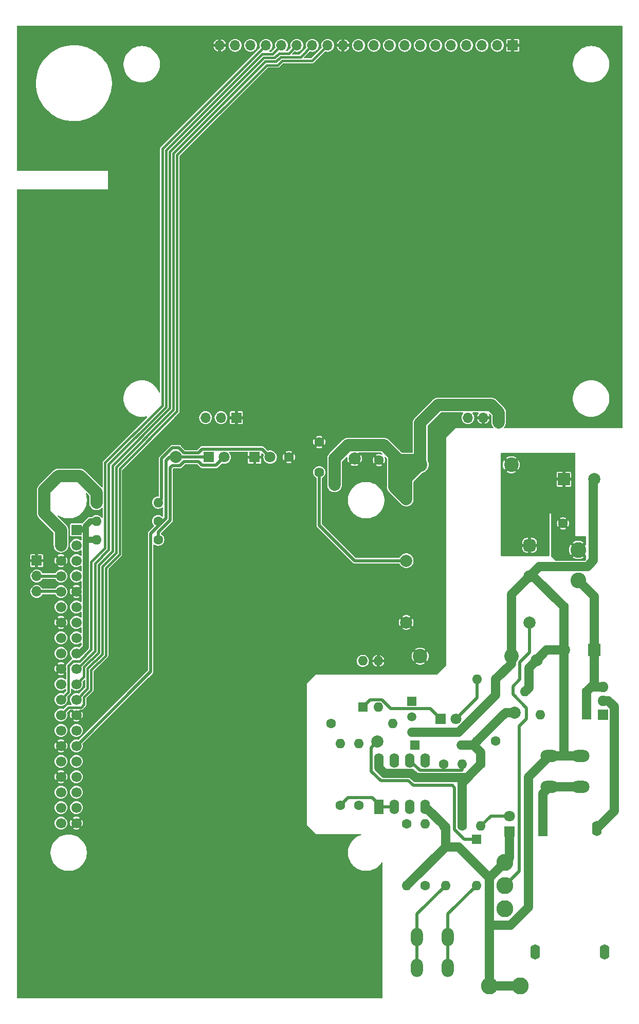
<source format=gbr>
%TF.GenerationSoftware,KiCad,Pcbnew,7.0.8*%
%TF.CreationDate,2023-11-09T14:24:46+01:00*%
%TF.ProjectId,LoRa-WindPower-Control,4c6f5261-2d57-4696-9e64-506f7765722d,1.0*%
%TF.SameCoordinates,Original*%
%TF.FileFunction,Copper,L2,Bot*%
%TF.FilePolarity,Positive*%
%FSLAX46Y46*%
G04 Gerber Fmt 4.6, Leading zero omitted, Abs format (unit mm)*
G04 Created by KiCad (PCBNEW 7.0.8) date 2023-11-09 14:24:46*
%MOMM*%
%LPD*%
G01*
G04 APERTURE LIST*
G04 Aperture macros list*
%AMRoundRect*
0 Rectangle with rounded corners*
0 $1 Rounding radius*
0 $2 $3 $4 $5 $6 $7 $8 $9 X,Y pos of 4 corners*
0 Add a 4 corners polygon primitive as box body*
4,1,4,$2,$3,$4,$5,$6,$7,$8,$9,$2,$3,0*
0 Add four circle primitives for the rounded corners*
1,1,$1+$1,$2,$3*
1,1,$1+$1,$4,$5*
1,1,$1+$1,$6,$7*
1,1,$1+$1,$8,$9*
0 Add four rect primitives between the rounded corners*
20,1,$1+$1,$2,$3,$4,$5,0*
20,1,$1+$1,$4,$5,$6,$7,0*
20,1,$1+$1,$6,$7,$8,$9,0*
20,1,$1+$1,$8,$9,$2,$3,0*%
G04 Aperture macros list end*
%TA.AperFunction,ComponentPad*%
%ADD10R,2.000000X2.000000*%
%TD*%
%TA.AperFunction,ComponentPad*%
%ADD11C,2.000000*%
%TD*%
%TA.AperFunction,ComponentPad*%
%ADD12C,1.600000*%
%TD*%
%TA.AperFunction,ComponentPad*%
%ADD13O,1.600000X1.600000*%
%TD*%
%TA.AperFunction,ComponentPad*%
%ADD14R,1.700000X1.700000*%
%TD*%
%TA.AperFunction,ComponentPad*%
%ADD15O,1.700000X1.700000*%
%TD*%
%TA.AperFunction,ComponentPad*%
%ADD16R,1.600000X1.600000*%
%TD*%
%TA.AperFunction,ComponentPad*%
%ADD17O,2.000000X3.000000*%
%TD*%
%TA.AperFunction,ComponentPad*%
%ADD18C,1.700000*%
%TD*%
%TA.AperFunction,ComponentPad*%
%ADD19R,1.800000X1.800000*%
%TD*%
%TA.AperFunction,ComponentPad*%
%ADD20C,1.800000*%
%TD*%
%TA.AperFunction,ComponentPad*%
%ADD21RoundRect,0.500000X-0.500000X0.500000X-0.500000X-0.500000X0.500000X-0.500000X0.500000X0.500000X0*%
%TD*%
%TA.AperFunction,ComponentPad*%
%ADD22R,1.800000X1.717500*%
%TD*%
%TA.AperFunction,ComponentPad*%
%ADD23O,1.800000X1.717500*%
%TD*%
%TA.AperFunction,ComponentPad*%
%ADD24C,2.400000*%
%TD*%
%TA.AperFunction,ComponentPad*%
%ADD25C,2.600000*%
%TD*%
%TA.AperFunction,WasherPad*%
%ADD26O,1.600000X2.500000*%
%TD*%
%TA.AperFunction,ComponentPad*%
%ADD27R,1.600000X2.500000*%
%TD*%
%TA.AperFunction,ComponentPad*%
%ADD28O,1.600000X2.500000*%
%TD*%
%TA.AperFunction,ComponentPad*%
%ADD29C,1.620000*%
%TD*%
%TA.AperFunction,ComponentPad*%
%ADD30O,3.000000X2.000000*%
%TD*%
%TA.AperFunction,ComponentPad*%
%ADD31R,1.600000X2.400000*%
%TD*%
%TA.AperFunction,ComponentPad*%
%ADD32O,1.600000X2.400000*%
%TD*%
%TA.AperFunction,ComponentPad*%
%ADD33R,1.500000X1.500000*%
%TD*%
%TA.AperFunction,ComponentPad*%
%ADD34C,1.500000*%
%TD*%
%TA.AperFunction,ComponentPad*%
%ADD35C,2.800000*%
%TD*%
%TA.AperFunction,ComponentPad*%
%ADD36O,1.500000X1.500000*%
%TD*%
%TA.AperFunction,ViaPad*%
%ADD37C,1.200000*%
%TD*%
%TA.AperFunction,Conductor*%
%ADD38C,1.500000*%
%TD*%
%TA.AperFunction,Conductor*%
%ADD39C,0.500000*%
%TD*%
%TA.AperFunction,Conductor*%
%ADD40C,2.000000*%
%TD*%
%TA.AperFunction,Conductor*%
%ADD41C,0.400000*%
%TD*%
%TA.AperFunction,Conductor*%
%ADD42C,1.000000*%
%TD*%
G04 APERTURE END LIST*
D10*
%TO.P,C5,1*%
%TO.N,Net-(T1-VIN+)*%
X149854123Y-134620000D03*
D11*
%TO.P,C5,2*%
%TO.N,GNDPWR*%
X154854123Y-134620000D03*
%TD*%
D12*
%TO.P,R11,1*%
%TO.N,+24V*%
X135559400Y-177726000D03*
D13*
%TO.P,R11,2*%
%TO.N,Net-(P4-A)*%
X135559400Y-167566000D03*
%TD*%
D14*
%TO.P,X12,1,GND*%
%TO.N,GND*%
X141434651Y-63221607D03*
D15*
%TO.P,X12,2,NC*%
%TO.N,unconnected-(X12-NC-Pad2)*%
X138894651Y-63221607D03*
%TO.P,X12,3,NC*%
%TO.N,unconnected-(X12-NC-Pad3)*%
X136354651Y-63221607D03*
%TO.P,X12,4,NC*%
%TO.N,unconnected-(X12-NC-Pad4)*%
X133814651Y-63221607D03*
%TO.P,X12,5,NC*%
%TO.N,unconnected-(X12-NC-Pad5)*%
X131274651Y-63221607D03*
%TO.P,X12,6,NC*%
%TO.N,unconnected-(X12-NC-Pad6)*%
X128734651Y-63221607D03*
%TO.P,X12,7,NC*%
%TO.N,unconnected-(X12-NC-Pad7)*%
X126194651Y-63221607D03*
%TO.P,X12,8,NC*%
%TO.N,unconnected-(X12-NC-Pad8)*%
X123654651Y-63221607D03*
%TO.P,X12,9,NC*%
%TO.N,unconnected-(X12-NC-Pad9)*%
X121114651Y-63221607D03*
%TO.P,X12,10,NC*%
%TO.N,unconnected-(X12-NC-Pad10)*%
X118574651Y-63221607D03*
%TO.P,X12,11,NC*%
%TO.N,unconnected-(X12-NC-Pad11)*%
X116034651Y-63221607D03*
%TO.P,X12,12,GND*%
%TO.N,GND*%
X113494651Y-63221607D03*
%TO.P,X12,13,RESET*%
%TO.N,RESET*%
X110954651Y-63221607D03*
%TO.P,X12,14,SCLK*%
%TO.N,SCLK*%
X108414651Y-63221607D03*
%TO.P,X12,15,MISO*%
%TO.N,MISO*%
X105874651Y-63221607D03*
%TO.P,X12,16,MOSI*%
%TO.N,MOSI*%
X103334651Y-63221607D03*
%TO.P,X12,17,CS*%
%TO.N,CS*%
X100794651Y-63221607D03*
%TO.P,X12,18,NC*%
%TO.N,unconnected-(X12-NC-Pad18)*%
X98254651Y-63221607D03*
%TO.P,X12,19,NC*%
%TO.N,unconnected-(X12-NC-Pad19)*%
X95714651Y-63221607D03*
%TO.P,X12,20,GND*%
%TO.N,GND*%
X93174651Y-63221607D03*
%TD*%
D12*
%TO.P,R6,1*%
%TO.N,+24V*%
X153618800Y-169572600D03*
D13*
%TO.P,R6,2*%
%TO.N,GNDPWR*%
X143458800Y-169572600D03*
%TD*%
D11*
%TO.P,X7,1,Pin_1*%
%TO.N,Net-(T3-+)*%
X119176400Y-177776800D03*
%TD*%
D16*
%TO.P,C6,1*%
%TO.N,+5V*%
X121908180Y-131472600D03*
D12*
%TO.P,C6,2*%
%TO.N,GND*%
X119408180Y-131472600D03*
%TD*%
D17*
%TO.P,X8,1,Pin_1*%
%TO.N,Net-(X8-Pin_1)*%
X125678800Y-215013200D03*
X125678800Y-209933200D03*
%TO.P,X8,2,Pin_2*%
%TO.N,Net-(X8-Pin_2)*%
X130758800Y-215013200D03*
X130758800Y-209933200D03*
%TD*%
D12*
%TO.P,R16,1*%
%TO.N,Net-(K3A-+)*%
X124002400Y-191289600D03*
D13*
%TO.P,R16,2*%
%TO.N,GNDPWR*%
X124002400Y-201449600D03*
%TD*%
D14*
%TO.P,X11,1,3V3*%
%TO.N,+3V3*%
X69566800Y-142934800D03*
D18*
%TO.P,X11,2,5V*%
%TO.N,+5V*%
X67026800Y-142934800D03*
%TO.P,X11,3,GPIO2(SDA)*%
%TO.N,unconnected-(X11-GPIO2(SDA)-Pad3)*%
X69566800Y-145474800D03*
%TO.P,X11,4,5V*%
%TO.N,+5V*%
X67026800Y-145474800D03*
%TO.P,X11,5,GPIO3(SCL)*%
%TO.N,unconnected-(X11-GPIO3(SCL)-Pad5)*%
X69566800Y-148014800D03*
%TO.P,X11,6,GND*%
%TO.N,GND*%
X67026800Y-148014800D03*
%TO.P,X11,7,GPIO4*%
%TO.N,unconnected-(X11-GPIO4-Pad7)*%
X69566800Y-150554800D03*
%TO.P,X11,8,GPIO14(TXD)*%
%TO.N,Net-(X10-Pin_2)*%
X67026800Y-150554800D03*
%TO.P,X11,9,GND*%
%TO.N,GND*%
X69566800Y-153094800D03*
%TO.P,X11,10,GPIO15(RXD)*%
%TO.N,Net-(X10-Pin_3)*%
X67026800Y-153094800D03*
%TO.P,X11,11,GPIO17*%
%TO.N,unconnected-(X11-GPIO17-Pad11)*%
X69566800Y-155634800D03*
%TO.P,X11,12,GPIO18*%
%TO.N,unconnected-(X11-GPIO18-Pad12)*%
X67026800Y-155634800D03*
%TO.P,X11,13,GPIO27*%
%TO.N,unconnected-(X11-GPIO27-Pad13)*%
X69566800Y-158174800D03*
%TO.P,X11,14,GND*%
%TO.N,GND*%
X67026800Y-158174800D03*
%TO.P,X11,15,GPIO22*%
%TO.N,unconnected-(X11-GPIO22-Pad15)*%
X69566800Y-160714800D03*
%TO.P,X11,16,GPIO23*%
%TO.N,unconnected-(X11-GPIO23-Pad16)*%
X67026800Y-160714800D03*
%TO.P,X11,17,3V3*%
%TO.N,+3V3*%
X69566800Y-163254800D03*
%TO.P,X11,18,GPIO24*%
%TO.N,unconnected-(X11-GPIO24-Pad18)*%
X67026800Y-163254800D03*
%TO.P,X11,19,GPIO10(MOSI)*%
%TO.N,MOSI*%
X69566800Y-165794800D03*
%TO.P,X11,20,GND*%
%TO.N,GND*%
X67026800Y-165794800D03*
%TO.P,X11,21,GPIO9(MISO)*%
%TO.N,MISO*%
X69566800Y-168334800D03*
%TO.P,X11,22,GPIO25*%
%TO.N,unconnected-(X11-GPIO25-Pad22)*%
X67026800Y-168334800D03*
%TO.P,X11,23,GPIO11(SCLK)*%
%TO.N,SCLK*%
X69566800Y-170874800D03*
%TO.P,X11,24,GPIO8(CE0)*%
%TO.N,CS*%
X67026800Y-170874800D03*
%TO.P,X11,25,GND*%
%TO.N,GND*%
X69566800Y-173414800D03*
%TO.P,X11,26,GPIO7(CE1)*%
%TO.N,RESET*%
X67026800Y-173414800D03*
%TO.P,X11,27,GPIO0*%
%TO.N,unconnected-(X11-GPIO0-Pad27)*%
X69566800Y-175954800D03*
%TO.P,X11,28,GPIO1*%
%TO.N,unconnected-(X11-GPIO1-Pad28)*%
X67026800Y-175954800D03*
%TO.P,X11,29,GPIO5*%
%TO.N,SIG*%
X69566800Y-178494800D03*
%TO.P,X11,30,GND*%
%TO.N,GND*%
X67026800Y-178494800D03*
%TO.P,X11,31,GPIO6*%
%TO.N,unconnected-(X11-GPIO6-Pad31)*%
X69566800Y-181034800D03*
%TO.P,X11,32,GPIO12*%
%TO.N,unconnected-(X11-GPIO12-Pad32)*%
X67026800Y-181034800D03*
%TO.P,X11,33,GPIO13*%
%TO.N,unconnected-(X11-GPIO13-Pad33)*%
X69566800Y-183574800D03*
%TO.P,X11,34,GND*%
%TO.N,GND*%
X67026800Y-183574800D03*
%TO.P,X11,35,GPIO19*%
%TO.N,unconnected-(X11-GPIO19-Pad35)*%
X69566800Y-186114800D03*
%TO.P,X11,36,GPIO16*%
%TO.N,unconnected-(X11-GPIO16-Pad36)*%
X67026800Y-186114800D03*
%TO.P,X11,37,GPIO26*%
%TO.N,unconnected-(X11-GPIO26-Pad37)*%
X69566800Y-188654800D03*
%TO.P,X11,38,GPIO20*%
%TO.N,unconnected-(X11-GPIO20-Pad38)*%
X67026800Y-188654800D03*
%TO.P,X11,39,GND*%
%TO.N,GND*%
X69566800Y-191194800D03*
%TO.P,X11,40,GPIO21*%
%TO.N,unconnected-(X11-GPIO21-Pad40)*%
X67026800Y-191194800D03*
%TD*%
D19*
%TO.P,P2,1,K*%
%TO.N,GND*%
X98944200Y-130990000D03*
D20*
%TO.P,P2,2,A*%
%TO.N,Net-(P2-A)*%
X101484200Y-130990000D03*
%TD*%
D11*
%TO.P,X1,1,Pin_1*%
%TO.N,+5V*%
X112089800Y-131218600D03*
%TD*%
D12*
%TO.P,R10,1*%
%TO.N,Net-(K3B-+)*%
X111556400Y-174779600D03*
D13*
%TO.P,R10,2*%
%TO.N,Net-(K3-Pad7)*%
X121716400Y-174779600D03*
%TD*%
D11*
%TO.P,X2,1,Pin_1*%
%TO.N,+24V*%
X141782400Y-173001600D03*
%TD*%
D16*
%TO.P,K2,1*%
%TO.N,Net-(P4-K)*%
X116738000Y-172138000D03*
D13*
%TO.P,K2,2*%
%TO.N,Net-(K4-C)*%
X119278000Y-172138000D03*
%TO.P,K2,3*%
%TO.N,GND*%
X119278000Y-164518000D03*
%TO.P,K2,4*%
%TO.N,SIG*%
X116738000Y-164518000D03*
%TD*%
D21*
%TO.P,T1,1,VIN+*%
%TO.N,Net-(T1-VIN+)*%
X144220800Y-145482600D03*
D11*
%TO.P,T1,2,VIN-*%
%TO.N,GNDPWR*%
X144220800Y-150562600D03*
%TO.P,T1,3,VOUT+*%
%TO.N,+5V*%
X123900800Y-137862600D03*
%TO.P,T1,4,TRIM*%
%TO.N,Net-(T1-TRIM)*%
X123900800Y-148022600D03*
%TO.P,T1,5,VOUT-*%
%TO.N,GND*%
X123900800Y-158182600D03*
%TO.P,T1,6,ON/~{OFF}*%
%TO.N,CONTROL*%
X144220800Y-158182600D03*
%TD*%
D12*
%TO.P,R15,1*%
%TO.N,Net-(K3B--)*%
X130073000Y-181536000D03*
D13*
%TO.P,R15,2*%
%TO.N,GNDPWR*%
X130073000Y-191696000D03*
%TD*%
D11*
%TO.P,X4,1,Pin_1*%
%TO.N,GNDPWR*%
X145363800Y-164365600D03*
%TD*%
D12*
%TO.P,R1,1*%
%TO.N,+24V*%
X136143600Y-181536000D03*
D13*
%TO.P,R1,2*%
%TO.N,Net-(P1-A)*%
X136143600Y-191696000D03*
%TD*%
D19*
%TO.P,P3,1,K*%
%TO.N,SIG*%
X91370000Y-130990000D03*
D20*
%TO.P,P3,2,A*%
%TO.N,Net-(P3-A)*%
X93910000Y-130990000D03*
%TD*%
D12*
%TO.P,R14,1*%
%TO.N,Net-(K3-Pad7)*%
X116128400Y-188241600D03*
D13*
%TO.P,R14,2*%
%TO.N,Net-(K4-B)*%
X116128400Y-178081600D03*
%TD*%
D22*
%TO.P,K1,1,G*%
%TO.N,Net-(K1-G)*%
X156285800Y-173390600D03*
D23*
%TO.P,K1,2,D*%
%TO.N,Net-(K1-D)*%
X156285800Y-171100600D03*
%TO.P,K1,3,S*%
%TO.N,+24V*%
X156285800Y-168810600D03*
%TD*%
D24*
%TO.P,C1,1*%
%TO.N,Net-(T1-VIN+)*%
X141195300Y-132234600D03*
%TO.P,C1,2*%
%TO.N,+5V*%
X126195300Y-132234600D03*
%TD*%
D25*
%TO.P,R2,1,1*%
%TO.N,+24V*%
X152221800Y-151244600D03*
%TO.P,R2,2,2*%
%TO.N,Net-(T1-VIN+)*%
X152221800Y-146244600D03*
%TD*%
D14*
%TO.P,X10,1,Pin_1*%
%TO.N,GND*%
X63042400Y-148008000D03*
D15*
%TO.P,X10,2,Pin_2*%
%TO.N,Net-(X10-Pin_2)*%
X63042400Y-150548000D03*
%TO.P,X10,3,Pin_3*%
%TO.N,Net-(X10-Pin_3)*%
X63042400Y-153088000D03*
%TD*%
D10*
%TO.P,C2,1*%
%TO.N,+24V*%
X154843477Y-162714600D03*
D11*
%TO.P,C2,2*%
%TO.N,GNDPWR*%
X149843477Y-162714600D03*
%TD*%
D12*
%TO.P,R7,1*%
%TO.N,+5V*%
X72890000Y-138474000D03*
D13*
%TO.P,R7,2*%
%TO.N,Net-(P2-A)*%
X83050000Y-138474000D03*
%TD*%
D11*
%TO.P,X5,1,Pin_1*%
%TO.N,GND*%
X115391800Y-131218600D03*
%TD*%
D12*
%TO.P,R4,1*%
%TO.N,Net-(T3-+)*%
X127050400Y-201449600D03*
D13*
%TO.P,R4,2*%
%TO.N,Net-(K3A-+)*%
X127050400Y-191289600D03*
%TD*%
D12*
%TO.P,R9,1*%
%TO.N,SIG*%
X83050000Y-141522000D03*
D13*
%TO.P,R9,2*%
%TO.N,+3V3*%
X72890000Y-141522000D03*
%TD*%
D26*
%TO.P,F1,*%
%TO.N,*%
X145114800Y-212371600D03*
X156544800Y-212371600D03*
D27*
%TO.P,F1,1*%
%TO.N,Net-(X3-Pin_1)*%
X146379800Y-192051600D03*
D28*
%TO.P,F1,2*%
%TO.N,Net-(K1-D)*%
X155279800Y-192051600D03*
%TD*%
D29*
%TO.P,RV1,1,1*%
%TO.N,GND*%
X109570000Y-128480000D03*
%TO.P,RV1,2,2*%
X104570000Y-130980000D03*
%TO.P,RV1,3,3*%
%TO.N,Net-(T1-TRIM)*%
X109570000Y-133480000D03*
%TD*%
D12*
%TO.P,R5,1*%
%TO.N,Net-(K1-G)*%
X138582000Y-177726000D03*
D13*
%TO.P,R5,2*%
%TO.N,GNDPWR*%
X138582000Y-167566000D03*
%TD*%
D30*
%TO.P,X3,1,Pin_1*%
%TO.N,Net-(X3-Pin_1)*%
X152602800Y-185193600D03*
X147522800Y-185193600D03*
%TO.P,X3,2,Pin_2*%
%TO.N,GNDPWR*%
X152602800Y-180113600D03*
X147522800Y-180113600D03*
%TD*%
D12*
%TO.P,C3,1*%
%TO.N,+24V*%
X154848800Y-155602600D03*
%TO.P,C3,2*%
%TO.N,GNDPWR*%
X149848800Y-155602600D03*
%TD*%
D19*
%TO.P,P1,1,K*%
%TO.N,GNDPWR*%
X140918800Y-192559600D03*
D20*
%TO.P,P1,2,A*%
%TO.N,Net-(P1-A)*%
X140918800Y-190019600D03*
%TD*%
D12*
%TO.P,R8,1*%
%TO.N,Net-(P3-A)*%
X83050000Y-144570000D03*
D13*
%TO.P,R8,2*%
%TO.N,+3V3*%
X72890000Y-144570000D03*
%TD*%
D31*
%TO.P,K3,1*%
%TO.N,Net-(K3A--)*%
X119400000Y-188500000D03*
D32*
%TO.P,K3,2,-*%
X121940000Y-188500000D03*
%TO.P,K3,3,+*%
%TO.N,Net-(K3A-+)*%
X124480000Y-188500000D03*
%TO.P,K3,4,V-*%
%TO.N,GNDPWR*%
X127020000Y-188500000D03*
%TO.P,K3,5,+*%
%TO.N,Net-(K3B-+)*%
X127020000Y-180880000D03*
%TO.P,K3,6,-*%
%TO.N,Net-(K3B--)*%
X124480000Y-180880000D03*
%TO.P,K3,7*%
%TO.N,Net-(K3-Pad7)*%
X121940000Y-180880000D03*
%TO.P,K3,8,V+*%
%TO.N,+24V*%
X119400000Y-180880000D03*
%TD*%
D19*
%TO.P,P4,1,K*%
%TO.N,Net-(P4-K)*%
X129539600Y-174017600D03*
D20*
%TO.P,P4,2,A*%
%TO.N,Net-(P4-A)*%
X132079600Y-174017600D03*
%TD*%
D14*
%TO.P,X13,1,GND*%
%TO.N,GND*%
X95930000Y-124490000D03*
D15*
%TO.P,X13,2,NC*%
%TO.N,unconnected-(X13-NC-Pad2)*%
X93390000Y-124490000D03*
%TO.P,X13,3,NC*%
%TO.N,unconnected-(X13-NC-Pad3)*%
X90850000Y-124490000D03*
%TD*%
D11*
%TO.P,X6,1,Pin_1*%
%TO.N,SIG*%
X85939400Y-130939200D03*
%TD*%
D14*
%TO.P,X9,1,5V*%
%TO.N,+5V*%
X139127871Y-124492014D03*
D15*
%TO.P,X9,2,GND*%
%TO.N,GND*%
X136587871Y-124492014D03*
%TO.P,X9,3,VDDB*%
%TO.N,unconnected-(X9-VDDB-Pad3)*%
X134047871Y-124492014D03*
%TD*%
D12*
%TO.P,R12,1*%
%TO.N,+24V*%
X133121000Y-191696000D03*
D13*
%TO.P,R12,2*%
%TO.N,Net-(K3B--)*%
X133121000Y-181536000D03*
%TD*%
D33*
%TO.P,K4,1,C*%
%TO.N,Net-(K4-C)*%
X124815200Y-171172800D03*
D34*
%TO.P,K4,2,B*%
%TO.N,Net-(K4-B)*%
X124815200Y-173712800D03*
%TO.P,K4,3,E*%
%TO.N,GNDPWR*%
X124815200Y-176252800D03*
%TD*%
D12*
%TO.P,R13,1*%
%TO.N,Net-(K3A--)*%
X113080400Y-188241600D03*
D13*
%TO.P,R13,2*%
%TO.N,Net-(K3B-+)*%
X113080400Y-178081600D03*
%TD*%
D16*
%TO.P,T3,1,+*%
%TO.N,Net-(T3-+)*%
X135444800Y-193829600D03*
D13*
%TO.P,T3,2,-*%
%TO.N,GNDPWR*%
X130364800Y-193829600D03*
%TO.P,T3,3*%
%TO.N,Net-(X8-Pin_1)*%
X130364800Y-201449600D03*
%TO.P,T3,4*%
%TO.N,Net-(X8-Pin_2)*%
X135444800Y-201449600D03*
%TD*%
D35*
%TO.P,SW1,1*%
%TO.N,unconnected-(SW1-Pad1)*%
X140156800Y-205273100D03*
%TO.P,SW1,2*%
%TO.N,CONTROL*%
X140156800Y-201463100D03*
%TO.P,SW1,3*%
%TO.N,GNDPWR*%
X140147358Y-197653100D03*
%TO.P,SW1,S,Shield*%
X137616800Y-217973100D03*
X142696800Y-217973100D03*
%TD*%
D24*
%TO.P,C7,1*%
%TO.N,GNDPWR*%
X141195300Y-163730600D03*
%TO.P,C7,2*%
%TO.N,GND*%
X126195300Y-163730600D03*
%TD*%
D33*
%TO.P,T2,1,-*%
%TO.N,Net-(P4-A)*%
X125323200Y-178335600D03*
D36*
%TO.P,T2,2,+*%
%TO.N,+24V*%
X132943200Y-178335600D03*
%TD*%
D16*
%TO.P,R3,1,K*%
%TO.N,+24V*%
X153618800Y-173382600D03*
D13*
%TO.P,R3,2,A*%
%TO.N,Net-(K1-G)*%
X145998800Y-173382600D03*
%TD*%
D12*
%TO.P,C4,1*%
%TO.N,Net-(T1-VIN+)*%
X149721800Y-141886600D03*
%TO.P,C4,2*%
%TO.N,GNDPWR*%
X154721800Y-141886600D03*
%TD*%
D37*
%TO.N,+5V*%
X112080000Y-135560000D03*
%TD*%
D38*
%TO.N,Net-(X3-Pin_1)*%
X146379800Y-192051600D02*
X146379800Y-186336600D01*
X146379800Y-186336600D02*
X147522800Y-185193600D01*
X147522800Y-185193600D02*
X152602800Y-185193600D01*
%TO.N,Net-(K1-D)*%
X158135800Y-189195600D02*
X158135800Y-172054380D01*
X158135800Y-172054380D02*
X157182020Y-171100600D01*
X155279800Y-192051600D02*
X158135800Y-189195600D01*
X157182020Y-171100600D02*
X156285800Y-171100600D01*
D39*
%TO.N,Net-(K1-G)*%
X145998800Y-173382600D02*
X145998800Y-172833800D01*
X145998800Y-172833800D02*
X146000000Y-172832600D01*
%TO.N,Net-(P4-K)*%
X127894800Y-172372800D02*
X121372800Y-172372800D01*
X121372800Y-172372800D02*
X119888000Y-170888000D01*
X117988000Y-170888000D02*
X116738000Y-172138000D01*
X119888000Y-170888000D02*
X117988000Y-170888000D01*
X129539600Y-174017600D02*
X127894800Y-172372800D01*
%TO.N,Net-(K4-B)*%
X124815200Y-173815200D02*
X125000000Y-174000000D01*
X124815200Y-173712800D02*
X124815200Y-173815200D01*
%TO.N,Net-(P1-A)*%
X137820000Y-190019600D02*
X136143600Y-191696000D01*
X140918800Y-190019600D02*
X137820000Y-190019600D01*
%TO.N,Net-(P2-A)*%
X83607600Y-137916400D02*
X83050000Y-138474000D01*
X83607600Y-136282000D02*
X83607600Y-131220390D01*
X90283604Y-129640000D02*
X100134200Y-129640000D01*
X87340810Y-130290000D02*
X89633604Y-130290000D01*
X89633604Y-130290000D02*
X90283604Y-129640000D01*
X85382865Y-129445125D02*
X86495935Y-129445125D01*
X100134200Y-129640000D02*
X101484200Y-130990000D01*
X86495935Y-129445125D02*
X87340810Y-130290000D01*
X83607600Y-131220390D02*
X85382865Y-129445125D01*
X83607600Y-136282000D02*
X83607600Y-137916400D01*
%TO.N,Net-(P3-A)*%
X87289800Y-131690000D02*
X86590600Y-132389200D01*
X93910000Y-130990000D02*
X92560000Y-132340000D01*
X85338790Y-132389200D02*
X85007600Y-132720390D01*
X92560000Y-132340000D02*
X90283604Y-132340000D01*
X90283604Y-132340000D02*
X89633604Y-131690000D01*
X83050000Y-143320000D02*
X83050000Y-144570000D01*
X86590600Y-132389200D02*
X85338790Y-132389200D01*
X85007600Y-132720390D02*
X85007600Y-141362400D01*
X85007600Y-141362400D02*
X83050000Y-143320000D01*
X89633604Y-131690000D02*
X87289800Y-131690000D01*
%TO.N,Net-(P4-A)*%
X132079600Y-174017600D02*
X135559400Y-170537800D01*
X135559400Y-170537800D02*
X135559400Y-167566000D01*
%TO.N,Net-(T3-+)*%
X131871000Y-185371000D02*
X131500000Y-185000000D01*
X124252944Y-184230000D02*
X119730000Y-184230000D01*
X133474273Y-193829600D02*
X131871000Y-192226327D01*
X135444800Y-193829600D02*
X133474273Y-193829600D01*
X131500000Y-185000000D02*
X125022944Y-185000000D01*
X125022944Y-185000000D02*
X124252944Y-184230000D01*
X118150000Y-178803200D02*
X119176400Y-177776800D01*
X118150000Y-182650000D02*
X118150000Y-178803200D01*
X131871000Y-192226327D02*
X131871000Y-185371000D01*
X119730000Y-184230000D02*
X118150000Y-182650000D01*
%TO.N,Net-(X8-Pin_2)*%
X130758800Y-209933200D02*
X130758800Y-215013200D01*
X130758800Y-206135600D02*
X130758800Y-209933200D01*
X135444800Y-201449600D02*
X130758800Y-206135600D01*
%TO.N,Net-(X8-Pin_1)*%
X125678800Y-215013200D02*
X125678800Y-209933200D01*
X130364800Y-201449600D02*
X125678800Y-206135600D01*
X125678800Y-206135600D02*
X125678800Y-209933200D01*
%TO.N,Net-(X10-Pin_2)*%
X67026800Y-150554800D02*
X63049200Y-150554800D01*
X63049200Y-150554800D02*
X63042400Y-150548000D01*
%TO.N,Net-(X10-Pin_3)*%
X63042400Y-153088000D02*
X67020000Y-153088000D01*
X67020000Y-153088000D02*
X67026800Y-153094800D01*
D40*
%TO.N,+5V*%
X123900800Y-137862600D02*
X123900800Y-133465220D01*
X121908180Y-130672600D02*
X121908180Y-131472600D01*
X114289800Y-129018600D02*
X120254180Y-129018600D01*
X70130400Y-134064800D02*
X66639946Y-134064800D01*
X126195300Y-132234600D02*
X126195300Y-125329700D01*
X121908180Y-131472600D02*
X125433300Y-131472600D01*
X67026800Y-145474800D02*
X67026800Y-142934800D01*
X72890000Y-138474000D02*
X72890000Y-136824400D01*
X126195300Y-132234600D02*
X123470180Y-132234600D01*
X123470180Y-132234600D02*
X121908180Y-130672600D01*
X121908180Y-135869980D02*
X123900800Y-137862600D01*
X64296800Y-140204800D02*
X67026800Y-142934800D01*
X121908180Y-131472600D02*
X121908180Y-135869980D01*
X123900800Y-134529100D02*
X126195300Y-132234600D01*
X139127871Y-124492014D02*
X139127871Y-125250000D01*
X139127871Y-123642014D02*
X139127871Y-124492014D01*
X123900800Y-133465220D02*
X122670180Y-132234600D01*
X112089800Y-131218600D02*
X114289800Y-129018600D01*
X125433300Y-131472600D02*
X126195300Y-132234600D01*
X120254180Y-129018600D02*
X121908180Y-130672600D01*
X64296800Y-136407946D02*
X64296800Y-140204800D01*
X123900800Y-137862600D02*
X123900800Y-134529100D01*
X126195300Y-132234600D02*
X122670180Y-132234600D01*
X126195300Y-125329700D02*
X129100000Y-122425000D01*
X66639946Y-134064800D02*
X64296800Y-136407946D01*
X122670180Y-132234600D02*
X121908180Y-131472600D01*
X129100000Y-122425000D02*
X136820000Y-122425000D01*
X112089800Y-135550200D02*
X112089800Y-131218600D01*
X137910857Y-122425000D02*
X139127871Y-123642014D01*
X136820000Y-122425000D02*
X137910857Y-122425000D01*
X72890000Y-136824400D02*
X70130400Y-134064800D01*
D39*
%TO.N,CONTROL*%
X142625000Y-164725000D02*
X144220800Y-163129200D01*
X142546900Y-175196900D02*
X143684400Y-174059400D01*
X144220800Y-163129200D02*
X144220800Y-158182600D01*
X143684400Y-172259400D02*
X141450000Y-170025000D01*
X141450000Y-168725000D02*
X142625000Y-167550000D01*
X143684400Y-174059400D02*
X143684400Y-172259400D01*
X141450000Y-170025000D02*
X141450000Y-168725000D01*
X142625000Y-167550000D02*
X142625000Y-164725000D01*
X140156800Y-201463100D02*
X142546900Y-199073000D01*
X142546900Y-199073000D02*
X142546900Y-175196900D01*
D38*
%TO.N,+24V*%
X136143600Y-179529400D02*
X134949800Y-178335600D01*
X133121000Y-191696000D02*
X133121000Y-186750000D01*
X154843477Y-162714600D02*
X154843477Y-168347923D01*
X134714800Y-182964800D02*
X136143600Y-181536000D01*
X124750000Y-183030000D02*
X125450000Y-183730000D01*
X120350000Y-183030000D02*
X124750000Y-183030000D01*
X154843477Y-162714600D02*
X154843477Y-153866277D01*
X132943200Y-178335600D02*
X134949800Y-178335600D01*
X133949600Y-183730000D02*
X134714800Y-182964800D01*
X136143600Y-181536000D02*
X136143600Y-179529400D01*
X133429600Y-184250000D02*
X134714800Y-182964800D01*
X134949800Y-178335600D02*
X135559400Y-177726000D01*
X119400000Y-180880000D02*
X119400000Y-182080000D01*
X156285800Y-168810600D02*
X154380800Y-168810600D01*
X133121000Y-186750000D02*
X133121000Y-184558600D01*
X140283800Y-173001600D02*
X139642700Y-173642700D01*
X153618800Y-173382600D02*
X153618800Y-171750000D01*
X119400000Y-182080000D02*
X120350000Y-183030000D01*
X139642700Y-173642700D02*
X135559400Y-177726000D01*
X154843477Y-168347923D02*
X154380800Y-168810600D01*
X141782400Y-173001600D02*
X140283800Y-173001600D01*
X125450000Y-183730000D02*
X133949600Y-183730000D01*
X154380800Y-168810600D02*
X153618800Y-169572600D01*
X154843477Y-153866277D02*
X152221800Y-151244600D01*
X153618800Y-171750000D02*
X153618800Y-169572600D01*
%TO.N,GNDPWR*%
X144220800Y-150562600D02*
X141195300Y-153588100D01*
X138582000Y-170168000D02*
X138582000Y-167566000D01*
X137616800Y-208000000D02*
X137616800Y-217973100D01*
X140918800Y-192559600D02*
X140918800Y-196881658D01*
X144000000Y-183636400D02*
X144000000Y-205025000D01*
X149848800Y-162709277D02*
X149843477Y-162714600D01*
X149848800Y-155602600D02*
X149848800Y-162709277D01*
X149843477Y-180020123D02*
X149750000Y-180113600D01*
X147014800Y-162714600D02*
X145363800Y-164365600D01*
X127020000Y-188500000D02*
X130364800Y-191844800D01*
X154721800Y-141886600D02*
X154721800Y-148003200D01*
X144085373Y-165644027D02*
X145363800Y-164365600D01*
X141195300Y-164952700D02*
X138582000Y-167566000D01*
X149750000Y-180113600D02*
X152602800Y-180113600D01*
X154721800Y-141886600D02*
X154721800Y-134752323D01*
X154721800Y-148003200D02*
X153730400Y-148994600D01*
X141195300Y-153588100D02*
X141195300Y-163730600D01*
X145788800Y-148994600D02*
X144220800Y-150562600D01*
X149843477Y-162714600D02*
X147014800Y-162714600D01*
X132497200Y-176252800D02*
X138582000Y-170168000D01*
X141025000Y-208000000D02*
X137616800Y-208000000D01*
X141195300Y-163730600D02*
X141195300Y-164952700D01*
X137616800Y-200183658D02*
X137616800Y-208000000D01*
X142696800Y-217973100D02*
X137616800Y-217973100D01*
X144000000Y-205025000D02*
X141025000Y-208000000D01*
X130364800Y-195087200D02*
X124002400Y-201449600D01*
X140918800Y-196881658D02*
X140147358Y-197653100D01*
X143458800Y-169572600D02*
X144085373Y-168946027D01*
X144085373Y-168946027D02*
X144085373Y-165644027D01*
X153730400Y-148994600D02*
X145788800Y-148994600D01*
X130364800Y-193829600D02*
X130364800Y-195087200D01*
X144220800Y-150562600D02*
X144808800Y-150562600D01*
X130364800Y-195087200D02*
X132520342Y-195087200D01*
X144808800Y-150562600D02*
X149848800Y-155602600D01*
X140147358Y-197653100D02*
X137616800Y-200183658D01*
X147522800Y-180113600D02*
X144000000Y-183636400D01*
X147522800Y-180113600D02*
X149750000Y-180113600D01*
X132520342Y-195087200D02*
X137616800Y-200183658D01*
X124815200Y-176252800D02*
X132497200Y-176252800D01*
X149843477Y-162714600D02*
X149843477Y-180020123D01*
X130364800Y-191844800D02*
X130364800Y-193829600D01*
X154721800Y-134752323D02*
X154854123Y-134620000D01*
D41*
%TO.N,RESET*%
X72016800Y-166008200D02*
X74416800Y-163608200D01*
X100927977Y-66482393D02*
X102714663Y-66482393D01*
X103447056Y-65750000D02*
X108426258Y-65750000D01*
X72016800Y-169273328D02*
X72016800Y-166008200D01*
X70816800Y-171683200D02*
X70816800Y-170473328D01*
X70816800Y-170473328D02*
X72016800Y-169273328D01*
X86150000Y-123448528D02*
X86150000Y-81260370D01*
X76697600Y-132900928D02*
X86150000Y-123448528D01*
X68291600Y-172150000D02*
X70350000Y-172150000D01*
X74416800Y-149210000D02*
X76697600Y-146929200D01*
X70350000Y-172150000D02*
X70816800Y-171683200D01*
X67026800Y-173414800D02*
X68291600Y-172150000D01*
X74416800Y-163608200D02*
X74416800Y-149210000D01*
X86150000Y-81260370D02*
X100927977Y-66482393D01*
X108426258Y-65750000D02*
X110954651Y-63221607D01*
X102714663Y-66482393D02*
X103447056Y-65750000D01*
X76697600Y-146929200D02*
X76697600Y-132900928D01*
%TO.N,SCLK*%
X106486258Y-65150000D02*
X103198528Y-65150000D01*
X76097600Y-132652400D02*
X76097600Y-146680672D01*
X103198528Y-65150000D02*
X102466135Y-65882393D01*
X73816800Y-148961472D02*
X73816800Y-163359672D01*
X71416800Y-169024800D02*
X69566800Y-170874800D01*
X100679449Y-65882393D02*
X85550000Y-81011842D01*
X73816800Y-163359672D02*
X71416800Y-165759672D01*
X85550000Y-81011842D02*
X85550000Y-123200000D01*
X71416800Y-165759672D02*
X71416800Y-169024800D01*
X85550000Y-123200000D02*
X76097600Y-132652400D01*
X108414651Y-63221607D02*
X106486258Y-65150000D01*
X102466135Y-65882393D02*
X100679449Y-65882393D01*
X76097600Y-146680672D02*
X73816800Y-148961472D01*
%TO.N,MISO*%
X102217607Y-65282393D02*
X102950000Y-64550000D01*
X102950000Y-64550000D02*
X104546258Y-64550000D01*
X104546258Y-64550000D02*
X105874651Y-63221607D01*
X75497600Y-146432144D02*
X75497600Y-132398652D01*
X69566800Y-168334800D02*
X70816800Y-167084800D01*
X73216800Y-163111144D02*
X73216800Y-148712944D01*
X75497600Y-132398652D02*
X84950000Y-122946252D01*
X70816800Y-165511144D02*
X73216800Y-163111144D01*
X73216800Y-148712944D02*
X75497600Y-146432144D01*
X70816800Y-167084800D02*
X70816800Y-165511144D01*
X84950000Y-80763314D02*
X100430921Y-65282393D01*
X100430921Y-65282393D02*
X102217607Y-65282393D01*
X84950000Y-122946252D02*
X84950000Y-80763314D01*
%TO.N,MOSI*%
X101873865Y-64682393D02*
X100182393Y-64682393D01*
X72616800Y-162862616D02*
X69684616Y-165794800D01*
X74897600Y-146183616D02*
X72616800Y-148464416D01*
X84350000Y-122697724D02*
X74897600Y-132150124D01*
X72616800Y-148464416D02*
X72616800Y-162862616D01*
X100182393Y-64682393D02*
X84350000Y-80514786D01*
X103334651Y-63221607D02*
X101873865Y-64682393D01*
X74897600Y-132150124D02*
X74897600Y-146183616D01*
X69684616Y-165794800D02*
X69566800Y-165794800D01*
X84350000Y-80514786D02*
X84350000Y-122697724D01*
%TO.N,CS*%
X69050000Y-164525000D02*
X70105888Y-164525000D01*
X68276800Y-169624800D02*
X68276800Y-165298200D01*
X74297600Y-145935088D02*
X74297600Y-131901596D01*
X74297600Y-131901596D02*
X83750000Y-122449196D01*
X83750000Y-122449196D02*
X83750000Y-80266258D01*
X68276800Y-165298200D02*
X69050000Y-164525000D01*
X72016800Y-148215888D02*
X74297600Y-145935088D01*
X67026800Y-170874800D02*
X68276800Y-169624800D01*
X70105888Y-164525000D02*
X72016800Y-162614088D01*
X72016800Y-162614088D02*
X72016800Y-148215888D01*
X83750000Y-80266258D02*
X100794651Y-63221607D01*
D42*
%TO.N,+3V3*%
X71376800Y-144570000D02*
X71116800Y-144310000D01*
X71116800Y-145000000D02*
X71116800Y-143061200D01*
X71116800Y-145000000D02*
X71116800Y-144310000D01*
X70750000Y-142928000D02*
X69573600Y-142928000D01*
X69573600Y-142928000D02*
X69566800Y-142934800D01*
X71908000Y-141522000D02*
X72890000Y-141522000D01*
X71116800Y-142313200D02*
X71908000Y-141522000D01*
X71116800Y-162241296D02*
X70103296Y-163254800D01*
X71116800Y-144310000D02*
X71116800Y-142313200D01*
X72890000Y-144570000D02*
X71376800Y-144570000D01*
X71546800Y-144570000D02*
X72890000Y-144570000D01*
X70103296Y-163254800D02*
X69566800Y-163254800D01*
X71116800Y-145000000D02*
X71116800Y-162241296D01*
D39*
%TO.N,SIG*%
X85939400Y-130939200D02*
X84939400Y-130939200D01*
X84939400Y-130939200D02*
X84307600Y-131571000D01*
X85990200Y-130990000D02*
X91370000Y-130990000D01*
X81807600Y-166254000D02*
X80800800Y-167260800D01*
X84307600Y-131571000D02*
X84307600Y-141035104D01*
X81800000Y-143542704D02*
X81800000Y-166261600D01*
X81800000Y-166261600D02*
X80800800Y-167260800D01*
X80800800Y-167260800D02*
X69566800Y-178494800D01*
X84307600Y-141035104D02*
X81800000Y-143542704D01*
X85939400Y-130939200D02*
X85990200Y-130990000D01*
%TO.N,Net-(K3B--)*%
X130073000Y-182457000D02*
X130000000Y-182530000D01*
X126130000Y-182530000D02*
X124480000Y-180880000D01*
X129079000Y-182530000D02*
X126130000Y-182530000D01*
X133121000Y-182409000D02*
X133000000Y-182530000D01*
X133121000Y-181536000D02*
X133121000Y-182409000D01*
X133000000Y-182530000D02*
X130000000Y-182530000D01*
X130000000Y-182530000D02*
X129079000Y-182530000D01*
X130073000Y-181536000D02*
X130073000Y-182457000D01*
%TO.N,Net-(K3A--)*%
X118291600Y-186991600D02*
X114330400Y-186991600D01*
X114330400Y-186991600D02*
X113080400Y-188241600D01*
X121940000Y-188500000D02*
X119400000Y-188500000D01*
X119400000Y-188100000D02*
X118291600Y-186991600D01*
X119400000Y-188500000D02*
X119400000Y-188100000D01*
%TO.N,Net-(T1-TRIM)*%
X123900800Y-148022600D02*
X115412600Y-148022600D01*
X115412600Y-148022600D02*
X109570000Y-142180000D01*
X109570000Y-142180000D02*
X109570000Y-133480000D01*
%TD*%
%TA.AperFunction,Conductor*%
%TO.N,Net-(T1-VIN+)*%
G36*
X151709191Y-130268907D02*
G01*
X151745155Y-130318407D01*
X151750000Y-130349000D01*
X151750000Y-144000000D01*
X153401000Y-144000000D01*
X153459191Y-144018907D01*
X153495155Y-144068407D01*
X153500000Y-144099000D01*
X153500000Y-145278945D01*
X153481093Y-145337136D01*
X153471004Y-145348949D01*
X152824346Y-145995605D01*
X152814612Y-145965644D01*
X152726614Y-145826981D01*
X152606897Y-145714560D01*
X152472287Y-145640556D01*
X153091856Y-145020988D01*
X153045032Y-144984545D01*
X152826411Y-144866233D01*
X152591286Y-144785515D01*
X152346094Y-144744600D01*
X152097506Y-144744600D01*
X151852313Y-144785515D01*
X151617188Y-144866233D01*
X151398565Y-144984547D01*
X151398564Y-144984547D01*
X151351742Y-145020988D01*
X151974266Y-145643512D01*
X151906171Y-145670474D01*
X151773308Y-145767005D01*
X151668625Y-145893545D01*
X151620167Y-145996521D01*
X150998364Y-145374718D01*
X150898068Y-145528232D01*
X150798212Y-145755883D01*
X150737186Y-145996863D01*
X150716659Y-146244600D01*
X150737186Y-146492336D01*
X150798212Y-146733319D01*
X150898065Y-146960963D01*
X150898070Y-146960972D01*
X150998363Y-147114481D01*
X151619252Y-146493591D01*
X151628988Y-146523556D01*
X151716986Y-146662219D01*
X151836703Y-146774640D01*
X151971310Y-146848641D01*
X151351742Y-147468210D01*
X151398568Y-147504654D01*
X151617188Y-147622966D01*
X151852313Y-147703684D01*
X152097506Y-147744600D01*
X152346094Y-147744600D01*
X152591286Y-147703684D01*
X152826411Y-147622966D01*
X153045034Y-147504653D01*
X153045037Y-147504651D01*
X153091856Y-147468210D01*
X152469333Y-146845686D01*
X152537429Y-146818726D01*
X152670292Y-146722195D01*
X152774975Y-146595655D01*
X152823432Y-146492678D01*
X153471004Y-147140250D01*
X153498781Y-147194767D01*
X153500000Y-147210254D01*
X153500000Y-147839782D01*
X153481093Y-147897973D01*
X153471004Y-147909786D01*
X153365686Y-148015104D01*
X153311169Y-148042881D01*
X153295682Y-148044100D01*
X148585108Y-148044100D01*
X148526917Y-148025193D01*
X148515104Y-148015104D01*
X147778996Y-147278996D01*
X147751219Y-147224479D01*
X147750000Y-147208992D01*
X147750000Y-141886603D01*
X148716961Y-141886603D01*
X148736267Y-142082629D01*
X148736268Y-142082634D01*
X148793450Y-142271135D01*
X148793452Y-142271140D01*
X148859721Y-142395123D01*
X149323845Y-141930998D01*
X149336635Y-142011748D01*
X149394159Y-142124645D01*
X149483755Y-142214241D01*
X149596652Y-142271765D01*
X149677399Y-142284553D01*
X149213276Y-142748677D01*
X149337259Y-142814947D01*
X149337264Y-142814949D01*
X149525765Y-142872131D01*
X149525770Y-142872132D01*
X149721797Y-142891439D01*
X149721803Y-142891439D01*
X149917829Y-142872132D01*
X149917834Y-142872131D01*
X150106335Y-142814949D01*
X150106340Y-142814947D01*
X150230322Y-142748677D01*
X149766199Y-142284554D01*
X149846948Y-142271765D01*
X149959845Y-142214241D01*
X150049441Y-142124645D01*
X150106965Y-142011748D01*
X150119754Y-141930999D01*
X150583877Y-142395122D01*
X150650147Y-142271140D01*
X150650149Y-142271135D01*
X150707331Y-142082634D01*
X150707332Y-142082629D01*
X150726639Y-141886603D01*
X150726639Y-141886596D01*
X150707332Y-141690570D01*
X150707331Y-141690565D01*
X150650149Y-141502064D01*
X150650147Y-141502059D01*
X150583877Y-141378076D01*
X150119753Y-141842199D01*
X150106965Y-141761452D01*
X150049441Y-141648555D01*
X149959845Y-141558959D01*
X149846948Y-141501435D01*
X149766198Y-141488645D01*
X150230323Y-141024521D01*
X150106340Y-140958252D01*
X150106335Y-140958250D01*
X149917834Y-140901068D01*
X149917829Y-140901067D01*
X149721803Y-140881761D01*
X149721797Y-140881761D01*
X149525770Y-140901067D01*
X149525765Y-140901068D01*
X149337272Y-140958248D01*
X149337260Y-140958252D01*
X149213276Y-141024522D01*
X149677400Y-141488646D01*
X149596652Y-141501435D01*
X149483755Y-141558959D01*
X149394159Y-141648555D01*
X149336635Y-141761452D01*
X149323846Y-141842200D01*
X148859722Y-141378076D01*
X148793452Y-141502060D01*
X148793448Y-141502072D01*
X148736268Y-141690565D01*
X148736267Y-141690570D01*
X148716961Y-141886596D01*
X148716961Y-141886603D01*
X147750000Y-141886603D01*
X147750000Y-140250001D01*
X147750000Y-140250000D01*
X147749999Y-140250000D01*
X147500001Y-140250000D01*
X147500000Y-140250000D01*
X147500000Y-140250001D01*
X147500000Y-147151000D01*
X147481093Y-147209191D01*
X147431593Y-147245155D01*
X147401000Y-147250000D01*
X139599000Y-147250000D01*
X139540809Y-147231093D01*
X139504845Y-147181593D01*
X139500000Y-147151000D01*
X139500000Y-145232599D01*
X143020800Y-145232599D01*
X143020801Y-145232600D01*
X143653227Y-145232600D01*
X143626458Y-145289487D01*
X143597105Y-145443360D01*
X143606941Y-145599700D01*
X143650123Y-145732600D01*
X143020802Y-145732600D01*
X143020801Y-145732601D01*
X143020801Y-146039182D01*
X143027208Y-146109703D01*
X143027210Y-146109709D01*
X143077779Y-146271992D01*
X143077782Y-146272000D01*
X143165724Y-146417472D01*
X143285927Y-146537675D01*
X143431399Y-146625617D01*
X143431407Y-146625620D01*
X143593689Y-146676189D01*
X143593695Y-146676191D01*
X143664224Y-146682599D01*
X143970798Y-146682599D01*
X143970800Y-146682598D01*
X143970800Y-146052675D01*
X143990749Y-146063643D01*
X144142476Y-146102600D01*
X144259810Y-146102600D01*
X144376213Y-146087895D01*
X144470800Y-146050445D01*
X144470800Y-146682598D01*
X144470801Y-146682599D01*
X144777366Y-146682599D01*
X144777382Y-146682598D01*
X144847903Y-146676191D01*
X144847909Y-146676189D01*
X145010192Y-146625620D01*
X145010200Y-146625617D01*
X145155672Y-146537675D01*
X145275875Y-146417472D01*
X145363817Y-146272000D01*
X145363820Y-146271992D01*
X145414389Y-146109710D01*
X145414391Y-146109704D01*
X145420799Y-146039181D01*
X145420800Y-146039168D01*
X145420800Y-145732601D01*
X145420799Y-145732600D01*
X144788373Y-145732600D01*
X144815142Y-145675713D01*
X144844495Y-145521840D01*
X144834659Y-145365500D01*
X144791477Y-145232600D01*
X145420798Y-145232600D01*
X145420799Y-145232599D01*
X145420799Y-144926033D01*
X145420798Y-144926017D01*
X145414391Y-144855496D01*
X145414389Y-144855490D01*
X145363820Y-144693207D01*
X145363817Y-144693199D01*
X145275875Y-144547727D01*
X145155672Y-144427524D01*
X145010200Y-144339582D01*
X145010192Y-144339579D01*
X144847910Y-144289010D01*
X144847904Y-144289008D01*
X144777381Y-144282600D01*
X144470801Y-144282600D01*
X144470800Y-144282601D01*
X144470800Y-144912524D01*
X144450851Y-144901557D01*
X144299124Y-144862600D01*
X144181790Y-144862600D01*
X144065387Y-144877305D01*
X143970800Y-144914754D01*
X143970800Y-144282601D01*
X143970799Y-144282600D01*
X143664233Y-144282600D01*
X143664217Y-144282601D01*
X143593696Y-144289008D01*
X143593690Y-144289010D01*
X143431407Y-144339579D01*
X143431399Y-144339582D01*
X143285927Y-144427524D01*
X143165724Y-144547727D01*
X143077782Y-144693199D01*
X143077779Y-144693207D01*
X143027210Y-144855489D01*
X143027208Y-144855495D01*
X143020800Y-144926018D01*
X143020800Y-145232599D01*
X139500000Y-145232599D01*
X139500000Y-135639700D01*
X148654123Y-135639700D01*
X148665726Y-135698036D01*
X148709929Y-135764189D01*
X148709933Y-135764193D01*
X148776086Y-135808396D01*
X148834422Y-135819999D01*
X148834426Y-135820000D01*
X149604122Y-135820000D01*
X149604123Y-135819999D01*
X149604123Y-135055501D01*
X149711808Y-135104680D01*
X149818360Y-135120000D01*
X149889886Y-135120000D01*
X149996438Y-135104680D01*
X150104123Y-135055501D01*
X150104123Y-135819999D01*
X150104124Y-135820000D01*
X150873820Y-135820000D01*
X150873823Y-135819999D01*
X150932159Y-135808396D01*
X150998312Y-135764193D01*
X150998316Y-135764189D01*
X151042519Y-135698036D01*
X151054122Y-135639700D01*
X151054123Y-135639697D01*
X151054123Y-134870001D01*
X151054122Y-134870000D01*
X150287809Y-134870000D01*
X150313616Y-134829844D01*
X150354123Y-134691889D01*
X150354123Y-134548111D01*
X150313616Y-134410156D01*
X150287809Y-134370000D01*
X151054122Y-134370000D01*
X151054123Y-134369999D01*
X151054123Y-133600302D01*
X151054122Y-133600299D01*
X151042519Y-133541963D01*
X150998316Y-133475810D01*
X150998312Y-133475806D01*
X150932159Y-133431603D01*
X150873823Y-133420000D01*
X150104124Y-133420000D01*
X150104123Y-133420001D01*
X150104123Y-134184498D01*
X149996438Y-134135320D01*
X149889886Y-134120000D01*
X149818360Y-134120000D01*
X149711808Y-134135320D01*
X149604123Y-134184498D01*
X149604123Y-133420001D01*
X149604122Y-133420000D01*
X148834422Y-133420000D01*
X148776086Y-133431603D01*
X148709933Y-133475806D01*
X148709929Y-133475810D01*
X148665726Y-133541963D01*
X148654123Y-133600299D01*
X148654123Y-134369999D01*
X148654124Y-134370000D01*
X149420437Y-134370000D01*
X149394630Y-134410156D01*
X149354123Y-134548111D01*
X149354123Y-134691889D01*
X149394630Y-134829844D01*
X149420437Y-134870000D01*
X148654124Y-134870000D01*
X148654123Y-134870001D01*
X148654123Y-135639700D01*
X139500000Y-135639700D01*
X139500000Y-132234600D01*
X139790502Y-132234600D01*
X139809661Y-132465820D01*
X139866618Y-132690737D01*
X139959817Y-132903209D01*
X140044112Y-133032232D01*
X140632526Y-132443818D01*
X140671201Y-132537188D01*
X140767375Y-132662525D01*
X140892712Y-132758699D01*
X140986079Y-132797372D01*
X140396500Y-133386952D01*
X140426946Y-133410649D01*
X140630995Y-133521075D01*
X140850445Y-133596412D01*
X141079293Y-133634600D01*
X141311307Y-133634600D01*
X141540154Y-133596412D01*
X141759604Y-133521075D01*
X141963652Y-133410649D01*
X141963656Y-133410646D01*
X141994098Y-133386952D01*
X141994098Y-133386951D01*
X141404520Y-132797373D01*
X141497888Y-132758699D01*
X141623225Y-132662525D01*
X141719399Y-132537189D01*
X141758073Y-132443819D01*
X142346487Y-133032233D01*
X142430780Y-132903214D01*
X142430785Y-132903205D01*
X142523979Y-132690740D01*
X142523980Y-132690737D01*
X142580938Y-132465820D01*
X142600097Y-132234600D01*
X142580938Y-132003379D01*
X142523980Y-131778462D01*
X142523979Y-131778459D01*
X142430785Y-131565994D01*
X142430780Y-131565985D01*
X142346487Y-131436965D01*
X141758072Y-132025379D01*
X141719399Y-131932012D01*
X141623225Y-131806675D01*
X141497888Y-131710501D01*
X141404517Y-131671826D01*
X141994098Y-131082246D01*
X141994098Y-131082245D01*
X141963662Y-131058556D01*
X141963653Y-131058551D01*
X141759604Y-130948124D01*
X141540154Y-130872787D01*
X141311307Y-130834600D01*
X141079293Y-130834600D01*
X140850445Y-130872787D01*
X140630995Y-130948124D01*
X140426947Y-131058550D01*
X140426947Y-131058551D01*
X140396500Y-131082246D01*
X140986080Y-131671826D01*
X140892712Y-131710501D01*
X140767375Y-131806675D01*
X140671201Y-131932011D01*
X140632526Y-132025380D01*
X140044111Y-131436965D01*
X139959818Y-131565988D01*
X139959816Y-131565991D01*
X139866618Y-131778462D01*
X139809661Y-132003379D01*
X139790502Y-132234600D01*
X139500000Y-132234600D01*
X139500000Y-130349000D01*
X139518907Y-130290809D01*
X139568407Y-130254845D01*
X139599000Y-130250000D01*
X151651000Y-130250000D01*
X151709191Y-130268907D01*
G37*
%TD.AperFunction*%
%TD*%
%TA.AperFunction,Conductor*%
%TO.N,GND*%
G36*
X159459191Y-60018907D02*
G01*
X159495155Y-60068407D01*
X159500000Y-60099000D01*
X159500000Y-126151000D01*
X159481093Y-126209191D01*
X159431593Y-126245155D01*
X159401000Y-126250000D01*
X157659729Y-126250000D01*
X157656938Y-126249447D01*
X157619148Y-126249472D01*
X157619013Y-126249500D01*
X140068981Y-126249500D01*
X140010790Y-126230593D01*
X139974826Y-126181093D01*
X139974826Y-126119907D01*
X140002283Y-126077340D01*
X140018852Y-126062236D01*
X140152929Y-125884689D01*
X140252100Y-125685528D01*
X140312986Y-125471536D01*
X140328371Y-125305503D01*
X140328371Y-124436511D01*
X140328371Y-123670881D01*
X140328424Y-123668595D01*
X140328573Y-123665383D01*
X140332227Y-123586333D01*
X140320846Y-123504755D01*
X140320585Y-123502493D01*
X140319965Y-123495806D01*
X140312986Y-123420478D01*
X140306287Y-123396934D01*
X140304871Y-123390225D01*
X140301490Y-123365982D01*
X140275319Y-123287897D01*
X140274642Y-123285713D01*
X140252100Y-123206486D01*
X140241189Y-123184574D01*
X140238562Y-123178231D01*
X140230785Y-123155027D01*
X140190694Y-123083051D01*
X140189647Y-123081065D01*
X140152929Y-123007325D01*
X140138174Y-122987787D01*
X140134441Y-122982058D01*
X140122524Y-122960661D01*
X140069890Y-122897278D01*
X140068486Y-122895505D01*
X140018852Y-122829778D01*
X140012055Y-122823582D01*
X139957991Y-122774295D01*
X139956337Y-122772716D01*
X138780153Y-121596532D01*
X138778573Y-121594878D01*
X138723091Y-121534017D01*
X138699400Y-121516127D01*
X151331845Y-121516127D01*
X151341243Y-121596531D01*
X151372423Y-121863292D01*
X151453024Y-122203374D01*
X151453026Y-122203379D01*
X151572568Y-122531819D01*
X151572568Y-122531820D01*
X151572569Y-122531821D01*
X151729432Y-122844162D01*
X151820125Y-122982053D01*
X151921496Y-123136179D01*
X152046970Y-123285713D01*
X152134659Y-123390218D01*
X152146162Y-123403926D01*
X152400392Y-123643780D01*
X152680749Y-123852498D01*
X152983441Y-124027257D01*
X153304374Y-124165694D01*
X153639209Y-124265937D01*
X153983418Y-124326630D01*
X154245040Y-124341868D01*
X154245044Y-124341868D01*
X154419646Y-124341868D01*
X154419650Y-124341868D01*
X154681272Y-124326630D01*
X155025481Y-124265937D01*
X155360316Y-124165694D01*
X155681249Y-124027257D01*
X155983941Y-123852498D01*
X156264298Y-123643780D01*
X156518528Y-123403926D01*
X156743194Y-123136179D01*
X156935258Y-122844161D01*
X157092122Y-122531819D01*
X157211664Y-122203379D01*
X157292268Y-121863282D01*
X157332845Y-121516127D01*
X157332845Y-121166609D01*
X157292268Y-120819454D01*
X157292266Y-120819448D01*
X157292266Y-120819443D01*
X157211665Y-120479361D01*
X157211664Y-120479357D01*
X157092122Y-120150917D01*
X156935258Y-119838575D01*
X156743194Y-119546557D01*
X156518528Y-119278810D01*
X156264298Y-119038956D01*
X155983941Y-118830238D01*
X155681249Y-118655479D01*
X155667357Y-118649486D01*
X155360317Y-118517042D01*
X155360310Y-118517040D01*
X155025479Y-118416798D01*
X154681274Y-118356106D01*
X154594064Y-118351026D01*
X154419650Y-118340868D01*
X154245040Y-118340868D01*
X154095541Y-118349575D01*
X153983415Y-118356106D01*
X153639211Y-118416798D01*
X153639210Y-118416798D01*
X153304379Y-118517040D01*
X153304372Y-118517042D01*
X152983447Y-118655476D01*
X152983440Y-118655479D01*
X152680750Y-118830237D01*
X152680747Y-118830239D01*
X152400388Y-119038959D01*
X152146160Y-119278811D01*
X151921495Y-119546558D01*
X151729432Y-119838573D01*
X151572569Y-120150914D01*
X151572568Y-120150918D01*
X151453024Y-120479361D01*
X151372423Y-120819443D01*
X151372422Y-120819454D01*
X151331845Y-121166609D01*
X151331845Y-121516127D01*
X138699400Y-121516127D01*
X138657373Y-121484390D01*
X138655580Y-121482970D01*
X138592212Y-121430349D01*
X138592209Y-121430347D01*
X138570823Y-121418435D01*
X138565077Y-121414691D01*
X138545546Y-121399942D01*
X138545542Y-121399940D01*
X138471836Y-121363238D01*
X138469813Y-121362172D01*
X138397845Y-121322086D01*
X138397839Y-121322084D01*
X138374629Y-121314303D01*
X138368291Y-121311678D01*
X138346384Y-121300770D01*
X138267148Y-121278224D01*
X138264964Y-121277548D01*
X138186898Y-121251384D01*
X138186888Y-121251381D01*
X138162652Y-121248000D01*
X138155939Y-121246584D01*
X138132394Y-121239885D01*
X138132391Y-121239884D01*
X138050362Y-121232282D01*
X138048092Y-121232019D01*
X137966532Y-121220643D01*
X137893796Y-121224007D01*
X137884275Y-121224447D01*
X137881997Y-121224500D01*
X129128860Y-121224500D01*
X129126581Y-121224447D01*
X129115663Y-121223942D01*
X129044321Y-121220643D01*
X128962763Y-121232019D01*
X128960494Y-121232282D01*
X128878466Y-121239884D01*
X128878454Y-121239886D01*
X128854912Y-121246585D01*
X128848199Y-121248001D01*
X128823969Y-121251381D01*
X128823958Y-121251384D01*
X128745898Y-121277546D01*
X128743715Y-121278222D01*
X128664469Y-121300771D01*
X128642557Y-121311682D01*
X128636219Y-121314307D01*
X128613018Y-121322083D01*
X128613011Y-121322086D01*
X128541060Y-121362163D01*
X128539038Y-121363229D01*
X128465310Y-121399942D01*
X128465307Y-121399943D01*
X128445776Y-121414693D01*
X128440029Y-121418437D01*
X128418648Y-121430346D01*
X128418644Y-121430349D01*
X128355285Y-121482962D01*
X128353493Y-121484381D01*
X128287763Y-121534018D01*
X128232282Y-121594878D01*
X128230703Y-121596531D01*
X125366831Y-124460403D01*
X125365178Y-124461982D01*
X125304318Y-124517463D01*
X125254681Y-124583193D01*
X125253262Y-124584985D01*
X125200649Y-124648344D01*
X125200646Y-124648348D01*
X125188737Y-124669729D01*
X125184993Y-124675476D01*
X125170243Y-124695007D01*
X125170242Y-124695010D01*
X125133529Y-124768738D01*
X125132463Y-124770760D01*
X125092386Y-124842711D01*
X125092383Y-124842718D01*
X125084607Y-124865919D01*
X125081982Y-124872257D01*
X125071071Y-124894169D01*
X125048522Y-124973415D01*
X125047846Y-124975598D01*
X125021684Y-125053658D01*
X125021681Y-125053669D01*
X125018301Y-125077899D01*
X125016885Y-125084612D01*
X125010186Y-125108154D01*
X125010184Y-125108166D01*
X125002582Y-125190194D01*
X125002319Y-125192463D01*
X124990944Y-125274019D01*
X124990943Y-125274020D01*
X124994747Y-125356273D01*
X124994800Y-125358559D01*
X124994800Y-130173100D01*
X124975893Y-130231291D01*
X124926393Y-130267255D01*
X124895800Y-130272100D01*
X123246451Y-130272100D01*
X123188260Y-130253193D01*
X123176447Y-130243104D01*
X122818410Y-129885067D01*
X122813908Y-129879893D01*
X122799161Y-129860364D01*
X122738300Y-129804881D01*
X122736646Y-129803302D01*
X121123476Y-128190132D01*
X121121896Y-128188478D01*
X121066414Y-128127617D01*
X121000696Y-128077990D01*
X120998903Y-128076570D01*
X120935535Y-128023949D01*
X120935532Y-128023947D01*
X120914146Y-128012035D01*
X120908400Y-128008291D01*
X120888869Y-127993542D01*
X120888865Y-127993540D01*
X120815159Y-127956838D01*
X120813136Y-127955772D01*
X120741168Y-127915686D01*
X120741162Y-127915684D01*
X120717952Y-127907903D01*
X120711614Y-127905278D01*
X120689707Y-127894370D01*
X120610471Y-127871824D01*
X120608287Y-127871148D01*
X120530221Y-127844984D01*
X120530211Y-127844981D01*
X120505975Y-127841600D01*
X120499262Y-127840184D01*
X120475717Y-127833485D01*
X120475714Y-127833484D01*
X120393685Y-127825882D01*
X120391415Y-127825619D01*
X120309855Y-127814243D01*
X120237119Y-127817607D01*
X120227598Y-127818047D01*
X120225320Y-127818100D01*
X114318661Y-127818100D01*
X114316382Y-127818047D01*
X114305885Y-127817561D01*
X114234122Y-127814243D01*
X114152564Y-127825619D01*
X114150294Y-127825882D01*
X114068266Y-127833484D01*
X114068260Y-127833485D01*
X114050816Y-127838448D01*
X114044709Y-127840186D01*
X114038000Y-127841601D01*
X114013766Y-127844981D01*
X114013765Y-127844981D01*
X113935702Y-127871145D01*
X113933519Y-127871821D01*
X113854273Y-127894370D01*
X113832358Y-127905281D01*
X113826021Y-127907906D01*
X113802817Y-127915683D01*
X113802814Y-127915684D01*
X113730853Y-127955766D01*
X113728831Y-127956832D01*
X113655112Y-127993541D01*
X113655111Y-127993541D01*
X113635582Y-128008288D01*
X113629835Y-128012033D01*
X113608447Y-128023946D01*
X113608445Y-128023948D01*
X113545077Y-128076568D01*
X113543286Y-128077987D01*
X113477561Y-128127621D01*
X113422082Y-128188478D01*
X113420503Y-128190131D01*
X111261331Y-130349303D01*
X111259678Y-130350882D01*
X111198818Y-130406363D01*
X111149181Y-130472093D01*
X111147762Y-130473885D01*
X111095149Y-130537244D01*
X111095146Y-130537248D01*
X111083237Y-130558629D01*
X111079493Y-130564376D01*
X111064743Y-130583907D01*
X111064742Y-130583910D01*
X111028029Y-130657638D01*
X111026963Y-130659660D01*
X110986886Y-130731611D01*
X110986883Y-130731618D01*
X110979107Y-130754819D01*
X110976482Y-130761157D01*
X110965571Y-130783069D01*
X110943022Y-130862315D01*
X110942346Y-130864498D01*
X110916184Y-130942558D01*
X110916181Y-130942569D01*
X110912801Y-130966799D01*
X110911385Y-130973512D01*
X110904686Y-130997054D01*
X110904684Y-130997066D01*
X110897082Y-131079094D01*
X110896819Y-131081363D01*
X110885444Y-131162919D01*
X110886574Y-131187359D01*
X110886415Y-131194219D01*
X110884873Y-131210871D01*
X110884157Y-131218600D01*
X110886140Y-131240000D01*
X110889089Y-131271825D01*
X110889300Y-131276395D01*
X110889300Y-135605703D01*
X110904685Y-135771736D01*
X110965571Y-135985728D01*
X111064742Y-136184889D01*
X111198819Y-136362436D01*
X111363238Y-136512324D01*
X111552399Y-136629447D01*
X111759860Y-136709818D01*
X111978557Y-136750700D01*
X112201043Y-136750700D01*
X112419740Y-136709818D01*
X112627201Y-136629447D01*
X112816362Y-136512324D01*
X112980781Y-136362436D01*
X113114858Y-136184889D01*
X113214029Y-135985728D01*
X113274915Y-135771736D01*
X113290300Y-135605703D01*
X113290300Y-131756870D01*
X113309207Y-131698679D01*
X113319290Y-131686872D01*
X114033541Y-130972621D01*
X114088054Y-130944847D01*
X114148486Y-130954418D01*
X114191751Y-130997683D01*
X114202119Y-131051763D01*
X114186659Y-131218599D01*
X114207179Y-131440045D01*
X114268039Y-131653947D01*
X114367164Y-131853017D01*
X114367169Y-131853026D01*
X114382938Y-131873907D01*
X114908722Y-131348123D01*
X114932307Y-131428444D01*
X115010039Y-131549398D01*
X115118700Y-131643552D01*
X115249485Y-131703280D01*
X115259265Y-131704686D01*
X114738472Y-132225480D01*
X114854613Y-132297393D01*
X114854619Y-132297396D01*
X115062000Y-132377736D01*
X115280604Y-132418600D01*
X115502996Y-132418600D01*
X115721599Y-132377736D01*
X115928980Y-132297396D01*
X115928981Y-132297396D01*
X116045126Y-132225480D01*
X115524332Y-131704686D01*
X115534115Y-131703280D01*
X115664900Y-131643552D01*
X115773561Y-131549398D01*
X115851293Y-131428444D01*
X115874877Y-131348123D01*
X116400661Y-131873907D01*
X116416429Y-131853028D01*
X116416435Y-131853018D01*
X116515560Y-131653947D01*
X116576420Y-131440045D01*
X116596940Y-131218600D01*
X116576420Y-130997154D01*
X116515560Y-130783252D01*
X116416433Y-130584178D01*
X116416424Y-130584163D01*
X116400661Y-130563290D01*
X115874876Y-131089075D01*
X115851293Y-131008756D01*
X115773561Y-130887802D01*
X115664900Y-130793648D01*
X115534115Y-130733920D01*
X115524333Y-130732513D01*
X116008751Y-130248096D01*
X116063268Y-130220319D01*
X116078755Y-130219100D01*
X119715909Y-130219100D01*
X119774100Y-130238007D01*
X119785913Y-130248096D01*
X119942395Y-130404578D01*
X119970172Y-130459095D01*
X119960601Y-130519527D01*
X119917336Y-130562792D01*
X119856904Y-130572363D01*
X119825724Y-130561893D01*
X119792716Y-130544250D01*
X119604214Y-130487068D01*
X119604209Y-130487067D01*
X119408183Y-130467761D01*
X119408177Y-130467761D01*
X119212150Y-130487067D01*
X119212145Y-130487068D01*
X119023652Y-130544248D01*
X119023640Y-130544252D01*
X118899656Y-130610522D01*
X119363779Y-131074646D01*
X119283032Y-131087435D01*
X119170135Y-131144959D01*
X119080539Y-131234555D01*
X119023015Y-131347452D01*
X119010226Y-131428200D01*
X118546102Y-130964076D01*
X118479832Y-131088060D01*
X118479828Y-131088072D01*
X118422648Y-131276565D01*
X118422647Y-131276570D01*
X118403341Y-131472596D01*
X118403341Y-131472603D01*
X118422647Y-131668629D01*
X118422648Y-131668634D01*
X118479830Y-131857135D01*
X118479832Y-131857140D01*
X118546101Y-131981123D01*
X119010225Y-131516998D01*
X119023015Y-131597748D01*
X119080539Y-131710645D01*
X119170135Y-131800241D01*
X119283032Y-131857765D01*
X119363779Y-131870553D01*
X118899656Y-132334677D01*
X119023639Y-132400947D01*
X119023644Y-132400949D01*
X119212145Y-132458131D01*
X119212150Y-132458132D01*
X119408177Y-132477439D01*
X119408183Y-132477439D01*
X119604209Y-132458132D01*
X119604214Y-132458131D01*
X119792715Y-132400949D01*
X119792720Y-132400947D01*
X119916702Y-132334677D01*
X119452579Y-131870554D01*
X119533328Y-131857765D01*
X119646225Y-131800241D01*
X119735821Y-131710645D01*
X119793345Y-131597748D01*
X119806133Y-131517000D01*
X120270256Y-131981122D01*
X120270257Y-131981122D01*
X120336527Y-131857140D01*
X120336529Y-131857135D01*
X120393711Y-131668634D01*
X120393712Y-131668629D01*
X120413019Y-131472603D01*
X120413019Y-131472596D01*
X120393712Y-131276570D01*
X120393711Y-131276565D01*
X120336529Y-131088064D01*
X120336527Y-131088059D01*
X120318887Y-131055056D01*
X120308131Y-130994823D01*
X120334833Y-130939772D01*
X120388794Y-130910930D01*
X120449402Y-130919313D01*
X120476201Y-130938384D01*
X120678684Y-131140867D01*
X120706461Y-131195384D01*
X120707680Y-131210871D01*
X120707680Y-131443739D01*
X120707627Y-131446025D01*
X120703823Y-131528277D01*
X120707205Y-131552519D01*
X120707680Y-131559365D01*
X120707680Y-135841119D01*
X120707627Y-135843405D01*
X120703823Y-135925657D01*
X120715199Y-136007215D01*
X120715462Y-136009485D01*
X120723064Y-136091514D01*
X120723065Y-136091517D01*
X120729764Y-136115062D01*
X120731180Y-136121775D01*
X120734561Y-136146011D01*
X120734564Y-136146021D01*
X120760728Y-136224087D01*
X120761404Y-136226271D01*
X120783950Y-136305506D01*
X120783950Y-136305507D01*
X120794858Y-136327414D01*
X120797483Y-136333752D01*
X120805264Y-136356962D01*
X120805266Y-136356968D01*
X120845352Y-136428936D01*
X120846418Y-136430959D01*
X120883120Y-136504665D01*
X120883122Y-136504669D01*
X120897869Y-136524197D01*
X120901615Y-136529946D01*
X120913527Y-136551332D01*
X120913529Y-136551335D01*
X120966150Y-136614703D01*
X120967570Y-136616496D01*
X121017197Y-136682214D01*
X121078058Y-136737696D01*
X121079712Y-136739276D01*
X122990568Y-138650132D01*
X122995070Y-138655305D01*
X123009819Y-138674836D01*
X123009822Y-138674839D01*
X123009825Y-138674842D01*
X123070679Y-138730317D01*
X123072332Y-138731896D01*
X123091156Y-138750720D01*
X123091161Y-138750724D01*
X123091165Y-138750728D01*
X123105733Y-138762825D01*
X123111643Y-138767733D01*
X123113368Y-138769234D01*
X123156153Y-138808237D01*
X123174238Y-138824724D01*
X123195049Y-138837609D01*
X123200611Y-138841611D01*
X123219447Y-138857252D01*
X123276975Y-138889295D01*
X123291419Y-138897340D01*
X123293390Y-138898499D01*
X123363399Y-138941847D01*
X123386224Y-138950689D01*
X123392424Y-138953601D01*
X123413815Y-138965515D01*
X123491939Y-138991699D01*
X123494027Y-138992452D01*
X123570860Y-139022218D01*
X123594924Y-139026715D01*
X123601550Y-139028436D01*
X123624767Y-139036218D01*
X123706351Y-139047598D01*
X123708587Y-139047963D01*
X123789557Y-139063100D01*
X123814034Y-139063100D01*
X123820881Y-139063575D01*
X123845119Y-139066956D01*
X123927381Y-139063152D01*
X123929660Y-139063100D01*
X124012039Y-139063100D01*
X124012043Y-139063100D01*
X124036121Y-139058598D01*
X124042909Y-139057811D01*
X124067367Y-139056681D01*
X124147584Y-139037813D01*
X124149738Y-139037359D01*
X124230740Y-139022218D01*
X124253573Y-139013371D01*
X124260110Y-139011348D01*
X124283943Y-139005743D01*
X124359305Y-138972466D01*
X124361365Y-138971612D01*
X124438201Y-138941847D01*
X124459014Y-138928958D01*
X124465075Y-138925763D01*
X124487471Y-138915876D01*
X124555460Y-138869302D01*
X124557303Y-138868102D01*
X124627362Y-138824724D01*
X124645453Y-138808230D01*
X124650819Y-138803978D01*
X124671021Y-138790142D01*
X124729307Y-138731854D01*
X124730889Y-138730345D01*
X124791781Y-138674836D01*
X124806538Y-138655292D01*
X124811029Y-138650132D01*
X124828342Y-138632821D01*
X124874914Y-138564832D01*
X124876196Y-138563050D01*
X124925858Y-138497289D01*
X124936773Y-138475366D01*
X124940237Y-138469471D01*
X124954076Y-138449271D01*
X124987352Y-138373904D01*
X124988301Y-138371884D01*
X125025029Y-138298128D01*
X125031730Y-138274573D01*
X125034053Y-138268139D01*
X125043943Y-138245743D01*
X125062802Y-138165553D01*
X125063369Y-138163372D01*
X125085915Y-138084136D01*
X125088174Y-138059746D01*
X125089273Y-138053006D01*
X125094881Y-138029167D01*
X125098685Y-137946861D01*
X125098838Y-137944652D01*
X125101300Y-137918103D01*
X125101300Y-137918102D01*
X125106443Y-137862600D01*
X125104182Y-137838216D01*
X125104024Y-137831377D01*
X125105156Y-137806919D01*
X125101775Y-137782679D01*
X125101300Y-137775833D01*
X125101300Y-135067370D01*
X125120207Y-135009179D01*
X125130290Y-134997372D01*
X126509596Y-133618065D01*
X126547449Y-133594436D01*
X126759803Y-133521536D01*
X126963926Y-133411070D01*
X127147084Y-133268513D01*
X127304279Y-133097753D01*
X127431224Y-132903449D01*
X127524457Y-132690900D01*
X127581434Y-132465905D01*
X127600600Y-132234600D01*
X127581434Y-132003295D01*
X127524457Y-131778300D01*
X127431224Y-131565751D01*
X127411920Y-131536203D01*
X127395800Y-131482056D01*
X127395800Y-125867971D01*
X127414707Y-125809780D01*
X127424796Y-125797967D01*
X129568267Y-123654496D01*
X129622784Y-123626719D01*
X129638271Y-123625500D01*
X133190710Y-123625500D01*
X133248901Y-123644407D01*
X133284865Y-123693907D01*
X133284865Y-123755093D01*
X133267238Y-123787305D01*
X133170188Y-123905561D01*
X133170187Y-123905561D01*
X133072639Y-124088059D01*
X133012570Y-124286079D01*
X133012569Y-124286084D01*
X132992288Y-124492010D01*
X132992288Y-124492017D01*
X133012569Y-124697943D01*
X133012570Y-124697948D01*
X133072639Y-124895968D01*
X133170187Y-125078466D01*
X133301173Y-125238073D01*
X133301461Y-125238424D01*
X133301466Y-125238428D01*
X133461418Y-125369697D01*
X133461419Y-125369697D01*
X133461421Y-125369699D01*
X133643917Y-125467246D01*
X133781868Y-125509092D01*
X133841936Y-125527314D01*
X133841941Y-125527315D01*
X134047868Y-125547597D01*
X134047871Y-125547597D01*
X134047874Y-125547597D01*
X134253800Y-125527315D01*
X134253805Y-125527314D01*
X134299591Y-125513425D01*
X134451825Y-125467246D01*
X134634321Y-125369699D01*
X134794281Y-125238424D01*
X134925556Y-125078464D01*
X135023103Y-124895968D01*
X135083171Y-124697948D01*
X135083172Y-124697943D01*
X135103454Y-124492017D01*
X135103454Y-124492010D01*
X135083172Y-124286084D01*
X135083171Y-124286079D01*
X135046653Y-124165695D01*
X135023103Y-124088060D01*
X134925556Y-123905564D01*
X134923903Y-123903550D01*
X134828504Y-123787305D01*
X134806204Y-123730328D01*
X134821653Y-123671125D01*
X134868950Y-123632310D01*
X134905032Y-123625500D01*
X135731356Y-123625500D01*
X135789547Y-123644407D01*
X135825511Y-123693907D01*
X135825511Y-123755093D01*
X135807884Y-123787305D01*
X135710602Y-123905843D01*
X135710595Y-123905853D01*
X135613105Y-124088246D01*
X135613103Y-124088251D01*
X135566459Y-124242013D01*
X135566460Y-124242014D01*
X136154185Y-124242014D01*
X136128378Y-124282170D01*
X136087871Y-124420125D01*
X136087871Y-124563903D01*
X136128378Y-124701858D01*
X136154185Y-124742014D01*
X135566460Y-124742014D01*
X135613103Y-124895776D01*
X135613105Y-124895781D01*
X135710595Y-125078174D01*
X135710602Y-125078184D01*
X135841811Y-125238064D01*
X135841820Y-125238073D01*
X136001700Y-125369282D01*
X136001710Y-125369289D01*
X136184103Y-125466779D01*
X136184108Y-125466781D01*
X136337870Y-125513425D01*
X136337871Y-125513425D01*
X136337871Y-124927515D01*
X136445556Y-124976694D01*
X136552108Y-124992014D01*
X136623634Y-124992014D01*
X136730186Y-124976694D01*
X136837871Y-124927515D01*
X136837871Y-125513425D01*
X136991633Y-125466781D01*
X136991638Y-125466779D01*
X137174031Y-125369289D01*
X137174041Y-125369282D01*
X137333921Y-125238073D01*
X137333930Y-125238064D01*
X137465139Y-125078184D01*
X137465146Y-125078174D01*
X137562636Y-124895781D01*
X137562638Y-124895776D01*
X137609282Y-124742014D01*
X137021557Y-124742014D01*
X137047364Y-124701858D01*
X137087871Y-124563903D01*
X137087871Y-124420125D01*
X137047364Y-124282170D01*
X137021557Y-124242014D01*
X137609282Y-124242014D01*
X137609282Y-124242013D01*
X137562638Y-124088251D01*
X137562636Y-124088246D01*
X137517029Y-124002921D01*
X137506273Y-123942689D01*
X137532974Y-123887637D01*
X137586935Y-123858795D01*
X137647543Y-123867178D01*
X137674343Y-123886249D01*
X137898375Y-124110281D01*
X137926152Y-124164798D01*
X137927371Y-124180285D01*
X137927371Y-125305505D01*
X137937627Y-125416191D01*
X137942756Y-125471536D01*
X138003642Y-125685528D01*
X138102813Y-125884689D01*
X138236890Y-126062236D01*
X138253457Y-126077339D01*
X138283723Y-126130514D01*
X138276952Y-126191323D01*
X138235732Y-126236540D01*
X138186761Y-126249500D01*
X132019865Y-126249500D01*
X132019683Y-126249463D01*
X132000000Y-126249458D01*
X131999618Y-126249616D01*
X131986723Y-126262511D01*
X131985178Y-126264821D01*
X130514821Y-127735178D01*
X130512511Y-127736723D01*
X130499616Y-127749618D01*
X130499458Y-127750000D01*
X130499463Y-127769684D01*
X130499500Y-127769864D01*
X130499500Y-165209492D01*
X130480593Y-165267683D01*
X130470504Y-165279496D01*
X129029496Y-166720504D01*
X128974979Y-166748281D01*
X128959492Y-166749500D01*
X109019865Y-166749500D01*
X109019683Y-166749463D01*
X109000000Y-166749458D01*
X108999618Y-166749616D01*
X108986723Y-166762511D01*
X108985178Y-166764821D01*
X107514821Y-168235178D01*
X107512511Y-168236723D01*
X107499616Y-168249618D01*
X107499458Y-168250000D01*
X107499463Y-168269684D01*
X107499500Y-168269864D01*
X107499500Y-191480313D01*
X107499430Y-191480666D01*
X107499457Y-191500001D01*
X107499615Y-191500380D01*
X107499616Y-191500381D01*
X107499617Y-191500383D01*
X107499618Y-191500383D01*
X107512511Y-191513276D01*
X107514821Y-191514821D01*
X108985178Y-192985178D01*
X108986724Y-192987489D01*
X108999616Y-193000381D01*
X108999617Y-193000383D01*
X109000000Y-193000542D01*
X109000002Y-193000540D01*
X109019683Y-193000536D01*
X109019865Y-193000500D01*
X116394530Y-193000500D01*
X116452721Y-193019407D01*
X116488685Y-193068907D01*
X116488685Y-193130093D01*
X116452721Y-193179593D01*
X116422924Y-193194341D01*
X116268829Y-193240473D01*
X116268827Y-193240474D01*
X115947902Y-193378908D01*
X115947895Y-193378911D01*
X115645205Y-193553669D01*
X115645202Y-193553671D01*
X115364843Y-193762391D01*
X115110615Y-194002243D01*
X114885950Y-194269990D01*
X114693887Y-194562005D01*
X114537024Y-194874346D01*
X114537023Y-194874350D01*
X114417479Y-195202793D01*
X114336878Y-195542875D01*
X114296300Y-195890044D01*
X114296300Y-196239555D01*
X114336878Y-196586724D01*
X114417479Y-196926806D01*
X114417481Y-196926811D01*
X114537023Y-197255251D01*
X114537023Y-197255252D01*
X114537024Y-197255253D01*
X114693887Y-197567594D01*
X114748797Y-197651080D01*
X114885951Y-197859611D01*
X115110617Y-198127358D01*
X115364847Y-198367212D01*
X115645204Y-198575930D01*
X115947896Y-198750689D01*
X116268829Y-198889126D01*
X116603664Y-198989369D01*
X116947873Y-199050062D01*
X117209495Y-199065300D01*
X117209499Y-199065300D01*
X117384101Y-199065300D01*
X117384105Y-199065300D01*
X117645727Y-199050062D01*
X117989936Y-198989369D01*
X118324771Y-198889126D01*
X118645704Y-198750689D01*
X118948396Y-198575930D01*
X119228753Y-198367212D01*
X119482983Y-198127358D01*
X119707649Y-197859611D01*
X119817788Y-197692152D01*
X119865560Y-197653927D01*
X119926679Y-197651080D01*
X119977799Y-197684702D01*
X119999393Y-197741950D01*
X119999500Y-197746556D01*
X119999500Y-217971991D01*
X119999424Y-217972374D01*
X119999491Y-218010040D01*
X120000000Y-218012594D01*
X120000000Y-219892100D01*
X119981093Y-219950291D01*
X119931593Y-219986255D01*
X119901000Y-219991100D01*
X59849000Y-219991100D01*
X59790809Y-219972193D01*
X59754845Y-219922693D01*
X59750000Y-219892100D01*
X59750000Y-196239555D01*
X65296300Y-196239555D01*
X65336878Y-196586724D01*
X65417479Y-196926806D01*
X65417481Y-196926811D01*
X65537023Y-197255251D01*
X65537023Y-197255252D01*
X65537024Y-197255253D01*
X65693887Y-197567594D01*
X65748797Y-197651080D01*
X65885951Y-197859611D01*
X66110617Y-198127358D01*
X66364847Y-198367212D01*
X66645204Y-198575930D01*
X66947896Y-198750689D01*
X67268829Y-198889126D01*
X67603664Y-198989369D01*
X67947873Y-199050062D01*
X68209495Y-199065300D01*
X68209499Y-199065300D01*
X68384101Y-199065300D01*
X68384105Y-199065300D01*
X68645727Y-199050062D01*
X68989936Y-198989369D01*
X69324771Y-198889126D01*
X69645704Y-198750689D01*
X69948396Y-198575930D01*
X70228753Y-198367212D01*
X70482983Y-198127358D01*
X70707649Y-197859611D01*
X70899713Y-197567593D01*
X71056577Y-197255251D01*
X71176119Y-196926811D01*
X71202987Y-196813445D01*
X71256721Y-196586724D01*
X71256721Y-196586720D01*
X71256723Y-196586714D01*
X71297300Y-196239559D01*
X71297300Y-195890041D01*
X71256723Y-195542886D01*
X71256721Y-195542880D01*
X71256721Y-195542875D01*
X71176120Y-195202793D01*
X71176119Y-195202789D01*
X71056577Y-194874349D01*
X70899713Y-194562007D01*
X70858743Y-194499716D01*
X70808692Y-194423617D01*
X70707649Y-194269989D01*
X70482983Y-194002242D01*
X70228753Y-193762388D01*
X69948396Y-193553670D01*
X69645704Y-193378911D01*
X69631812Y-193372918D01*
X69324772Y-193240474D01*
X69324765Y-193240472D01*
X68989934Y-193140230D01*
X68645729Y-193079538D01*
X68558519Y-193074458D01*
X68384105Y-193064300D01*
X68209495Y-193064300D01*
X68059996Y-193073007D01*
X67947870Y-193079538D01*
X67603666Y-193140230D01*
X67603665Y-193140230D01*
X67268834Y-193240472D01*
X67268827Y-193240474D01*
X66947902Y-193378908D01*
X66947895Y-193378911D01*
X66645205Y-193553669D01*
X66645202Y-193553671D01*
X66364843Y-193762391D01*
X66110615Y-194002243D01*
X65885950Y-194269990D01*
X65693887Y-194562005D01*
X65537024Y-194874346D01*
X65537023Y-194874350D01*
X65417479Y-195202793D01*
X65336878Y-195542875D01*
X65296300Y-195890044D01*
X65296300Y-196239555D01*
X59750000Y-196239555D01*
X59750000Y-191194803D01*
X65971217Y-191194803D01*
X65991498Y-191400729D01*
X65991499Y-191400734D01*
X66051568Y-191598754D01*
X66149116Y-191781252D01*
X66240113Y-191892132D01*
X66280390Y-191941210D01*
X66280395Y-191941214D01*
X66440347Y-192072483D01*
X66440348Y-192072483D01*
X66440350Y-192072485D01*
X66622846Y-192170032D01*
X66725021Y-192201026D01*
X66820865Y-192230100D01*
X66820870Y-192230101D01*
X67026797Y-192250383D01*
X67026800Y-192250383D01*
X67026803Y-192250383D01*
X67232729Y-192230101D01*
X67232734Y-192230100D01*
X67234356Y-192229608D01*
X67430754Y-192170032D01*
X67613250Y-192072485D01*
X67773210Y-191941210D01*
X67904485Y-191781250D01*
X68002032Y-191598754D01*
X68062100Y-191400734D01*
X68062101Y-191400729D01*
X68082383Y-191194804D01*
X68511719Y-191194804D01*
X68531990Y-191400630D01*
X68531991Y-191400636D01*
X68592032Y-191598562D01*
X68592034Y-191598567D01*
X68667775Y-191740269D01*
X69083722Y-191324322D01*
X69107307Y-191404644D01*
X69185039Y-191525598D01*
X69293700Y-191619752D01*
X69424485Y-191679480D01*
X69434265Y-191680886D01*
X69021329Y-192093823D01*
X69163032Y-192169565D01*
X69163037Y-192169567D01*
X69360963Y-192229608D01*
X69360969Y-192229609D01*
X69566796Y-192249881D01*
X69566804Y-192249881D01*
X69772630Y-192229609D01*
X69772636Y-192229608D01*
X69970562Y-192169567D01*
X70112269Y-192093823D01*
X69699332Y-191680886D01*
X69709115Y-191679480D01*
X69839900Y-191619752D01*
X69948561Y-191525598D01*
X70026293Y-191404644D01*
X70049877Y-191324323D01*
X70465823Y-191740269D01*
X70541567Y-191598562D01*
X70601608Y-191400636D01*
X70601609Y-191400630D01*
X70621881Y-191194804D01*
X70621881Y-191194795D01*
X70601609Y-190988969D01*
X70601608Y-190988963D01*
X70541567Y-190791037D01*
X70541565Y-190791032D01*
X70465823Y-190649329D01*
X70049876Y-191065275D01*
X70026293Y-190984956D01*
X69948561Y-190864002D01*
X69839900Y-190769848D01*
X69709115Y-190710120D01*
X69699331Y-190708713D01*
X70112269Y-190295775D01*
X69970567Y-190220034D01*
X69970562Y-190220032D01*
X69772636Y-190159991D01*
X69772630Y-190159990D01*
X69566804Y-190139719D01*
X69566796Y-190139719D01*
X69360969Y-190159990D01*
X69360963Y-190159991D01*
X69163037Y-190220032D01*
X69163032Y-190220034D01*
X69021328Y-190295775D01*
X69434266Y-190708713D01*
X69424485Y-190710120D01*
X69293700Y-190769848D01*
X69185039Y-190864002D01*
X69107307Y-190984956D01*
X69083723Y-191065276D01*
X68667775Y-190649328D01*
X68592034Y-190791032D01*
X68592032Y-190791037D01*
X68531991Y-190988963D01*
X68531990Y-190988969D01*
X68511719Y-191194795D01*
X68511719Y-191194804D01*
X68082383Y-191194804D01*
X68082383Y-191194803D01*
X68082383Y-191194796D01*
X68062101Y-190988870D01*
X68062100Y-190988865D01*
X68024223Y-190864002D01*
X68002032Y-190790846D01*
X67904485Y-190608350D01*
X67773210Y-190448390D01*
X67666464Y-190360786D01*
X67613252Y-190317116D01*
X67430754Y-190219568D01*
X67232734Y-190159499D01*
X67232729Y-190159498D01*
X67026803Y-190139217D01*
X67026797Y-190139217D01*
X66820870Y-190159498D01*
X66820865Y-190159499D01*
X66622845Y-190219568D01*
X66440347Y-190317116D01*
X66280395Y-190448385D01*
X66280385Y-190448395D01*
X66149116Y-190608347D01*
X66051568Y-190790845D01*
X65991499Y-190988865D01*
X65991498Y-190988870D01*
X65971217Y-191194796D01*
X65971217Y-191194803D01*
X59750000Y-191194803D01*
X59750000Y-188654803D01*
X65971217Y-188654803D01*
X65991498Y-188860729D01*
X65991499Y-188860734D01*
X66051568Y-189058754D01*
X66149116Y-189241252D01*
X66249977Y-189364152D01*
X66280390Y-189401210D01*
X66280395Y-189401214D01*
X66440347Y-189532483D01*
X66440348Y-189532483D01*
X66440350Y-189532485D01*
X66622846Y-189630032D01*
X66760797Y-189671878D01*
X66820865Y-189690100D01*
X66820870Y-189690101D01*
X67026797Y-189710383D01*
X67026800Y-189710383D01*
X67026803Y-189710383D01*
X67232729Y-189690101D01*
X67232734Y-189690100D01*
X67235998Y-189689110D01*
X67430754Y-189630032D01*
X67613250Y-189532485D01*
X67773210Y-189401210D01*
X67904485Y-189241250D01*
X68002032Y-189058754D01*
X68062100Y-188860734D01*
X68062101Y-188860729D01*
X68082383Y-188654803D01*
X68511217Y-188654803D01*
X68531498Y-188860729D01*
X68531499Y-188860734D01*
X68591568Y-189058754D01*
X68689116Y-189241252D01*
X68789977Y-189364152D01*
X68820390Y-189401210D01*
X68820395Y-189401214D01*
X68980347Y-189532483D01*
X68980348Y-189532483D01*
X68980350Y-189532485D01*
X69162846Y-189630032D01*
X69300797Y-189671878D01*
X69360865Y-189690100D01*
X69360870Y-189690101D01*
X69566797Y-189710383D01*
X69566800Y-189710383D01*
X69566803Y-189710383D01*
X69772729Y-189690101D01*
X69772734Y-189690100D01*
X69775998Y-189689110D01*
X69970754Y-189630032D01*
X70153250Y-189532485D01*
X70313210Y-189401210D01*
X70444485Y-189241250D01*
X70542032Y-189058754D01*
X70602100Y-188860734D01*
X70602101Y-188860729D01*
X70622383Y-188654803D01*
X70622383Y-188654796D01*
X70602101Y-188448870D01*
X70602100Y-188448865D01*
X70583878Y-188388797D01*
X70542032Y-188250846D01*
X70444485Y-188068350D01*
X70429015Y-188049500D01*
X70313214Y-187908395D01*
X70313210Y-187908390D01*
X70250436Y-187856873D01*
X70153252Y-187777116D01*
X69970754Y-187679568D01*
X69772734Y-187619499D01*
X69772729Y-187619498D01*
X69566803Y-187599217D01*
X69566797Y-187599217D01*
X69360870Y-187619498D01*
X69360865Y-187619499D01*
X69162845Y-187679568D01*
X68980347Y-187777116D01*
X68820395Y-187908385D01*
X68820385Y-187908395D01*
X68689116Y-188068347D01*
X68591568Y-188250845D01*
X68531499Y-188448865D01*
X68531498Y-188448870D01*
X68511217Y-188654796D01*
X68511217Y-188654803D01*
X68082383Y-188654803D01*
X68082383Y-188654796D01*
X68062101Y-188448870D01*
X68062100Y-188448865D01*
X68043878Y-188388797D01*
X68002032Y-188250846D01*
X67904485Y-188068350D01*
X67889015Y-188049500D01*
X67773214Y-187908395D01*
X67773210Y-187908390D01*
X67710436Y-187856873D01*
X67613252Y-187777116D01*
X67430754Y-187679568D01*
X67232734Y-187619499D01*
X67232729Y-187619498D01*
X67026803Y-187599217D01*
X67026797Y-187599217D01*
X66820870Y-187619498D01*
X66820865Y-187619499D01*
X66622845Y-187679568D01*
X66440347Y-187777116D01*
X66280395Y-187908385D01*
X66280385Y-187908395D01*
X66149116Y-188068347D01*
X66051568Y-188250845D01*
X65991499Y-188448865D01*
X65991498Y-188448870D01*
X65971217Y-188654796D01*
X65971217Y-188654803D01*
X59750000Y-188654803D01*
X59750000Y-186114803D01*
X65971217Y-186114803D01*
X65991498Y-186320729D01*
X65991499Y-186320734D01*
X66051568Y-186518754D01*
X66149116Y-186701252D01*
X66280385Y-186861204D01*
X66280390Y-186861210D01*
X66280395Y-186861214D01*
X66440347Y-186992483D01*
X66440348Y-186992483D01*
X66440350Y-186992485D01*
X66622846Y-187090032D01*
X66742882Y-187126444D01*
X66820865Y-187150100D01*
X66820870Y-187150101D01*
X67026797Y-187170383D01*
X67026800Y-187170383D01*
X67026803Y-187170383D01*
X67232729Y-187150101D01*
X67232734Y-187150100D01*
X67430754Y-187090032D01*
X67613250Y-186992485D01*
X67773210Y-186861210D01*
X67904485Y-186701250D01*
X68002032Y-186518754D01*
X68062100Y-186320734D01*
X68062101Y-186320729D01*
X68082383Y-186114803D01*
X68511217Y-186114803D01*
X68531498Y-186320729D01*
X68531499Y-186320734D01*
X68591568Y-186518754D01*
X68689116Y-186701252D01*
X68820385Y-186861204D01*
X68820390Y-186861210D01*
X68820395Y-186861214D01*
X68980347Y-186992483D01*
X68980348Y-186992483D01*
X68980350Y-186992485D01*
X69162846Y-187090032D01*
X69282882Y-187126444D01*
X69360865Y-187150100D01*
X69360870Y-187150101D01*
X69566797Y-187170383D01*
X69566800Y-187170383D01*
X69566803Y-187170383D01*
X69772729Y-187150101D01*
X69772734Y-187150100D01*
X69970754Y-187090032D01*
X70153250Y-186992485D01*
X70313210Y-186861210D01*
X70444485Y-186701250D01*
X70542032Y-186518754D01*
X70602100Y-186320734D01*
X70602101Y-186320729D01*
X70622383Y-186114803D01*
X70622383Y-186114796D01*
X70602101Y-185908870D01*
X70602100Y-185908865D01*
X70572367Y-185810849D01*
X70542032Y-185710846D01*
X70444485Y-185528350D01*
X70430489Y-185511296D01*
X70313214Y-185368395D01*
X70313210Y-185368390D01*
X70271269Y-185333970D01*
X70153252Y-185237116D01*
X69970754Y-185139568D01*
X69772734Y-185079499D01*
X69772729Y-185079498D01*
X69566803Y-185059217D01*
X69566797Y-185059217D01*
X69360870Y-185079498D01*
X69360865Y-185079499D01*
X69162845Y-185139568D01*
X68980347Y-185237116D01*
X68820395Y-185368385D01*
X68820385Y-185368395D01*
X68689116Y-185528347D01*
X68591568Y-185710845D01*
X68531499Y-185908865D01*
X68531498Y-185908870D01*
X68511217Y-186114796D01*
X68511217Y-186114803D01*
X68082383Y-186114803D01*
X68082383Y-186114796D01*
X68062101Y-185908870D01*
X68062100Y-185908865D01*
X68032367Y-185810849D01*
X68002032Y-185710846D01*
X67904485Y-185528350D01*
X67890489Y-185511296D01*
X67773214Y-185368395D01*
X67773210Y-185368390D01*
X67731269Y-185333970D01*
X67613252Y-185237116D01*
X67430754Y-185139568D01*
X67232734Y-185079499D01*
X67232729Y-185079498D01*
X67026803Y-185059217D01*
X67026797Y-185059217D01*
X66820870Y-185079498D01*
X66820865Y-185079499D01*
X66622845Y-185139568D01*
X66440347Y-185237116D01*
X66280395Y-185368385D01*
X66280385Y-185368395D01*
X66149116Y-185528347D01*
X66051568Y-185710845D01*
X65991499Y-185908865D01*
X65991498Y-185908870D01*
X65971217Y-186114796D01*
X65971217Y-186114803D01*
X59750000Y-186114803D01*
X59750000Y-183574804D01*
X65971719Y-183574804D01*
X65991990Y-183780630D01*
X65991991Y-183780636D01*
X66052032Y-183978562D01*
X66052034Y-183978567D01*
X66127775Y-184120269D01*
X66543722Y-183704322D01*
X66567307Y-183784644D01*
X66645039Y-183905598D01*
X66753700Y-183999752D01*
X66884485Y-184059480D01*
X66894265Y-184060886D01*
X66481329Y-184473823D01*
X66623032Y-184549565D01*
X66623037Y-184549567D01*
X66820963Y-184609608D01*
X66820969Y-184609609D01*
X67026796Y-184629881D01*
X67026804Y-184629881D01*
X67232630Y-184609609D01*
X67232636Y-184609608D01*
X67430562Y-184549567D01*
X67572269Y-184473823D01*
X67159332Y-184060886D01*
X67169115Y-184059480D01*
X67299900Y-183999752D01*
X67408561Y-183905598D01*
X67486293Y-183784644D01*
X67509877Y-183704323D01*
X67925823Y-184120269D01*
X68001567Y-183978562D01*
X68061608Y-183780636D01*
X68061609Y-183780630D01*
X68081881Y-183574804D01*
X68081881Y-183574803D01*
X68511217Y-183574803D01*
X68531498Y-183780729D01*
X68531499Y-183780734D01*
X68591568Y-183978754D01*
X68689116Y-184161252D01*
X68695099Y-184168542D01*
X68820390Y-184321210D01*
X68820395Y-184321214D01*
X68980347Y-184452483D01*
X68980348Y-184452483D01*
X68980350Y-184452485D01*
X69162846Y-184550032D01*
X69300797Y-184591878D01*
X69360865Y-184610100D01*
X69360870Y-184610101D01*
X69566797Y-184630383D01*
X69566800Y-184630383D01*
X69566803Y-184630383D01*
X69772729Y-184610101D01*
X69772734Y-184610100D01*
X69814350Y-184597476D01*
X69970754Y-184550032D01*
X70153250Y-184452485D01*
X70313210Y-184321210D01*
X70444485Y-184161250D01*
X70542032Y-183978754D01*
X70602100Y-183780734D01*
X70602101Y-183780729D01*
X70622383Y-183574803D01*
X70622383Y-183574796D01*
X70602101Y-183368870D01*
X70602100Y-183368865D01*
X70557320Y-183221246D01*
X70542032Y-183170846D01*
X70444485Y-182988350D01*
X70388833Y-182920538D01*
X70313214Y-182828395D01*
X70313210Y-182828390D01*
X70179770Y-182718879D01*
X70153252Y-182697116D01*
X69970754Y-182599568D01*
X69772734Y-182539499D01*
X69772729Y-182539498D01*
X69566803Y-182519217D01*
X69566797Y-182519217D01*
X69360870Y-182539498D01*
X69360865Y-182539499D01*
X69162845Y-182599568D01*
X68980347Y-182697116D01*
X68820395Y-182828385D01*
X68820385Y-182828395D01*
X68689116Y-182988347D01*
X68591568Y-183170845D01*
X68531499Y-183368865D01*
X68531498Y-183368870D01*
X68511217Y-183574796D01*
X68511217Y-183574803D01*
X68081881Y-183574803D01*
X68081881Y-183574795D01*
X68061609Y-183368969D01*
X68061608Y-183368963D01*
X68001567Y-183171037D01*
X68001565Y-183171032D01*
X67925823Y-183029329D01*
X67509876Y-183445275D01*
X67486293Y-183364956D01*
X67408561Y-183244002D01*
X67299900Y-183149848D01*
X67169115Y-183090120D01*
X67159331Y-183088713D01*
X67572269Y-182675775D01*
X67430567Y-182600034D01*
X67430562Y-182600032D01*
X67232636Y-182539991D01*
X67232630Y-182539990D01*
X67026804Y-182519719D01*
X67026796Y-182519719D01*
X66820969Y-182539990D01*
X66820963Y-182539991D01*
X66623037Y-182600032D01*
X66623032Y-182600034D01*
X66481328Y-182675775D01*
X66894266Y-183088713D01*
X66884485Y-183090120D01*
X66753700Y-183149848D01*
X66645039Y-183244002D01*
X66567307Y-183364956D01*
X66543723Y-183445276D01*
X66127775Y-183029328D01*
X66052034Y-183171032D01*
X66052032Y-183171037D01*
X65991991Y-183368963D01*
X65991990Y-183368969D01*
X65971719Y-183574795D01*
X65971719Y-183574804D01*
X59750000Y-183574804D01*
X59750000Y-181034803D01*
X65971217Y-181034803D01*
X65991498Y-181240729D01*
X65991499Y-181240734D01*
X66051568Y-181438754D01*
X66149116Y-181621252D01*
X66240113Y-181732132D01*
X66280390Y-181781210D01*
X66280395Y-181781214D01*
X66440347Y-181912483D01*
X66440348Y-181912483D01*
X66440350Y-181912485D01*
X66622846Y-182010032D01*
X66760797Y-182051878D01*
X66820865Y-182070100D01*
X66820870Y-182070101D01*
X67026797Y-182090383D01*
X67026800Y-182090383D01*
X67026803Y-182090383D01*
X67232729Y-182070101D01*
X67232734Y-182070100D01*
X67430754Y-182010032D01*
X67613250Y-181912485D01*
X67773210Y-181781210D01*
X67904485Y-181621250D01*
X68002032Y-181438754D01*
X68062100Y-181240734D01*
X68062101Y-181240729D01*
X68082383Y-181034803D01*
X68511217Y-181034803D01*
X68531498Y-181240729D01*
X68531499Y-181240734D01*
X68591568Y-181438754D01*
X68689116Y-181621252D01*
X68780113Y-181732132D01*
X68820390Y-181781210D01*
X68820395Y-181781214D01*
X68980347Y-181912483D01*
X68980348Y-181912483D01*
X68980350Y-181912485D01*
X69162846Y-182010032D01*
X69300797Y-182051878D01*
X69360865Y-182070100D01*
X69360870Y-182070101D01*
X69566797Y-182090383D01*
X69566800Y-182090383D01*
X69566803Y-182090383D01*
X69772729Y-182070101D01*
X69772734Y-182070100D01*
X69970754Y-182010032D01*
X70153250Y-181912485D01*
X70313210Y-181781210D01*
X70444485Y-181621250D01*
X70542032Y-181438754D01*
X70602100Y-181240734D01*
X70602101Y-181240729D01*
X70622383Y-181034803D01*
X70622383Y-181034796D01*
X70602101Y-180828870D01*
X70602100Y-180828865D01*
X70583878Y-180768797D01*
X70542032Y-180630846D01*
X70444485Y-180448350D01*
X70430489Y-180431296D01*
X70313214Y-180288395D01*
X70313210Y-180288390D01*
X70300016Y-180277562D01*
X70153252Y-180157116D01*
X69970754Y-180059568D01*
X69772734Y-179999499D01*
X69772729Y-179999498D01*
X69566803Y-179979217D01*
X69566797Y-179979217D01*
X69360870Y-179999498D01*
X69360865Y-179999499D01*
X69162845Y-180059568D01*
X68980347Y-180157116D01*
X68820395Y-180288385D01*
X68820385Y-180288395D01*
X68689116Y-180448347D01*
X68591568Y-180630845D01*
X68531499Y-180828865D01*
X68531498Y-180828870D01*
X68511217Y-181034796D01*
X68511217Y-181034803D01*
X68082383Y-181034803D01*
X68082383Y-181034796D01*
X68062101Y-180828870D01*
X68062100Y-180828865D01*
X68043878Y-180768797D01*
X68002032Y-180630846D01*
X67904485Y-180448350D01*
X67890489Y-180431296D01*
X67773214Y-180288395D01*
X67773210Y-180288390D01*
X67760016Y-180277562D01*
X67613252Y-180157116D01*
X67430754Y-180059568D01*
X67232734Y-179999499D01*
X67232729Y-179999498D01*
X67026803Y-179979217D01*
X67026797Y-179979217D01*
X66820870Y-179999498D01*
X66820865Y-179999499D01*
X66622845Y-180059568D01*
X66440347Y-180157116D01*
X66280395Y-180288385D01*
X66280385Y-180288395D01*
X66149116Y-180448347D01*
X66051568Y-180630845D01*
X65991499Y-180828865D01*
X65991498Y-180828870D01*
X65971217Y-181034796D01*
X65971217Y-181034803D01*
X59750000Y-181034803D01*
X59750000Y-178494804D01*
X65971719Y-178494804D01*
X65991990Y-178700630D01*
X65991991Y-178700636D01*
X66052032Y-178898562D01*
X66052034Y-178898567D01*
X66127775Y-179040269D01*
X66543722Y-178624322D01*
X66567307Y-178704644D01*
X66645039Y-178825598D01*
X66753700Y-178919752D01*
X66884485Y-178979480D01*
X66894265Y-178980886D01*
X66481329Y-179393823D01*
X66623032Y-179469565D01*
X66623037Y-179469567D01*
X66820963Y-179529608D01*
X66820969Y-179529609D01*
X67026796Y-179549881D01*
X67026804Y-179549881D01*
X67232630Y-179529609D01*
X67232636Y-179529608D01*
X67430562Y-179469567D01*
X67572269Y-179393823D01*
X67159332Y-178980886D01*
X67169115Y-178979480D01*
X67299900Y-178919752D01*
X67408561Y-178825598D01*
X67486293Y-178704644D01*
X67509877Y-178624323D01*
X67925823Y-179040269D01*
X68001567Y-178898562D01*
X68061608Y-178700636D01*
X68061609Y-178700630D01*
X68081881Y-178494804D01*
X68081881Y-178494803D01*
X68511217Y-178494803D01*
X68531498Y-178700729D01*
X68531499Y-178700734D01*
X68591568Y-178898754D01*
X68689116Y-179081252D01*
X68747696Y-179152632D01*
X68820390Y-179241210D01*
X68820395Y-179241214D01*
X68980347Y-179372483D01*
X68980348Y-179372483D01*
X68980350Y-179372485D01*
X69162846Y-179470032D01*
X69282882Y-179506444D01*
X69360865Y-179530100D01*
X69360870Y-179530101D01*
X69566797Y-179550383D01*
X69566800Y-179550383D01*
X69566803Y-179550383D01*
X69772729Y-179530101D01*
X69772734Y-179530100D01*
X69774356Y-179529608D01*
X69970754Y-179470032D01*
X70153250Y-179372485D01*
X70313210Y-179241210D01*
X70444485Y-179081250D01*
X70542032Y-178898754D01*
X70602100Y-178700734D01*
X70602101Y-178700729D01*
X70622383Y-178494803D01*
X70622383Y-178494796D01*
X70602101Y-178288870D01*
X70602100Y-178288865D01*
X70574577Y-178198134D01*
X70575778Y-178136961D01*
X70599308Y-178099394D01*
X81071335Y-167627367D01*
X81071338Y-167627366D01*
X81423712Y-167274991D01*
X81603974Y-167094731D01*
X81869095Y-166829608D01*
X82098703Y-166599998D01*
X82102825Y-166596314D01*
X82133970Y-166571479D01*
X82146015Y-166553811D01*
X82149416Y-166549382D01*
X82150004Y-166548698D01*
X82150025Y-166548678D01*
X82210393Y-166466882D01*
X82255246Y-166338700D01*
X82260324Y-166202990D01*
X82253873Y-166178913D01*
X82250500Y-166153291D01*
X82250500Y-164518003D01*
X115732659Y-164518003D01*
X115751974Y-164714126D01*
X115751975Y-164714129D01*
X115809187Y-164902730D01*
X115809188Y-164902732D01*
X115861334Y-165000289D01*
X115902090Y-165076538D01*
X115902092Y-165076540D01*
X115902093Y-165076542D01*
X116027112Y-165228878D01*
X116027121Y-165228887D01*
X116178954Y-165353493D01*
X116179462Y-165353910D01*
X116312353Y-165424942D01*
X116352144Y-165446211D01*
X116353273Y-165446814D01*
X116541868Y-165504024D01*
X116541870Y-165504024D01*
X116541873Y-165504025D01*
X116737997Y-165523341D01*
X116738000Y-165523341D01*
X116738003Y-165523341D01*
X116934126Y-165504025D01*
X116934127Y-165504024D01*
X116934132Y-165504024D01*
X117122727Y-165446814D01*
X117296538Y-165353910D01*
X117448883Y-165228883D01*
X117573910Y-165076538D01*
X117666814Y-164902727D01*
X117707683Y-164768000D01*
X118308839Y-164768000D01*
X118349651Y-164902538D01*
X118349652Y-164902540D01*
X118442502Y-165076252D01*
X118442506Y-165076258D01*
X118567468Y-165228523D01*
X118567476Y-165228531D01*
X118719741Y-165353493D01*
X118719747Y-165353497D01*
X118893459Y-165446347D01*
X118893464Y-165446349D01*
X119027999Y-165487160D01*
X119028000Y-165487160D01*
X119028000Y-164833686D01*
X119039955Y-164845641D01*
X119152852Y-164903165D01*
X119246519Y-164918000D01*
X119309481Y-164918000D01*
X119403148Y-164903165D01*
X119516045Y-164845641D01*
X119528000Y-164833686D01*
X119528000Y-165487160D01*
X119662535Y-165446349D01*
X119662540Y-165446347D01*
X119836252Y-165353497D01*
X119836258Y-165353493D01*
X119988523Y-165228531D01*
X119988531Y-165228523D01*
X120113493Y-165076258D01*
X120113497Y-165076252D01*
X120206347Y-164902540D01*
X120206348Y-164902538D01*
X120247161Y-164768000D01*
X119593686Y-164768000D01*
X119605641Y-164756045D01*
X119663165Y-164643148D01*
X119682986Y-164518000D01*
X119663165Y-164392852D01*
X119605641Y-164279955D01*
X119593686Y-164268000D01*
X120247161Y-164268000D01*
X120206348Y-164133461D01*
X120206347Y-164133459D01*
X120113497Y-163959747D01*
X120113493Y-163959741D01*
X119988531Y-163807476D01*
X119988523Y-163807468D01*
X119894860Y-163730600D01*
X124790502Y-163730600D01*
X124809661Y-163961820D01*
X124866618Y-164186737D01*
X124959817Y-164399209D01*
X125044112Y-164528232D01*
X125632526Y-163939818D01*
X125671201Y-164033188D01*
X125767375Y-164158525D01*
X125892712Y-164254699D01*
X125986079Y-164293372D01*
X125396500Y-164882952D01*
X125426946Y-164906649D01*
X125630995Y-165017075D01*
X125850445Y-165092412D01*
X126079293Y-165130600D01*
X126311307Y-165130600D01*
X126540154Y-165092412D01*
X126759604Y-165017075D01*
X126963652Y-164906649D01*
X126963656Y-164906646D01*
X126994098Y-164882952D01*
X126994098Y-164882951D01*
X126404520Y-164293373D01*
X126497888Y-164254699D01*
X126623225Y-164158525D01*
X126719399Y-164033189D01*
X126758073Y-163939819D01*
X127346487Y-164528233D01*
X127430780Y-164399214D01*
X127430785Y-164399205D01*
X127523979Y-164186740D01*
X127523980Y-164186737D01*
X127580938Y-163961820D01*
X127600097Y-163730600D01*
X127580938Y-163499379D01*
X127523980Y-163274462D01*
X127523979Y-163274459D01*
X127430785Y-163061994D01*
X127430780Y-163061985D01*
X127346487Y-162932965D01*
X126758072Y-163521379D01*
X126719399Y-163428012D01*
X126623225Y-163302675D01*
X126497888Y-163206501D01*
X126404517Y-163167826D01*
X126994098Y-162578246D01*
X126994098Y-162578245D01*
X126963662Y-162554556D01*
X126963653Y-162554551D01*
X126759604Y-162444124D01*
X126540154Y-162368787D01*
X126311307Y-162330600D01*
X126079293Y-162330600D01*
X125850445Y-162368787D01*
X125630995Y-162444124D01*
X125426947Y-162554550D01*
X125426947Y-162554551D01*
X125396500Y-162578246D01*
X125986080Y-163167826D01*
X125892712Y-163206501D01*
X125767375Y-163302675D01*
X125671201Y-163428011D01*
X125632526Y-163521380D01*
X125044111Y-162932965D01*
X124959818Y-163061988D01*
X124959816Y-163061991D01*
X124866618Y-163274462D01*
X124809661Y-163499379D01*
X124790502Y-163730600D01*
X119894860Y-163730600D01*
X119836258Y-163682506D01*
X119836252Y-163682502D01*
X119662540Y-163589652D01*
X119662538Y-163589651D01*
X119528000Y-163548838D01*
X119528000Y-164202314D01*
X119516045Y-164190359D01*
X119403148Y-164132835D01*
X119309481Y-164118000D01*
X119246519Y-164118000D01*
X119152852Y-164132835D01*
X119039955Y-164190359D01*
X119028000Y-164202314D01*
X119028000Y-163548838D01*
X118893461Y-163589651D01*
X118893459Y-163589652D01*
X118719747Y-163682502D01*
X118719741Y-163682506D01*
X118567476Y-163807468D01*
X118567468Y-163807476D01*
X118442506Y-163959741D01*
X118442502Y-163959747D01*
X118349652Y-164133459D01*
X118349651Y-164133461D01*
X118308839Y-164268000D01*
X118962314Y-164268000D01*
X118950359Y-164279955D01*
X118892835Y-164392852D01*
X118873014Y-164518000D01*
X118892835Y-164643148D01*
X118950359Y-164756045D01*
X118962314Y-164768000D01*
X118308839Y-164768000D01*
X117707683Y-164768000D01*
X117724024Y-164714132D01*
X117731016Y-164643148D01*
X117743341Y-164518003D01*
X117743341Y-164517996D01*
X117724025Y-164321873D01*
X117724024Y-164321870D01*
X117724024Y-164321868D01*
X117666814Y-164133273D01*
X117658650Y-164118000D01*
X117607982Y-164023206D01*
X117573910Y-163959462D01*
X117527956Y-163903467D01*
X117448887Y-163807121D01*
X117448878Y-163807112D01*
X117296542Y-163682093D01*
X117296540Y-163682092D01*
X117296538Y-163682090D01*
X117252879Y-163658754D01*
X117122732Y-163589188D01*
X117122730Y-163589187D01*
X117072563Y-163573969D01*
X116934132Y-163531976D01*
X116934129Y-163531975D01*
X116934126Y-163531974D01*
X116738003Y-163512659D01*
X116737997Y-163512659D01*
X116541873Y-163531974D01*
X116541870Y-163531975D01*
X116353269Y-163589187D01*
X116353267Y-163589188D01*
X116179467Y-163682087D01*
X116179457Y-163682093D01*
X116027121Y-163807112D01*
X116027112Y-163807121D01*
X115902093Y-163959457D01*
X115902087Y-163959467D01*
X115809188Y-164133267D01*
X115809187Y-164133269D01*
X115751975Y-164321870D01*
X115751974Y-164321873D01*
X115732659Y-164517996D01*
X115732659Y-164518003D01*
X82250500Y-164518003D01*
X82250500Y-158182600D01*
X122695659Y-158182600D01*
X122716179Y-158404045D01*
X122777039Y-158617947D01*
X122876164Y-158817017D01*
X122876169Y-158817026D01*
X122891938Y-158837906D01*
X123322059Y-158407784D01*
X123335348Y-158448681D01*
X123419285Y-158580944D01*
X123533477Y-158688177D01*
X123670749Y-158763643D01*
X123672785Y-158764166D01*
X123247472Y-159189480D01*
X123363613Y-159261393D01*
X123363619Y-159261396D01*
X123571000Y-159341736D01*
X123789604Y-159382600D01*
X124011996Y-159382600D01*
X124230599Y-159341736D01*
X124437980Y-159261396D01*
X124437981Y-159261396D01*
X124554126Y-159189480D01*
X124125219Y-158760573D01*
X124201861Y-158730229D01*
X124328593Y-158638153D01*
X124428444Y-158517453D01*
X124479886Y-158408132D01*
X124909661Y-158837907D01*
X124925429Y-158817028D01*
X124925435Y-158817018D01*
X125024560Y-158617947D01*
X125085420Y-158404045D01*
X125105940Y-158182600D01*
X125085420Y-157961154D01*
X125024560Y-157747252D01*
X124925433Y-157548178D01*
X124925424Y-157548163D01*
X124909661Y-157527290D01*
X124479539Y-157957412D01*
X124466252Y-157916519D01*
X124382315Y-157784256D01*
X124268123Y-157677023D01*
X124130851Y-157601557D01*
X124128810Y-157601033D01*
X124554126Y-157175718D01*
X124437986Y-157103806D01*
X124437980Y-157103803D01*
X124230599Y-157023463D01*
X124011996Y-156982600D01*
X123789604Y-156982600D01*
X123571000Y-157023463D01*
X123363621Y-157103802D01*
X123363616Y-157103805D01*
X123247472Y-157175718D01*
X123676380Y-157604626D01*
X123599739Y-157634971D01*
X123473007Y-157727047D01*
X123373156Y-157847747D01*
X123321713Y-157957067D01*
X122891937Y-157527291D01*
X122876168Y-157548174D01*
X122777039Y-157747252D01*
X122716179Y-157961154D01*
X122695659Y-158182600D01*
X82250500Y-158182600D01*
X82250500Y-145417475D01*
X82269407Y-145359284D01*
X82318907Y-145323320D01*
X82380093Y-145323320D01*
X82412304Y-145340946D01*
X82491462Y-145405910D01*
X82612481Y-145470596D01*
X82651413Y-145491406D01*
X82665273Y-145498814D01*
X82853868Y-145556024D01*
X82853870Y-145556024D01*
X82853873Y-145556025D01*
X83049997Y-145575341D01*
X83050000Y-145575341D01*
X83050003Y-145575341D01*
X83246126Y-145556025D01*
X83246127Y-145556024D01*
X83246132Y-145556024D01*
X83434727Y-145498814D01*
X83608538Y-145405910D01*
X83760883Y-145280883D01*
X83885910Y-145128538D01*
X83978814Y-144954727D01*
X84036024Y-144766132D01*
X84039742Y-144728390D01*
X84055341Y-144570003D01*
X84055341Y-144569996D01*
X84036025Y-144373873D01*
X84036024Y-144373870D01*
X84036024Y-144373868D01*
X83978814Y-144185273D01*
X83885910Y-144011462D01*
X83864438Y-143985298D01*
X83760887Y-143859121D01*
X83760878Y-143859112D01*
X83608542Y-143734093D01*
X83608532Y-143734086D01*
X83552830Y-143704312D01*
X83510424Y-143660206D01*
X83500500Y-143617003D01*
X83500500Y-143547611D01*
X83519407Y-143489420D01*
X83529490Y-143477613D01*
X85306304Y-141700798D01*
X85310435Y-141697106D01*
X85341570Y-141672279D01*
X85375076Y-141623134D01*
X85410392Y-141575283D01*
X85410393Y-141575277D01*
X85413858Y-141568724D01*
X85414250Y-141568931D01*
X85415251Y-141566948D01*
X85414853Y-141566756D01*
X85418068Y-141560077D01*
X85418072Y-141560073D01*
X85435608Y-141503220D01*
X85455246Y-141447100D01*
X85455246Y-141447097D01*
X85456626Y-141439808D01*
X85457060Y-141439890D01*
X85457431Y-141437707D01*
X85456994Y-141437642D01*
X85458100Y-141430304D01*
X85458100Y-141370827D01*
X85458174Y-141368827D01*
X85460324Y-141311390D01*
X85460322Y-141311385D01*
X85459493Y-141304015D01*
X85459931Y-141303965D01*
X85458100Y-141290055D01*
X85458100Y-133480003D01*
X108554611Y-133480003D01*
X108574119Y-133678087D01*
X108574120Y-133678093D01*
X108625551Y-133847636D01*
X108631903Y-133868573D01*
X108725735Y-134044120D01*
X108725737Y-134044122D01*
X108725738Y-134044124D01*
X108852007Y-134197983D01*
X108852016Y-134197992D01*
X109005880Y-134324265D01*
X109067167Y-134357024D01*
X109109574Y-134401128D01*
X109119500Y-134444334D01*
X109119500Y-142151913D01*
X109119189Y-142157459D01*
X109114730Y-142197034D01*
X109114730Y-142197036D01*
X109125788Y-142255479D01*
X109134652Y-142314287D01*
X109136840Y-142321381D01*
X109136417Y-142321511D01*
X109137109Y-142323613D01*
X109137526Y-142323468D01*
X109139975Y-142330468D01*
X109167777Y-142383073D01*
X109193574Y-142436641D01*
X109197753Y-142442770D01*
X109197389Y-142443017D01*
X109198677Y-142444831D01*
X109199030Y-142444571D01*
X109203431Y-142450535D01*
X109245496Y-142492600D01*
X109285944Y-142536194D01*
X109291743Y-142540818D01*
X109291467Y-142541163D01*
X109302600Y-142549704D01*
X115074192Y-148321296D01*
X115077893Y-148325437D01*
X115102721Y-148356570D01*
X115151871Y-148390080D01*
X115199718Y-148425393D01*
X115199720Y-148425393D01*
X115206277Y-148428859D01*
X115206069Y-148429251D01*
X115208050Y-148430251D01*
X115208243Y-148429853D01*
X115214924Y-148433070D01*
X115214927Y-148433072D01*
X115271777Y-148450607D01*
X115327901Y-148470246D01*
X115327905Y-148470246D01*
X115335193Y-148471626D01*
X115335110Y-148472060D01*
X115337293Y-148472430D01*
X115337359Y-148471994D01*
X115344698Y-148473100D01*
X115404173Y-148473100D01*
X115406242Y-148473177D01*
X115463610Y-148475324D01*
X115463615Y-148475322D01*
X115470985Y-148474493D01*
X115471034Y-148474931D01*
X115484944Y-148473100D01*
X122722728Y-148473100D01*
X122780919Y-148492007D01*
X122811349Y-148527972D01*
X122827431Y-148560269D01*
X122875742Y-148657289D01*
X123009819Y-148834836D01*
X123174238Y-148984724D01*
X123363399Y-149101847D01*
X123570860Y-149182218D01*
X123789557Y-149223100D01*
X124012043Y-149223100D01*
X124230740Y-149182218D01*
X124438201Y-149101847D01*
X124627362Y-148984724D01*
X124791781Y-148834836D01*
X124925858Y-148657289D01*
X125025029Y-148458128D01*
X125085915Y-148244136D01*
X125106443Y-148022600D01*
X125085915Y-147801064D01*
X125025029Y-147587072D01*
X124925858Y-147387911D01*
X124791781Y-147210364D01*
X124627362Y-147060476D01*
X124438201Y-146943353D01*
X124230740Y-146862982D01*
X124230739Y-146862981D01*
X124230737Y-146862981D01*
X124012043Y-146822100D01*
X123789557Y-146822100D01*
X123570862Y-146862981D01*
X123494597Y-146892526D01*
X123363399Y-146943353D01*
X123207253Y-147040034D01*
X123174238Y-147060476D01*
X123009820Y-147210363D01*
X122875743Y-147387909D01*
X122875738Y-147387918D01*
X122811349Y-147517228D01*
X122768486Y-147560891D01*
X122722728Y-147572100D01*
X115640211Y-147572100D01*
X115582020Y-147553193D01*
X115570207Y-147543104D01*
X110049496Y-142022393D01*
X110021719Y-141967876D01*
X110020500Y-141952389D01*
X110020500Y-138239559D01*
X114296300Y-138239559D01*
X114323703Y-138474003D01*
X114336878Y-138586724D01*
X114417479Y-138926806D01*
X114422953Y-138941845D01*
X114537023Y-139255251D01*
X114537023Y-139255252D01*
X114537024Y-139255253D01*
X114693887Y-139567594D01*
X114737312Y-139633618D01*
X114885951Y-139859611D01*
X115110617Y-140127358D01*
X115364847Y-140367212D01*
X115645204Y-140575930D01*
X115947896Y-140750689D01*
X116268829Y-140889126D01*
X116603664Y-140989369D01*
X116947873Y-141050062D01*
X117209495Y-141065300D01*
X117209499Y-141065300D01*
X117384101Y-141065300D01*
X117384105Y-141065300D01*
X117645727Y-141050062D01*
X117989936Y-140989369D01*
X118324771Y-140889126D01*
X118645704Y-140750689D01*
X118948396Y-140575930D01*
X119228753Y-140367212D01*
X119482983Y-140127358D01*
X119707649Y-139859611D01*
X119899713Y-139567593D01*
X120056577Y-139255251D01*
X120176119Y-138926811D01*
X120213465Y-138769234D01*
X120256721Y-138586724D01*
X120256721Y-138586720D01*
X120256723Y-138586714D01*
X120297300Y-138239559D01*
X120297300Y-137890041D01*
X120256723Y-137542886D01*
X120256721Y-137542880D01*
X120256721Y-137542875D01*
X120176120Y-137202793D01*
X120176119Y-137202789D01*
X120056577Y-136874349D01*
X119899713Y-136562007D01*
X119861998Y-136504665D01*
X119817366Y-136436805D01*
X119707649Y-136269989D01*
X119482983Y-136002242D01*
X119228753Y-135762388D01*
X118948396Y-135553670D01*
X118645704Y-135378911D01*
X118512576Y-135321485D01*
X118324772Y-135240474D01*
X118324765Y-135240472D01*
X117989934Y-135140230D01*
X117645729Y-135079538D01*
X117558519Y-135074458D01*
X117384105Y-135064300D01*
X117209495Y-135064300D01*
X117059996Y-135073007D01*
X116947870Y-135079538D01*
X116603666Y-135140230D01*
X116603665Y-135140230D01*
X116268834Y-135240472D01*
X116268827Y-135240474D01*
X115947902Y-135378908D01*
X115947895Y-135378911D01*
X115645205Y-135553669D01*
X115645202Y-135553671D01*
X115364843Y-135762391D01*
X115110615Y-136002243D01*
X114885950Y-136269990D01*
X114693887Y-136562005D01*
X114537024Y-136874346D01*
X114537023Y-136874348D01*
X114537023Y-136874349D01*
X114525791Y-136905209D01*
X114417479Y-137202793D01*
X114336878Y-137542875D01*
X114336877Y-137542886D01*
X114296300Y-137890041D01*
X114296300Y-138239559D01*
X110020500Y-138239559D01*
X110020500Y-134444334D01*
X110039407Y-134386143D01*
X110072831Y-134357024D01*
X110134120Y-134324265D01*
X110287988Y-134197988D01*
X110414265Y-134044120D01*
X110508097Y-133868573D01*
X110565879Y-133678093D01*
X110567871Y-133657876D01*
X110585389Y-133480003D01*
X110585389Y-133479996D01*
X110565880Y-133281912D01*
X110565879Y-133281906D01*
X110533091Y-133173821D01*
X110508097Y-133091427D01*
X110414265Y-132915880D01*
X110414261Y-132915875D01*
X110287992Y-132762016D01*
X110287983Y-132762007D01*
X110134124Y-132635738D01*
X110134122Y-132635737D01*
X110134120Y-132635735D01*
X110058885Y-132595521D01*
X109958581Y-132541907D01*
X109958578Y-132541906D01*
X109958573Y-132541903D01*
X109937636Y-132535551D01*
X109768093Y-132484120D01*
X109768087Y-132484119D01*
X109570003Y-132464611D01*
X109569997Y-132464611D01*
X109371912Y-132484119D01*
X109371906Y-132484120D01*
X109181433Y-132541901D01*
X109181431Y-132541901D01*
X109181427Y-132541903D01*
X109181424Y-132541904D01*
X109181418Y-132541907D01*
X109005885Y-132635732D01*
X109005875Y-132635738D01*
X108852016Y-132762007D01*
X108852007Y-132762016D01*
X108725738Y-132915875D01*
X108725732Y-132915885D01*
X108631907Y-133091418D01*
X108631901Y-133091433D01*
X108574120Y-133281906D01*
X108574119Y-133281912D01*
X108554611Y-133479996D01*
X108554611Y-133480003D01*
X85458100Y-133480003D01*
X85458100Y-132948002D01*
X85477007Y-132889811D01*
X85487096Y-132877998D01*
X85496398Y-132868696D01*
X85550915Y-132840919D01*
X85566402Y-132839700D01*
X86562513Y-132839700D01*
X86568059Y-132840011D01*
X86607635Y-132844470D01*
X86666079Y-132833411D01*
X86724887Y-132824548D01*
X86724894Y-132824544D01*
X86731981Y-132822359D01*
X86732112Y-132822784D01*
X86734213Y-132822092D01*
X86734067Y-132821673D01*
X86741064Y-132819224D01*
X86741072Y-132819223D01*
X86754922Y-132811902D01*
X86793672Y-132791423D01*
X86830714Y-132773584D01*
X86847242Y-132765625D01*
X86847246Y-132765621D01*
X86853378Y-132761442D01*
X86853628Y-132761809D01*
X86855432Y-132760529D01*
X86855168Y-132760171D01*
X86861129Y-132755770D01*
X86861138Y-132755766D01*
X86903199Y-132713704D01*
X86946794Y-132673255D01*
X86946798Y-132673247D01*
X86951420Y-132667453D01*
X86951766Y-132667729D01*
X86960308Y-132656595D01*
X87447408Y-132169496D01*
X87501924Y-132141719D01*
X87517411Y-132140500D01*
X89405992Y-132140500D01*
X89464183Y-132159407D01*
X89475995Y-132169496D01*
X89945196Y-132638696D01*
X89948897Y-132642837D01*
X89973725Y-132673970D01*
X90022875Y-132707480D01*
X90070722Y-132742793D01*
X90070724Y-132742793D01*
X90077281Y-132746259D01*
X90077073Y-132746651D01*
X90079054Y-132747651D01*
X90079247Y-132747253D01*
X90085928Y-132750470D01*
X90085931Y-132750472D01*
X90142781Y-132768007D01*
X90198904Y-132787646D01*
X90206197Y-132789026D01*
X90206114Y-132789460D01*
X90208301Y-132789831D01*
X90208367Y-132789394D01*
X90215700Y-132790499D01*
X90215702Y-132790500D01*
X90215704Y-132790500D01*
X90275163Y-132790500D01*
X90334614Y-132792725D01*
X90334620Y-132792723D01*
X90341988Y-132791894D01*
X90342037Y-132792332D01*
X90355951Y-132790500D01*
X92531913Y-132790500D01*
X92537459Y-132790811D01*
X92577035Y-132795270D01*
X92635479Y-132784211D01*
X92694287Y-132775348D01*
X92694294Y-132775344D01*
X92701381Y-132773159D01*
X92701512Y-132773584D01*
X92703613Y-132772892D01*
X92703467Y-132772473D01*
X92710464Y-132770024D01*
X92710472Y-132770023D01*
X92726013Y-132761809D01*
X92763072Y-132742223D01*
X92789857Y-132729323D01*
X92816642Y-132716425D01*
X92816646Y-132716421D01*
X92822778Y-132712242D01*
X92823028Y-132712609D01*
X92824832Y-132711329D01*
X92824568Y-132710971D01*
X92830529Y-132706570D01*
X92830538Y-132706566D01*
X92872599Y-132664504D01*
X92916194Y-132624055D01*
X92916198Y-132624047D01*
X92920820Y-132618253D01*
X92921166Y-132618529D01*
X92929703Y-132607399D01*
X93472941Y-132064161D01*
X93527456Y-132036386D01*
X93578705Y-132041852D01*
X93607544Y-132053024D01*
X93808024Y-132090500D01*
X94011976Y-132090500D01*
X94212456Y-132053024D01*
X94402637Y-131979348D01*
X94576041Y-131871981D01*
X94726764Y-131734579D01*
X94849673Y-131571821D01*
X94940582Y-131389250D01*
X94996397Y-131193083D01*
X95015215Y-130990000D01*
X94996397Y-130786917D01*
X94940582Y-130590750D01*
X94849673Y-130408179D01*
X94729585Y-130249157D01*
X94709608Y-130191330D01*
X94727437Y-130132799D01*
X94776263Y-130095927D01*
X94808591Y-130090500D01*
X97745200Y-130090500D01*
X97803391Y-130109407D01*
X97839355Y-130158907D01*
X97844200Y-130189500D01*
X97844200Y-130739999D01*
X97844201Y-130740000D01*
X98568922Y-130740000D01*
X98520575Y-130823740D01*
X98490390Y-130955992D01*
X98500527Y-131091265D01*
X98550087Y-131217541D01*
X98567997Y-131240000D01*
X97844201Y-131240000D01*
X97844200Y-131240001D01*
X97844200Y-131909700D01*
X97855803Y-131968036D01*
X97900006Y-132034189D01*
X97900010Y-132034193D01*
X97966163Y-132078396D01*
X98024499Y-132089999D01*
X98024503Y-132090000D01*
X98694199Y-132090000D01*
X98694200Y-132089999D01*
X98694200Y-131364189D01*
X98746747Y-131400016D01*
X98876373Y-131440000D01*
X98977924Y-131440000D01*
X99078338Y-131424865D01*
X99194200Y-131369068D01*
X99194200Y-132089999D01*
X99194201Y-132090000D01*
X99863897Y-132090000D01*
X99863900Y-132089999D01*
X99922236Y-132078396D01*
X99988389Y-132034193D01*
X99988393Y-132034189D01*
X100032596Y-131968036D01*
X100044199Y-131909700D01*
X100044200Y-131909697D01*
X100044200Y-131240001D01*
X100044199Y-131240000D01*
X99319478Y-131240000D01*
X99367825Y-131156260D01*
X99398010Y-131024008D01*
X99387873Y-130888735D01*
X99338313Y-130762459D01*
X99320403Y-130740000D01*
X100044199Y-130740000D01*
X100044200Y-130739999D01*
X100044200Y-130426112D01*
X100063107Y-130367921D01*
X100112607Y-130331957D01*
X100173793Y-130331957D01*
X100213204Y-130356108D01*
X100411200Y-130554104D01*
X100438977Y-130608621D01*
X100436417Y-130651200D01*
X100397803Y-130786915D01*
X100394391Y-130823740D01*
X100378985Y-130990000D01*
X100397803Y-131193083D01*
X100453618Y-131389250D01*
X100544527Y-131571821D01*
X100667436Y-131734579D01*
X100818159Y-131871981D01*
X100991563Y-131979348D01*
X101181744Y-132053024D01*
X101382224Y-132090500D01*
X101586176Y-132090500D01*
X101786656Y-132053024D01*
X101976837Y-131979348D01*
X102150241Y-131871981D01*
X102300964Y-131734579D01*
X102423873Y-131571821D01*
X102514782Y-131389250D01*
X102570597Y-131193083D01*
X102589415Y-130990000D01*
X102588489Y-130980003D01*
X103555113Y-130980003D01*
X103574612Y-131177990D01*
X103574613Y-131177992D01*
X103632367Y-131368380D01*
X103700533Y-131495910D01*
X104125549Y-131070893D01*
X104126327Y-131081265D01*
X104175887Y-131207541D01*
X104260465Y-131313599D01*
X104372547Y-131390016D01*
X104480299Y-131423253D01*
X104054086Y-131849466D01*
X104181614Y-131917630D01*
X104181616Y-131917631D01*
X104372007Y-131975386D01*
X104372009Y-131975387D01*
X104569997Y-131994887D01*
X104570003Y-131994887D01*
X104767990Y-131975387D01*
X104767992Y-131975386D01*
X104958383Y-131917631D01*
X104958385Y-131917630D01*
X105085911Y-131849466D01*
X104658229Y-131421784D01*
X104704138Y-131414865D01*
X104826357Y-131356007D01*
X104925798Y-131263740D01*
X104993625Y-131146260D01*
X105011499Y-131067944D01*
X105439466Y-131495911D01*
X105507630Y-131368385D01*
X105507631Y-131368383D01*
X105565386Y-131177992D01*
X105565387Y-131177990D01*
X105584887Y-130980003D01*
X105584887Y-130979996D01*
X105565387Y-130782009D01*
X105565386Y-130782007D01*
X105507631Y-130591616D01*
X105507630Y-130591614D01*
X105439466Y-130464086D01*
X105014449Y-130889102D01*
X105013673Y-130878735D01*
X104964113Y-130752459D01*
X104879535Y-130646401D01*
X104767453Y-130569984D01*
X104659697Y-130536745D01*
X105085910Y-130110533D01*
X104958380Y-130042367D01*
X104767992Y-129984613D01*
X104767990Y-129984612D01*
X104570003Y-129965113D01*
X104569997Y-129965113D01*
X104372009Y-129984612D01*
X104372007Y-129984613D01*
X104181624Y-130042366D01*
X104181615Y-130042369D01*
X104054087Y-130110532D01*
X104481770Y-130538215D01*
X104435862Y-130545135D01*
X104313643Y-130603993D01*
X104214202Y-130696260D01*
X104146375Y-130813740D01*
X104128500Y-130892055D01*
X103700532Y-130464087D01*
X103632369Y-130591615D01*
X103632366Y-130591624D01*
X103574613Y-130782007D01*
X103574612Y-130782009D01*
X103555113Y-130979996D01*
X103555113Y-130980003D01*
X102588489Y-130980003D01*
X102570597Y-130786917D01*
X102514782Y-130590750D01*
X102423873Y-130408179D01*
X102300964Y-130245421D01*
X102150241Y-130108019D01*
X101976837Y-130000652D01*
X101786656Y-129926976D01*
X101786655Y-129926975D01*
X101786653Y-129926975D01*
X101586176Y-129889500D01*
X101382224Y-129889500D01*
X101181752Y-129926974D01*
X101181736Y-129926978D01*
X101152902Y-129938148D01*
X101091810Y-129941536D01*
X101047139Y-129915836D01*
X100472602Y-129341298D01*
X100468900Y-129337155D01*
X100444079Y-129306030D01*
X100394928Y-129272519D01*
X100347082Y-129237207D01*
X100347079Y-129237205D01*
X100340522Y-129233740D01*
X100340726Y-129233352D01*
X100338744Y-129232352D01*
X100338555Y-129232746D01*
X100331873Y-129229528D01*
X100275022Y-129211992D01*
X100218900Y-129192354D01*
X100211614Y-129190976D01*
X100211695Y-129190544D01*
X100209502Y-129190171D01*
X100209437Y-129190605D01*
X100202103Y-129189500D01*
X100202102Y-129189500D01*
X100142627Y-129189500D01*
X100122814Y-129188758D01*
X100083190Y-129187276D01*
X100083189Y-129187276D01*
X100083188Y-129187276D01*
X100075815Y-129188107D01*
X100075765Y-129187668D01*
X100061856Y-129189500D01*
X90311691Y-129189500D01*
X90306145Y-129189189D01*
X90266570Y-129184730D01*
X90266565Y-129184730D01*
X90208114Y-129195789D01*
X90149318Y-129204651D01*
X90142236Y-129206836D01*
X90142107Y-129206418D01*
X90139990Y-129207114D01*
X90140135Y-129207526D01*
X90133129Y-129209977D01*
X90080525Y-129237780D01*
X90026960Y-129263576D01*
X90020833Y-129267753D01*
X90020588Y-129267393D01*
X90018772Y-129268681D01*
X90019031Y-129269032D01*
X90013062Y-129273437D01*
X89971004Y-129315495D01*
X89927409Y-129355945D01*
X89922783Y-129361746D01*
X89922440Y-129361472D01*
X89913899Y-129372599D01*
X89475998Y-129810503D01*
X89421481Y-129838281D01*
X89405994Y-129839500D01*
X87568421Y-129839500D01*
X87510230Y-129820593D01*
X87498417Y-129810504D01*
X86834337Y-129146423D01*
X86830635Y-129142280D01*
X86805814Y-129111155D01*
X86756663Y-129077644D01*
X86708817Y-129042332D01*
X86708814Y-129042330D01*
X86702257Y-129038865D01*
X86702461Y-129038477D01*
X86700479Y-129037477D01*
X86700290Y-129037871D01*
X86693608Y-129034653D01*
X86636757Y-129017117D01*
X86580635Y-128997479D01*
X86573349Y-128996101D01*
X86573430Y-128995669D01*
X86571237Y-128995296D01*
X86571172Y-128995730D01*
X86563838Y-128994625D01*
X86563837Y-128994625D01*
X86504362Y-128994625D01*
X86484549Y-128993883D01*
X86444925Y-128992401D01*
X86444924Y-128992401D01*
X86444923Y-128992401D01*
X86437550Y-128993232D01*
X86437500Y-128992793D01*
X86423591Y-128994625D01*
X85410952Y-128994625D01*
X85405406Y-128994314D01*
X85365826Y-128989854D01*
X85307373Y-129000914D01*
X85248580Y-129009776D01*
X85241494Y-129011962D01*
X85241365Y-129011544D01*
X85239250Y-129012240D01*
X85239394Y-129012651D01*
X85232393Y-129015100D01*
X85179780Y-129042908D01*
X85126221Y-129068701D01*
X85120094Y-129072878D01*
X85119849Y-129072518D01*
X85118033Y-129073806D01*
X85118292Y-129074157D01*
X85112323Y-129078562D01*
X85070265Y-129120620D01*
X85026670Y-129161070D01*
X85022044Y-129166871D01*
X85021700Y-129166597D01*
X85013162Y-129177722D01*
X83308901Y-130881983D01*
X83304760Y-130885684D01*
X83273631Y-130910509D01*
X83240119Y-130959661D01*
X83204807Y-131007506D01*
X83201342Y-131014064D01*
X83200953Y-131013858D01*
X83199950Y-131015845D01*
X83200346Y-131016036D01*
X83197128Y-131022717D01*
X83179592Y-131079567D01*
X83159955Y-131135687D01*
X83158576Y-131142977D01*
X83158144Y-131142895D01*
X83157771Y-131145090D01*
X83158205Y-131145156D01*
X83157100Y-131152489D01*
X83157100Y-131211962D01*
X83154876Y-131271400D01*
X83155707Y-131278775D01*
X83155268Y-131278824D01*
X83157100Y-131292734D01*
X83157100Y-137369977D01*
X83138193Y-137428168D01*
X83088693Y-137464132D01*
X83054863Y-137467803D01*
X83054863Y-137468659D01*
X83049996Y-137468659D01*
X82853873Y-137487974D01*
X82853870Y-137487975D01*
X82665269Y-137545187D01*
X82665267Y-137545188D01*
X82491467Y-137638087D01*
X82491457Y-137638093D01*
X82339121Y-137763112D01*
X82339112Y-137763121D01*
X82214093Y-137915457D01*
X82214087Y-137915467D01*
X82121188Y-138089267D01*
X82121187Y-138089269D01*
X82063975Y-138277870D01*
X82063974Y-138277873D01*
X82044659Y-138473996D01*
X82044659Y-138474003D01*
X82063974Y-138670126D01*
X82063975Y-138670129D01*
X82121187Y-138858730D01*
X82121188Y-138858732D01*
X82171898Y-138953602D01*
X82214090Y-139032538D01*
X82214092Y-139032540D01*
X82214093Y-139032542D01*
X82339112Y-139184878D01*
X82339121Y-139184887D01*
X82453986Y-139279154D01*
X82491462Y-139309910D01*
X82665273Y-139402814D01*
X82853868Y-139460024D01*
X82853870Y-139460024D01*
X82853873Y-139460025D01*
X83049997Y-139479341D01*
X83050000Y-139479341D01*
X83050003Y-139479341D01*
X83246126Y-139460025D01*
X83246127Y-139460024D01*
X83246132Y-139460024D01*
X83434727Y-139402814D01*
X83608538Y-139309910D01*
X83695295Y-139238709D01*
X83752271Y-139216409D01*
X83811474Y-139231857D01*
X83850290Y-139279154D01*
X83857100Y-139315237D01*
X83857100Y-140680762D01*
X83838193Y-140738953D01*
X83788693Y-140774917D01*
X83727507Y-140774917D01*
X83695295Y-140757290D01*
X83608542Y-140686093D01*
X83608540Y-140686092D01*
X83608538Y-140686090D01*
X83563907Y-140662234D01*
X83434732Y-140593188D01*
X83434730Y-140593187D01*
X83377848Y-140575932D01*
X83246132Y-140535976D01*
X83246129Y-140535975D01*
X83246126Y-140535974D01*
X83050003Y-140516659D01*
X83049997Y-140516659D01*
X82853873Y-140535974D01*
X82853870Y-140535975D01*
X82665269Y-140593187D01*
X82665267Y-140593188D01*
X82491467Y-140686087D01*
X82491457Y-140686093D01*
X82339121Y-140811112D01*
X82339112Y-140811121D01*
X82214093Y-140963457D01*
X82214087Y-140963467D01*
X82121188Y-141137267D01*
X82121187Y-141137269D01*
X82063975Y-141325870D01*
X82063974Y-141325873D01*
X82044659Y-141521996D01*
X82044659Y-141522003D01*
X82063974Y-141718126D01*
X82063975Y-141718129D01*
X82063976Y-141718132D01*
X82116045Y-141889781D01*
X82121187Y-141906730D01*
X82121188Y-141906732D01*
X82167512Y-141993397D01*
X82214090Y-142080538D01*
X82214092Y-142080540D01*
X82214093Y-142080542D01*
X82342202Y-142236643D01*
X82340234Y-142238258D01*
X82363657Y-142283987D01*
X82354214Y-142344439D01*
X82335913Y-142369686D01*
X81501301Y-143204297D01*
X81497160Y-143207998D01*
X81466031Y-143232823D01*
X81432519Y-143281975D01*
X81397207Y-143329820D01*
X81393742Y-143336378D01*
X81393353Y-143336172D01*
X81392350Y-143338159D01*
X81392746Y-143338350D01*
X81389528Y-143345031D01*
X81371992Y-143401881D01*
X81352355Y-143458001D01*
X81350976Y-143465291D01*
X81350544Y-143465209D01*
X81350171Y-143467404D01*
X81350605Y-143467470D01*
X81349500Y-143474803D01*
X81349500Y-143534276D01*
X81347276Y-143593714D01*
X81348107Y-143601089D01*
X81347668Y-143601138D01*
X81349500Y-143615048D01*
X81349500Y-166033989D01*
X81330593Y-166092180D01*
X81320504Y-166103993D01*
X80530262Y-166894235D01*
X69962206Y-177462289D01*
X69907689Y-177490066D01*
X69863464Y-177487022D01*
X69772734Y-177459499D01*
X69772729Y-177459498D01*
X69566803Y-177439217D01*
X69566797Y-177439217D01*
X69360870Y-177459498D01*
X69360865Y-177459499D01*
X69162845Y-177519568D01*
X68980347Y-177617116D01*
X68820395Y-177748385D01*
X68820385Y-177748395D01*
X68689116Y-177908347D01*
X68591568Y-178090845D01*
X68531499Y-178288865D01*
X68531498Y-178288870D01*
X68511217Y-178494796D01*
X68511217Y-178494803D01*
X68081881Y-178494803D01*
X68081881Y-178494795D01*
X68061609Y-178288969D01*
X68061608Y-178288963D01*
X68001567Y-178091037D01*
X68001565Y-178091032D01*
X67925823Y-177949329D01*
X67509876Y-178365275D01*
X67486293Y-178284956D01*
X67408561Y-178164002D01*
X67299900Y-178069848D01*
X67169115Y-178010120D01*
X67159331Y-178008713D01*
X67572269Y-177595775D01*
X67430567Y-177520034D01*
X67430562Y-177520032D01*
X67232636Y-177459991D01*
X67232630Y-177459990D01*
X67026804Y-177439719D01*
X67026796Y-177439719D01*
X66820969Y-177459990D01*
X66820963Y-177459991D01*
X66623037Y-177520032D01*
X66623032Y-177520034D01*
X66481328Y-177595775D01*
X66894266Y-178008713D01*
X66884485Y-178010120D01*
X66753700Y-178069848D01*
X66645039Y-178164002D01*
X66567307Y-178284956D01*
X66543723Y-178365276D01*
X66127775Y-177949328D01*
X66052034Y-178091032D01*
X66052032Y-178091037D01*
X65991991Y-178288963D01*
X65991990Y-178288969D01*
X65971719Y-178494795D01*
X65971719Y-178494804D01*
X59750000Y-178494804D01*
X59750000Y-175954803D01*
X65971217Y-175954803D01*
X65991498Y-176160729D01*
X65991499Y-176160734D01*
X66051568Y-176358754D01*
X66149116Y-176541252D01*
X66277389Y-176697553D01*
X66280390Y-176701210D01*
X66280395Y-176701214D01*
X66440347Y-176832483D01*
X66440348Y-176832483D01*
X66440350Y-176832485D01*
X66622846Y-176930032D01*
X66736684Y-176964564D01*
X66820865Y-176990100D01*
X66820870Y-176990101D01*
X67026797Y-177010383D01*
X67026800Y-177010383D01*
X67026803Y-177010383D01*
X67232729Y-176990101D01*
X67232734Y-176990100D01*
X67430754Y-176930032D01*
X67613250Y-176832485D01*
X67773210Y-176701210D01*
X67904485Y-176541250D01*
X68002032Y-176358754D01*
X68062100Y-176160734D01*
X68062101Y-176160729D01*
X68082383Y-175954803D01*
X68511217Y-175954803D01*
X68531498Y-176160729D01*
X68531499Y-176160734D01*
X68591568Y-176358754D01*
X68689116Y-176541252D01*
X68817389Y-176697553D01*
X68820390Y-176701210D01*
X68820395Y-176701214D01*
X68980347Y-176832483D01*
X68980348Y-176832483D01*
X68980350Y-176832485D01*
X69162846Y-176930032D01*
X69276684Y-176964564D01*
X69360865Y-176990100D01*
X69360870Y-176990101D01*
X69566797Y-177010383D01*
X69566800Y-177010383D01*
X69566803Y-177010383D01*
X69772729Y-176990101D01*
X69772734Y-176990100D01*
X69970754Y-176930032D01*
X70153250Y-176832485D01*
X70313210Y-176701210D01*
X70444485Y-176541250D01*
X70542032Y-176358754D01*
X70602100Y-176160734D01*
X70602101Y-176160729D01*
X70622383Y-175954803D01*
X70622383Y-175954796D01*
X70602101Y-175748870D01*
X70602100Y-175748865D01*
X70552592Y-175585659D01*
X70542032Y-175550846D01*
X70444485Y-175368350D01*
X70424950Y-175344547D01*
X70313214Y-175208395D01*
X70313210Y-175208390D01*
X70259519Y-175164327D01*
X70153252Y-175077116D01*
X69970754Y-174979568D01*
X69772734Y-174919499D01*
X69772729Y-174919498D01*
X69566803Y-174899217D01*
X69566797Y-174899217D01*
X69360870Y-174919498D01*
X69360865Y-174919499D01*
X69162845Y-174979568D01*
X68980347Y-175077116D01*
X68820395Y-175208385D01*
X68820385Y-175208395D01*
X68689116Y-175368347D01*
X68591568Y-175550845D01*
X68531499Y-175748865D01*
X68531498Y-175748870D01*
X68511217Y-175954796D01*
X68511217Y-175954803D01*
X68082383Y-175954803D01*
X68082383Y-175954796D01*
X68062101Y-175748870D01*
X68062100Y-175748865D01*
X68012592Y-175585659D01*
X68002032Y-175550846D01*
X67904485Y-175368350D01*
X67884950Y-175344547D01*
X67773214Y-175208395D01*
X67773210Y-175208390D01*
X67719519Y-175164327D01*
X67613252Y-175077116D01*
X67430754Y-174979568D01*
X67232734Y-174919499D01*
X67232729Y-174919498D01*
X67026803Y-174899217D01*
X67026797Y-174899217D01*
X66820870Y-174919498D01*
X66820865Y-174919499D01*
X66622845Y-174979568D01*
X66440347Y-175077116D01*
X66280395Y-175208385D01*
X66280385Y-175208395D01*
X66149116Y-175368347D01*
X66051568Y-175550845D01*
X65991499Y-175748865D01*
X65991498Y-175748870D01*
X65971217Y-175954796D01*
X65971217Y-175954803D01*
X59750000Y-175954803D01*
X59750000Y-163254803D01*
X65971217Y-163254803D01*
X65991498Y-163460729D01*
X65991499Y-163460734D01*
X66051568Y-163658754D01*
X66149116Y-163841252D01*
X66248133Y-163961905D01*
X66280390Y-164001210D01*
X66280395Y-164001214D01*
X66440347Y-164132483D01*
X66440348Y-164132483D01*
X66440350Y-164132485D01*
X66622846Y-164230032D01*
X66748008Y-164267999D01*
X66820865Y-164290100D01*
X66820870Y-164290101D01*
X67026797Y-164310383D01*
X67026800Y-164310383D01*
X67026803Y-164310383D01*
X67232729Y-164290101D01*
X67232734Y-164290100D01*
X67430754Y-164230032D01*
X67613250Y-164132485D01*
X67773210Y-164001210D01*
X67904485Y-163841250D01*
X68002032Y-163658754D01*
X68062100Y-163460734D01*
X68062101Y-163460729D01*
X68082383Y-163254803D01*
X68082383Y-163254796D01*
X68062101Y-163048870D01*
X68062100Y-163048865D01*
X68043878Y-162988797D01*
X68002032Y-162850846D01*
X67904485Y-162668350D01*
X67773210Y-162508390D01*
X67754535Y-162493064D01*
X67613252Y-162377116D01*
X67430754Y-162279568D01*
X67232734Y-162219499D01*
X67232729Y-162219498D01*
X67026803Y-162199217D01*
X67026797Y-162199217D01*
X66820870Y-162219498D01*
X66820865Y-162219499D01*
X66622845Y-162279568D01*
X66440347Y-162377116D01*
X66280395Y-162508385D01*
X66280385Y-162508395D01*
X66149116Y-162668347D01*
X66051568Y-162850845D01*
X65991499Y-163048865D01*
X65991498Y-163048870D01*
X65971217Y-163254796D01*
X65971217Y-163254803D01*
X59750000Y-163254803D01*
X59750000Y-160714803D01*
X65971217Y-160714803D01*
X65991498Y-160920729D01*
X65991499Y-160920734D01*
X66051568Y-161118754D01*
X66149116Y-161301252D01*
X66177299Y-161335593D01*
X66280390Y-161461210D01*
X66280395Y-161461214D01*
X66440347Y-161592483D01*
X66440348Y-161592483D01*
X66440350Y-161592485D01*
X66622846Y-161690032D01*
X66760797Y-161731878D01*
X66820865Y-161750100D01*
X66820870Y-161750101D01*
X67026797Y-161770383D01*
X67026800Y-161770383D01*
X67026803Y-161770383D01*
X67232729Y-161750101D01*
X67232734Y-161750100D01*
X67430754Y-161690032D01*
X67613250Y-161592485D01*
X67773210Y-161461210D01*
X67904485Y-161301250D01*
X68002032Y-161118754D01*
X68062100Y-160920734D01*
X68062101Y-160920729D01*
X68082383Y-160714803D01*
X68082383Y-160714796D01*
X68062101Y-160508870D01*
X68062100Y-160508865D01*
X68043878Y-160448797D01*
X68002032Y-160310846D01*
X67904485Y-160128350D01*
X67773210Y-159968390D01*
X67621245Y-159843676D01*
X67613252Y-159837116D01*
X67430754Y-159739568D01*
X67232734Y-159679499D01*
X67232729Y-159679498D01*
X67026803Y-159659217D01*
X67026797Y-159659217D01*
X66820870Y-159679498D01*
X66820865Y-159679499D01*
X66622845Y-159739568D01*
X66440347Y-159837116D01*
X66280395Y-159968385D01*
X66280385Y-159968395D01*
X66149116Y-160128347D01*
X66051568Y-160310845D01*
X65991499Y-160508865D01*
X65991498Y-160508870D01*
X65971217Y-160714796D01*
X65971217Y-160714803D01*
X59750000Y-160714803D01*
X59750000Y-158174804D01*
X65971719Y-158174804D01*
X65991990Y-158380630D01*
X65991991Y-158380636D01*
X66052032Y-158578562D01*
X66052034Y-158578567D01*
X66127775Y-158720269D01*
X66543722Y-158304322D01*
X66567307Y-158384644D01*
X66645039Y-158505598D01*
X66753700Y-158599752D01*
X66884485Y-158659480D01*
X66894265Y-158660886D01*
X66481329Y-159073823D01*
X66623032Y-159149565D01*
X66623037Y-159149567D01*
X66820963Y-159209608D01*
X66820969Y-159209609D01*
X67026796Y-159229881D01*
X67026804Y-159229881D01*
X67232630Y-159209609D01*
X67232636Y-159209608D01*
X67430562Y-159149567D01*
X67572269Y-159073823D01*
X67159332Y-158660886D01*
X67169115Y-158659480D01*
X67299900Y-158599752D01*
X67408561Y-158505598D01*
X67486293Y-158384644D01*
X67509877Y-158304323D01*
X67925823Y-158720269D01*
X68001567Y-158578562D01*
X68061608Y-158380636D01*
X68061609Y-158380630D01*
X68081881Y-158174804D01*
X68081881Y-158174795D01*
X68061609Y-157968969D01*
X68061608Y-157968963D01*
X68001567Y-157771037D01*
X68001565Y-157771032D01*
X67925823Y-157629329D01*
X67509876Y-158045275D01*
X67486293Y-157964956D01*
X67408561Y-157844002D01*
X67299900Y-157749848D01*
X67169115Y-157690120D01*
X67159331Y-157688713D01*
X67572269Y-157275775D01*
X67430567Y-157200034D01*
X67430562Y-157200032D01*
X67232636Y-157139991D01*
X67232630Y-157139990D01*
X67026804Y-157119719D01*
X67026796Y-157119719D01*
X66820969Y-157139990D01*
X66820963Y-157139991D01*
X66623037Y-157200032D01*
X66623032Y-157200034D01*
X66481328Y-157275775D01*
X66894266Y-157688713D01*
X66884485Y-157690120D01*
X66753700Y-157749848D01*
X66645039Y-157844002D01*
X66567307Y-157964956D01*
X66543723Y-158045276D01*
X66127775Y-157629328D01*
X66052034Y-157771032D01*
X66052032Y-157771037D01*
X65991991Y-157968963D01*
X65991990Y-157968969D01*
X65971719Y-158174795D01*
X65971719Y-158174804D01*
X59750000Y-158174804D01*
X59750000Y-155634803D01*
X65971217Y-155634803D01*
X65991498Y-155840729D01*
X65991499Y-155840734D01*
X66051568Y-156038754D01*
X66149116Y-156221252D01*
X66177299Y-156255593D01*
X66280390Y-156381210D01*
X66280395Y-156381214D01*
X66440347Y-156512483D01*
X66440348Y-156512483D01*
X66440350Y-156512485D01*
X66622846Y-156610032D01*
X66760797Y-156651878D01*
X66820865Y-156670100D01*
X66820870Y-156670101D01*
X67026797Y-156690383D01*
X67026800Y-156690383D01*
X67026803Y-156690383D01*
X67232729Y-156670101D01*
X67232734Y-156670100D01*
X67430754Y-156610032D01*
X67613250Y-156512485D01*
X67773210Y-156381210D01*
X67904485Y-156221250D01*
X68002032Y-156038754D01*
X68062100Y-155840734D01*
X68062101Y-155840729D01*
X68082383Y-155634803D01*
X68082383Y-155634796D01*
X68062101Y-155428870D01*
X68062100Y-155428865D01*
X68014459Y-155271814D01*
X68002032Y-155230846D01*
X67904485Y-155048350D01*
X67773210Y-154888390D01*
X67692151Y-154821867D01*
X67613252Y-154757116D01*
X67430754Y-154659568D01*
X67232734Y-154599499D01*
X67232729Y-154599498D01*
X67026803Y-154579217D01*
X67026797Y-154579217D01*
X66820870Y-154599498D01*
X66820865Y-154599499D01*
X66622845Y-154659568D01*
X66440347Y-154757116D01*
X66280395Y-154888385D01*
X66280385Y-154888395D01*
X66149116Y-155048347D01*
X66051568Y-155230845D01*
X65991499Y-155428865D01*
X65991498Y-155428870D01*
X65971217Y-155634796D01*
X65971217Y-155634803D01*
X59750000Y-155634803D01*
X59750000Y-153088003D01*
X61986817Y-153088003D01*
X62007098Y-153293929D01*
X62007099Y-153293934D01*
X62067168Y-153491954D01*
X62164716Y-153674452D01*
X62262606Y-153793731D01*
X62295990Y-153834410D01*
X62295995Y-153834414D01*
X62455947Y-153965683D01*
X62455948Y-153965683D01*
X62455950Y-153965685D01*
X62638446Y-154063232D01*
X62776397Y-154105078D01*
X62836465Y-154123300D01*
X62836470Y-154123301D01*
X63042397Y-154143583D01*
X63042400Y-154143583D01*
X63042403Y-154143583D01*
X63248329Y-154123301D01*
X63248334Y-154123300D01*
X63446354Y-154063232D01*
X63628850Y-153965685D01*
X63788810Y-153834410D01*
X63920085Y-153674450D01*
X63964780Y-153590830D01*
X64008885Y-153548425D01*
X64052090Y-153538500D01*
X66013475Y-153538500D01*
X66071666Y-153557407D01*
X66100784Y-153590830D01*
X66102906Y-153594800D01*
X66149116Y-153681252D01*
X66192539Y-153734163D01*
X66280390Y-153841210D01*
X66280395Y-153841214D01*
X66440347Y-153972483D01*
X66440348Y-153972483D01*
X66440350Y-153972485D01*
X66622846Y-154070032D01*
X66760797Y-154111878D01*
X66820865Y-154130100D01*
X66820870Y-154130101D01*
X67026797Y-154150383D01*
X67026800Y-154150383D01*
X67026803Y-154150383D01*
X67232729Y-154130101D01*
X67232734Y-154130100D01*
X67234356Y-154129608D01*
X67430754Y-154070032D01*
X67613250Y-153972485D01*
X67773210Y-153841210D01*
X67904485Y-153681250D01*
X68002032Y-153498754D01*
X68062100Y-153300734D01*
X68062101Y-153300729D01*
X68082383Y-153094803D01*
X68082383Y-153094796D01*
X68062101Y-152888870D01*
X68062100Y-152888865D01*
X68024223Y-152764002D01*
X68002032Y-152690846D01*
X67904485Y-152508350D01*
X67901796Y-152505074D01*
X67773214Y-152348395D01*
X67773210Y-152348390D01*
X67764918Y-152341585D01*
X67613252Y-152217116D01*
X67430754Y-152119568D01*
X67232734Y-152059499D01*
X67232729Y-152059498D01*
X67026803Y-152039217D01*
X67026797Y-152039217D01*
X66820870Y-152059498D01*
X66820865Y-152059499D01*
X66622845Y-152119568D01*
X66440347Y-152217116D01*
X66280395Y-152348385D01*
X66280385Y-152348395D01*
X66149114Y-152508350D01*
X66122659Y-152557845D01*
X66108055Y-152585168D01*
X66108054Y-152585169D01*
X66063948Y-152627575D01*
X66020744Y-152637500D01*
X64052090Y-152637500D01*
X63993899Y-152618593D01*
X63964780Y-152585169D01*
X63920085Y-152501550D01*
X63788810Y-152341590D01*
X63788804Y-152341585D01*
X63628852Y-152210316D01*
X63446354Y-152112768D01*
X63248334Y-152052699D01*
X63248329Y-152052698D01*
X63042403Y-152032417D01*
X63042397Y-152032417D01*
X62836470Y-152052698D01*
X62836465Y-152052699D01*
X62638445Y-152112768D01*
X62455947Y-152210316D01*
X62295995Y-152341585D01*
X62295985Y-152341595D01*
X62164716Y-152501547D01*
X62067168Y-152684045D01*
X62007099Y-152882065D01*
X62007098Y-152882070D01*
X61986817Y-153087996D01*
X61986817Y-153088003D01*
X59750000Y-153088003D01*
X59750000Y-150548003D01*
X61986817Y-150548003D01*
X62007098Y-150753929D01*
X62007099Y-150753934D01*
X62067168Y-150951954D01*
X62164716Y-151134452D01*
X62255112Y-151244600D01*
X62295990Y-151294410D01*
X62295995Y-151294414D01*
X62455947Y-151425683D01*
X62455948Y-151425683D01*
X62455950Y-151425685D01*
X62638446Y-151523232D01*
X62776397Y-151565078D01*
X62836465Y-151583300D01*
X62836470Y-151583301D01*
X63042397Y-151603583D01*
X63042400Y-151603583D01*
X63042403Y-151603583D01*
X63248329Y-151583301D01*
X63248334Y-151583300D01*
X63446354Y-151523232D01*
X63628850Y-151425685D01*
X63788810Y-151294410D01*
X63920085Y-151134450D01*
X63961146Y-151057630D01*
X64005252Y-151015225D01*
X64048456Y-151005300D01*
X66017110Y-151005300D01*
X66075301Y-151024207D01*
X66104418Y-151057629D01*
X66149115Y-151141250D01*
X66280390Y-151301210D01*
X66280395Y-151301214D01*
X66440347Y-151432483D01*
X66440348Y-151432483D01*
X66440350Y-151432485D01*
X66622846Y-151530032D01*
X66760797Y-151571878D01*
X66820865Y-151590100D01*
X66820870Y-151590101D01*
X67026797Y-151610383D01*
X67026800Y-151610383D01*
X67026803Y-151610383D01*
X67232729Y-151590101D01*
X67232734Y-151590100D01*
X67430754Y-151530032D01*
X67613250Y-151432485D01*
X67773210Y-151301210D01*
X67904485Y-151141250D01*
X68002032Y-150958754D01*
X68062100Y-150760734D01*
X68062101Y-150760729D01*
X68082383Y-150554803D01*
X68082383Y-150554796D01*
X68062101Y-150348870D01*
X68062100Y-150348865D01*
X68037752Y-150268600D01*
X68002032Y-150150846D01*
X67904485Y-149968350D01*
X67898904Y-149961550D01*
X67773214Y-149808395D01*
X67773210Y-149808390D01*
X67764918Y-149801585D01*
X67613252Y-149677116D01*
X67430754Y-149579568D01*
X67232734Y-149519499D01*
X67232729Y-149519498D01*
X67026803Y-149499217D01*
X67026797Y-149499217D01*
X66820870Y-149519498D01*
X66820865Y-149519499D01*
X66622845Y-149579568D01*
X66440347Y-149677116D01*
X66280395Y-149808385D01*
X66280385Y-149808395D01*
X66149115Y-149968349D01*
X66132249Y-149999902D01*
X66104419Y-150051969D01*
X66060315Y-150094375D01*
X66017110Y-150104300D01*
X64055725Y-150104300D01*
X63997534Y-150085393D01*
X63968415Y-150051969D01*
X63920085Y-149961550D01*
X63908344Y-149947244D01*
X63794386Y-149808385D01*
X63788810Y-149801590D01*
X63760990Y-149778759D01*
X63628852Y-149670316D01*
X63446354Y-149572768D01*
X63248334Y-149512699D01*
X63248329Y-149512698D01*
X63042403Y-149492417D01*
X63042397Y-149492417D01*
X62836470Y-149512698D01*
X62836465Y-149512699D01*
X62638445Y-149572768D01*
X62455947Y-149670316D01*
X62295995Y-149801585D01*
X62295985Y-149801595D01*
X62164716Y-149961547D01*
X62067168Y-150144045D01*
X62007099Y-150342065D01*
X62007098Y-150342070D01*
X61986817Y-150547996D01*
X61986817Y-150548003D01*
X59750000Y-150548003D01*
X59750000Y-148877700D01*
X61992400Y-148877700D01*
X62004003Y-148936036D01*
X62048206Y-149002189D01*
X62048210Y-149002193D01*
X62114363Y-149046396D01*
X62172699Y-149057999D01*
X62172703Y-149058000D01*
X62792399Y-149058000D01*
X62792400Y-149057999D01*
X62792400Y-148443501D01*
X62900085Y-148492680D01*
X63006637Y-148508000D01*
X63078163Y-148508000D01*
X63184715Y-148492680D01*
X63292400Y-148443501D01*
X63292400Y-149057999D01*
X63292401Y-149058000D01*
X63912097Y-149058000D01*
X63912100Y-149057999D01*
X63970436Y-149046396D01*
X64036589Y-149002193D01*
X64036593Y-149002189D01*
X64080796Y-148936036D01*
X64092399Y-148877700D01*
X64092400Y-148877697D01*
X64092400Y-148258001D01*
X64092399Y-148258000D01*
X63476086Y-148258000D01*
X63501893Y-148217844D01*
X63542400Y-148079889D01*
X63542400Y-148014804D01*
X65971719Y-148014804D01*
X65991990Y-148220630D01*
X65991991Y-148220636D01*
X66052032Y-148418562D01*
X66052034Y-148418567D01*
X66127775Y-148560269D01*
X66543722Y-148144322D01*
X66567307Y-148224644D01*
X66645039Y-148345598D01*
X66753700Y-148439752D01*
X66884485Y-148499480D01*
X66894265Y-148500886D01*
X66481329Y-148913823D01*
X66623032Y-148989565D01*
X66623037Y-148989567D01*
X66820963Y-149049608D01*
X66820969Y-149049609D01*
X67026796Y-149069881D01*
X67026804Y-149069881D01*
X67232630Y-149049609D01*
X67232636Y-149049608D01*
X67430562Y-148989567D01*
X67572269Y-148913823D01*
X67159332Y-148500886D01*
X67169115Y-148499480D01*
X67299900Y-148439752D01*
X67408561Y-148345598D01*
X67486293Y-148224644D01*
X67509877Y-148144323D01*
X67925823Y-148560269D01*
X68001567Y-148418562D01*
X68061608Y-148220636D01*
X68061609Y-148220630D01*
X68081881Y-148014804D01*
X68081881Y-148014795D01*
X68061609Y-147808969D01*
X68061608Y-147808963D01*
X68001567Y-147611037D01*
X68001565Y-147611032D01*
X67925823Y-147469329D01*
X67509876Y-147885275D01*
X67486293Y-147804956D01*
X67408561Y-147684002D01*
X67299900Y-147589848D01*
X67169115Y-147530120D01*
X67159331Y-147528713D01*
X67572269Y-147115775D01*
X67430567Y-147040034D01*
X67430562Y-147040032D01*
X67232636Y-146979991D01*
X67232630Y-146979990D01*
X67026804Y-146959719D01*
X67026796Y-146959719D01*
X66820969Y-146979990D01*
X66820963Y-146979991D01*
X66623037Y-147040032D01*
X66623032Y-147040034D01*
X66481328Y-147115775D01*
X66894266Y-147528713D01*
X66884485Y-147530120D01*
X66753700Y-147589848D01*
X66645039Y-147684002D01*
X66567307Y-147804956D01*
X66543723Y-147885276D01*
X66127775Y-147469328D01*
X66052034Y-147611032D01*
X66052032Y-147611037D01*
X65991991Y-147808963D01*
X65991990Y-147808969D01*
X65971719Y-148014795D01*
X65971719Y-148014804D01*
X63542400Y-148014804D01*
X63542400Y-147936111D01*
X63501893Y-147798156D01*
X63476086Y-147758000D01*
X64092399Y-147758000D01*
X64092400Y-147757999D01*
X64092400Y-147138302D01*
X64092399Y-147138299D01*
X64080796Y-147079963D01*
X64036593Y-147013810D01*
X64036589Y-147013806D01*
X63970436Y-146969603D01*
X63912100Y-146958000D01*
X63292401Y-146958000D01*
X63292400Y-146958001D01*
X63292400Y-147572498D01*
X63184715Y-147523320D01*
X63078163Y-147508000D01*
X63006637Y-147508000D01*
X62900085Y-147523320D01*
X62792400Y-147572498D01*
X62792400Y-146958001D01*
X62792399Y-146958000D01*
X62172699Y-146958000D01*
X62114363Y-146969603D01*
X62048210Y-147013806D01*
X62048206Y-147013810D01*
X62004003Y-147079963D01*
X61992400Y-147138299D01*
X61992400Y-147757999D01*
X61992401Y-147758000D01*
X62608714Y-147758000D01*
X62582907Y-147798156D01*
X62542400Y-147936111D01*
X62542400Y-148079889D01*
X62582907Y-148217844D01*
X62608714Y-148258000D01*
X61992401Y-148258000D01*
X61992400Y-148258001D01*
X61992400Y-148877700D01*
X59750000Y-148877700D01*
X59750000Y-140260477D01*
X63092443Y-140260477D01*
X63103819Y-140342035D01*
X63104082Y-140344305D01*
X63111684Y-140426334D01*
X63111685Y-140426337D01*
X63118384Y-140449882D01*
X63119800Y-140456595D01*
X63123181Y-140480831D01*
X63123184Y-140480841D01*
X63149348Y-140558907D01*
X63150024Y-140561091D01*
X63172570Y-140640326D01*
X63172570Y-140640327D01*
X63183478Y-140662234D01*
X63186103Y-140668572D01*
X63193884Y-140691782D01*
X63193886Y-140691788D01*
X63233972Y-140763756D01*
X63235038Y-140765779D01*
X63257612Y-140811112D01*
X63271742Y-140839489D01*
X63286489Y-140859017D01*
X63290235Y-140864766D01*
X63302147Y-140886152D01*
X63302149Y-140886155D01*
X63354770Y-140949523D01*
X63356190Y-140951316D01*
X63405817Y-141017034D01*
X63466678Y-141072516D01*
X63468332Y-141074096D01*
X65797304Y-143403067D01*
X65825081Y-143457584D01*
X65826300Y-143473071D01*
X65826300Y-145530303D01*
X65841685Y-145696336D01*
X65902571Y-145910328D01*
X66001742Y-146109489D01*
X66135819Y-146287036D01*
X66300238Y-146436924D01*
X66489399Y-146554047D01*
X66696860Y-146634418D01*
X66915557Y-146675300D01*
X67138043Y-146675300D01*
X67356740Y-146634418D01*
X67564201Y-146554047D01*
X67753362Y-146436924D01*
X67917781Y-146287036D01*
X68051858Y-146109489D01*
X68151029Y-145910328D01*
X68211915Y-145696336D01*
X68227300Y-145530303D01*
X68227300Y-142963659D01*
X68227353Y-142961373D01*
X68231156Y-142879120D01*
X68231156Y-142879119D01*
X68219778Y-142797559D01*
X68219515Y-142795287D01*
X68211915Y-142713264D01*
X68205213Y-142689710D01*
X68203799Y-142683008D01*
X68200418Y-142658767D01*
X68174248Y-142580686D01*
X68173571Y-142578501D01*
X68165378Y-142549704D01*
X68151029Y-142499272D01*
X68140118Y-142477360D01*
X68137491Y-142471017D01*
X68130719Y-142450811D01*
X68129715Y-142447815D01*
X68089602Y-142375800D01*
X68088595Y-142373890D01*
X68051858Y-142300111D01*
X68037109Y-142280580D01*
X68033362Y-142274830D01*
X68021454Y-142253450D01*
X68021450Y-142253445D01*
X68004375Y-142232883D01*
X67974608Y-142197036D01*
X67968828Y-142190075D01*
X67967408Y-142188282D01*
X67917782Y-142122565D01*
X67856920Y-142067081D01*
X67855266Y-142065502D01*
X66512267Y-140722504D01*
X66484490Y-140667987D01*
X66494061Y-140607555D01*
X66537326Y-140564290D01*
X66597758Y-140554719D01*
X66641386Y-140573088D01*
X66645204Y-140575930D01*
X66947896Y-140750689D01*
X67268829Y-140889126D01*
X67603664Y-140989369D01*
X67947873Y-141050062D01*
X68209495Y-141065300D01*
X68209499Y-141065300D01*
X68384101Y-141065300D01*
X68384105Y-141065300D01*
X68645727Y-141050062D01*
X68989936Y-140989369D01*
X69324771Y-140889126D01*
X69645704Y-140750689D01*
X69948396Y-140575930D01*
X70228753Y-140367212D01*
X70482983Y-140127358D01*
X70707649Y-139859611D01*
X70899713Y-139567593D01*
X71056577Y-139255251D01*
X71176119Y-138926811D01*
X71213465Y-138769234D01*
X71256721Y-138586724D01*
X71256721Y-138586720D01*
X71256723Y-138586714D01*
X71297300Y-138239559D01*
X71297300Y-137890041D01*
X71256723Y-137542886D01*
X71256721Y-137542880D01*
X71256721Y-137542875D01*
X71176119Y-137202788D01*
X71176117Y-137202783D01*
X71103094Y-137002154D01*
X71100958Y-136941006D01*
X71135172Y-136890281D01*
X71192668Y-136869354D01*
X71251483Y-136886219D01*
X71266127Y-136898290D01*
X71660504Y-137292667D01*
X71688281Y-137347184D01*
X71689500Y-137362671D01*
X71689500Y-138529503D01*
X71704885Y-138695536D01*
X71765771Y-138909528D01*
X71864942Y-139108689D01*
X71999019Y-139286236D01*
X72163438Y-139436124D01*
X72352599Y-139553247D01*
X72560060Y-139633618D01*
X72778757Y-139674500D01*
X73001243Y-139674500D01*
X73219940Y-139633618D01*
X73427401Y-139553247D01*
X73616562Y-139436124D01*
X73731407Y-139331428D01*
X73787145Y-139306200D01*
X73847071Y-139318552D01*
X73888291Y-139363768D01*
X73897100Y-139404592D01*
X73897100Y-140895371D01*
X73878193Y-140953562D01*
X73828693Y-140989526D01*
X73767507Y-140989526D01*
X73721572Y-140958176D01*
X73600887Y-140811121D01*
X73600878Y-140811112D01*
X73448542Y-140686093D01*
X73448540Y-140686092D01*
X73448538Y-140686090D01*
X73403907Y-140662234D01*
X73274732Y-140593188D01*
X73274730Y-140593187D01*
X73217848Y-140575932D01*
X73086132Y-140535976D01*
X73086129Y-140535975D01*
X73086126Y-140535974D01*
X72890003Y-140516659D01*
X72889997Y-140516659D01*
X72693873Y-140535974D01*
X72693870Y-140535975D01*
X72505269Y-140593187D01*
X72505267Y-140593188D01*
X72331467Y-140686087D01*
X72331457Y-140686093D01*
X72252748Y-140750689D01*
X72193846Y-140799028D01*
X72136872Y-140821328D01*
X72131043Y-140821500D01*
X71930659Y-140821500D01*
X71927693Y-140821410D01*
X71902056Y-140819859D01*
X71865395Y-140817641D01*
X71804000Y-140828891D01*
X71801046Y-140829341D01*
X71739126Y-140836860D01*
X71727529Y-140841258D01*
X71710282Y-140846066D01*
X71698067Y-140848305D01*
X71641172Y-140873911D01*
X71638410Y-140875055D01*
X71580070Y-140897181D01*
X71580067Y-140897183D01*
X71569855Y-140904232D01*
X71554258Y-140913029D01*
X71542942Y-140918122D01*
X71542941Y-140918123D01*
X71493828Y-140956599D01*
X71491421Y-140958370D01*
X71440071Y-140993816D01*
X71398704Y-141040509D01*
X71396655Y-141042686D01*
X70637486Y-141801855D01*
X70635309Y-141803904D01*
X70588616Y-141845271D01*
X70583533Y-141852635D01*
X70534914Y-141889781D01*
X70482748Y-141893489D01*
X70436553Y-141884300D01*
X70436548Y-141884300D01*
X68697052Y-141884300D01*
X68697051Y-141884300D01*
X68697041Y-141884301D01*
X68638572Y-141895932D01*
X68638566Y-141895934D01*
X68572251Y-141940245D01*
X68572245Y-141940251D01*
X68527934Y-142006566D01*
X68527932Y-142006572D01*
X68516301Y-142065041D01*
X68516300Y-142065053D01*
X68516300Y-143804546D01*
X68516301Y-143804558D01*
X68527932Y-143863027D01*
X68527934Y-143863033D01*
X68532838Y-143870372D01*
X68572248Y-143929352D01*
X68638569Y-143973667D01*
X68683031Y-143982511D01*
X68697041Y-143985298D01*
X68697046Y-143985298D01*
X68697052Y-143985300D01*
X70317300Y-143985300D01*
X70375491Y-144004207D01*
X70411455Y-144053707D01*
X70416300Y-144084300D01*
X70416300Y-144287340D01*
X70416210Y-144290307D01*
X70414786Y-144313851D01*
X70412441Y-144352604D01*
X70414678Y-144364805D01*
X70416300Y-144382653D01*
X70416300Y-144603676D01*
X70397393Y-144661867D01*
X70347893Y-144697831D01*
X70286707Y-144697831D01*
X70254495Y-144680204D01*
X70227427Y-144657990D01*
X70153252Y-144597116D01*
X69970754Y-144499568D01*
X69772734Y-144439499D01*
X69772729Y-144439498D01*
X69566803Y-144419217D01*
X69566797Y-144419217D01*
X69360870Y-144439498D01*
X69360865Y-144439499D01*
X69162845Y-144499568D01*
X68980347Y-144597116D01*
X68820395Y-144728385D01*
X68820385Y-144728395D01*
X68689116Y-144888347D01*
X68591568Y-145070845D01*
X68531499Y-145268865D01*
X68531498Y-145268870D01*
X68511217Y-145474796D01*
X68511217Y-145474803D01*
X68531498Y-145680729D01*
X68531499Y-145680734D01*
X68591568Y-145878754D01*
X68689116Y-146061252D01*
X68728703Y-146109489D01*
X68820390Y-146221210D01*
X68820395Y-146221214D01*
X68980347Y-146352483D01*
X68980348Y-146352483D01*
X68980350Y-146352485D01*
X69162846Y-146450032D01*
X69300797Y-146491878D01*
X69360865Y-146510100D01*
X69360870Y-146510101D01*
X69566797Y-146530383D01*
X69566800Y-146530383D01*
X69566803Y-146530383D01*
X69772729Y-146510101D01*
X69772734Y-146510100D01*
X69970754Y-146450032D01*
X70153250Y-146352485D01*
X70254497Y-146269394D01*
X70311471Y-146247095D01*
X70370674Y-146262543D01*
X70409490Y-146309840D01*
X70416300Y-146345923D01*
X70416300Y-147143676D01*
X70397393Y-147201867D01*
X70347893Y-147237831D01*
X70286707Y-147237831D01*
X70254495Y-147220204D01*
X70203851Y-147178642D01*
X70153252Y-147137116D01*
X69970754Y-147039568D01*
X69772734Y-146979499D01*
X69772729Y-146979498D01*
X69566803Y-146959217D01*
X69566797Y-146959217D01*
X69360870Y-146979498D01*
X69360865Y-146979499D01*
X69162845Y-147039568D01*
X68980347Y-147137116D01*
X68820395Y-147268385D01*
X68820385Y-147268395D01*
X68689116Y-147428347D01*
X68591568Y-147610845D01*
X68531499Y-147808865D01*
X68531498Y-147808870D01*
X68511217Y-148014796D01*
X68511217Y-148014803D01*
X68531498Y-148220729D01*
X68531499Y-148220734D01*
X68591568Y-148418754D01*
X68689116Y-148601252D01*
X68820385Y-148761204D01*
X68820390Y-148761210D01*
X68820395Y-148761214D01*
X68980347Y-148892483D01*
X68980348Y-148892483D01*
X68980350Y-148892485D01*
X69162846Y-148990032D01*
X69300797Y-149031878D01*
X69360865Y-149050100D01*
X69360870Y-149050101D01*
X69566797Y-149070383D01*
X69566800Y-149070383D01*
X69566803Y-149070383D01*
X69772729Y-149050101D01*
X69772734Y-149050100D01*
X69774356Y-149049608D01*
X69970754Y-148990032D01*
X70153250Y-148892485D01*
X70254497Y-148809394D01*
X70311471Y-148787095D01*
X70370674Y-148802543D01*
X70409490Y-148849840D01*
X70416300Y-148885923D01*
X70416300Y-149683676D01*
X70397393Y-149741867D01*
X70347893Y-149777831D01*
X70286707Y-149777831D01*
X70254495Y-149760204D01*
X70223846Y-149735051D01*
X70153252Y-149677116D01*
X69970754Y-149579568D01*
X69772734Y-149519499D01*
X69772729Y-149519498D01*
X69566803Y-149499217D01*
X69566797Y-149499217D01*
X69360870Y-149519498D01*
X69360865Y-149519499D01*
X69162845Y-149579568D01*
X68980347Y-149677116D01*
X68820395Y-149808385D01*
X68820385Y-149808395D01*
X68689116Y-149968347D01*
X68591568Y-150150845D01*
X68531499Y-150348865D01*
X68531498Y-150348870D01*
X68511217Y-150554796D01*
X68511217Y-150554803D01*
X68531498Y-150760729D01*
X68531499Y-150760734D01*
X68591568Y-150958754D01*
X68689116Y-151141252D01*
X68814804Y-151294404D01*
X68820390Y-151301210D01*
X68820395Y-151301214D01*
X68980347Y-151432483D01*
X68980348Y-151432483D01*
X68980350Y-151432485D01*
X69162846Y-151530032D01*
X69300797Y-151571878D01*
X69360865Y-151590100D01*
X69360870Y-151590101D01*
X69566797Y-151610383D01*
X69566800Y-151610383D01*
X69566803Y-151610383D01*
X69772729Y-151590101D01*
X69772734Y-151590100D01*
X69970754Y-151530032D01*
X70153250Y-151432485D01*
X70254497Y-151349394D01*
X70311471Y-151327095D01*
X70370674Y-151342543D01*
X70409490Y-151389840D01*
X70416300Y-151425923D01*
X70416300Y-152557845D01*
X70397393Y-152616036D01*
X70387304Y-152627849D01*
X70049876Y-152965275D01*
X70026293Y-152884956D01*
X69948561Y-152764002D01*
X69839900Y-152669848D01*
X69709115Y-152610120D01*
X69699331Y-152608713D01*
X70112269Y-152195775D01*
X69970567Y-152120034D01*
X69970562Y-152120032D01*
X69772636Y-152059991D01*
X69772630Y-152059990D01*
X69566804Y-152039719D01*
X69566796Y-152039719D01*
X69360969Y-152059990D01*
X69360963Y-152059991D01*
X69163037Y-152120032D01*
X69163032Y-152120034D01*
X69021328Y-152195775D01*
X69434266Y-152608713D01*
X69424485Y-152610120D01*
X69293700Y-152669848D01*
X69185039Y-152764002D01*
X69107307Y-152884956D01*
X69083723Y-152965276D01*
X68667775Y-152549328D01*
X68592034Y-152691032D01*
X68592032Y-152691037D01*
X68531991Y-152888963D01*
X68531990Y-152888969D01*
X68511719Y-153094795D01*
X68511719Y-153094804D01*
X68531990Y-153300630D01*
X68531991Y-153300636D01*
X68592032Y-153498562D01*
X68592034Y-153498567D01*
X68667775Y-153640269D01*
X69083722Y-153224322D01*
X69107307Y-153304644D01*
X69185039Y-153425598D01*
X69293700Y-153519752D01*
X69424485Y-153579480D01*
X69434265Y-153580886D01*
X69021329Y-153993823D01*
X69163032Y-154069565D01*
X69163037Y-154069567D01*
X69360963Y-154129608D01*
X69360969Y-154129609D01*
X69566796Y-154149881D01*
X69566804Y-154149881D01*
X69772630Y-154129609D01*
X69772636Y-154129608D01*
X69970562Y-154069567D01*
X70112269Y-153993823D01*
X69699332Y-153580886D01*
X69709115Y-153579480D01*
X69839900Y-153519752D01*
X69948561Y-153425598D01*
X70026293Y-153304644D01*
X70049877Y-153224323D01*
X70387304Y-153561750D01*
X70415081Y-153616267D01*
X70416300Y-153631754D01*
X70416300Y-154763676D01*
X70397393Y-154821867D01*
X70347893Y-154857831D01*
X70286707Y-154857831D01*
X70254495Y-154840204D01*
X70164917Y-154766690D01*
X70153252Y-154757116D01*
X69970754Y-154659568D01*
X69772734Y-154599499D01*
X69772729Y-154599498D01*
X69566803Y-154579217D01*
X69566797Y-154579217D01*
X69360870Y-154599498D01*
X69360865Y-154599499D01*
X69162845Y-154659568D01*
X68980347Y-154757116D01*
X68820395Y-154888385D01*
X68820385Y-154888395D01*
X68689116Y-155048347D01*
X68591568Y-155230845D01*
X68531499Y-155428865D01*
X68531498Y-155428870D01*
X68511217Y-155634796D01*
X68511217Y-155634803D01*
X68531498Y-155840729D01*
X68531499Y-155840734D01*
X68591568Y-156038754D01*
X68689116Y-156221252D01*
X68717299Y-156255593D01*
X68820390Y-156381210D01*
X68820395Y-156381214D01*
X68980347Y-156512483D01*
X68980348Y-156512483D01*
X68980350Y-156512485D01*
X69162846Y-156610032D01*
X69300797Y-156651878D01*
X69360865Y-156670100D01*
X69360870Y-156670101D01*
X69566797Y-156690383D01*
X69566800Y-156690383D01*
X69566803Y-156690383D01*
X69772729Y-156670101D01*
X69772734Y-156670100D01*
X69970754Y-156610032D01*
X70153250Y-156512485D01*
X70254497Y-156429394D01*
X70311471Y-156407095D01*
X70370674Y-156422543D01*
X70409490Y-156469840D01*
X70416300Y-156505923D01*
X70416300Y-157303676D01*
X70397393Y-157361867D01*
X70347893Y-157397831D01*
X70286707Y-157397831D01*
X70254495Y-157380204D01*
X70227427Y-157357990D01*
X70153252Y-157297116D01*
X69970754Y-157199568D01*
X69772734Y-157139499D01*
X69772729Y-157139498D01*
X69566803Y-157119217D01*
X69566797Y-157119217D01*
X69360870Y-157139498D01*
X69360865Y-157139499D01*
X69162845Y-157199568D01*
X68980347Y-157297116D01*
X68820395Y-157428385D01*
X68820385Y-157428395D01*
X68689116Y-157588347D01*
X68591568Y-157770845D01*
X68531499Y-157968865D01*
X68531498Y-157968870D01*
X68511217Y-158174796D01*
X68511217Y-158174803D01*
X68531498Y-158380729D01*
X68531499Y-158380734D01*
X68591568Y-158578754D01*
X68689116Y-158761252D01*
X68752025Y-158837907D01*
X68820390Y-158921210D01*
X68820395Y-158921214D01*
X68980347Y-159052483D01*
X68980348Y-159052483D01*
X68980350Y-159052485D01*
X69162846Y-159150032D01*
X69292890Y-159189480D01*
X69360865Y-159210100D01*
X69360870Y-159210101D01*
X69566797Y-159230383D01*
X69566800Y-159230383D01*
X69566803Y-159230383D01*
X69772729Y-159210101D01*
X69772734Y-159210100D01*
X69774356Y-159209608D01*
X69970754Y-159150032D01*
X70153250Y-159052485D01*
X70254497Y-158969394D01*
X70311471Y-158947095D01*
X70370674Y-158962543D01*
X70409490Y-159009840D01*
X70416300Y-159045923D01*
X70416300Y-159843676D01*
X70397393Y-159901867D01*
X70347893Y-159937831D01*
X70286707Y-159937831D01*
X70254495Y-159920204D01*
X70227427Y-159897990D01*
X70153252Y-159837116D01*
X69970754Y-159739568D01*
X69772734Y-159679499D01*
X69772729Y-159679498D01*
X69566803Y-159659217D01*
X69566797Y-159659217D01*
X69360870Y-159679498D01*
X69360865Y-159679499D01*
X69162845Y-159739568D01*
X68980347Y-159837116D01*
X68820395Y-159968385D01*
X68820385Y-159968395D01*
X68689116Y-160128347D01*
X68591568Y-160310845D01*
X68531499Y-160508865D01*
X68531498Y-160508870D01*
X68511217Y-160714796D01*
X68511217Y-160714803D01*
X68531498Y-160920729D01*
X68531499Y-160920734D01*
X68591568Y-161118754D01*
X68689116Y-161301252D01*
X68717299Y-161335593D01*
X68820390Y-161461210D01*
X68820395Y-161461214D01*
X68980347Y-161592483D01*
X68980348Y-161592483D01*
X68980350Y-161592485D01*
X69162846Y-161690032D01*
X69300797Y-161731878D01*
X69360865Y-161750100D01*
X69360870Y-161750101D01*
X69566797Y-161770383D01*
X69566800Y-161770383D01*
X69566803Y-161770383D01*
X69772729Y-161750101D01*
X69772734Y-161750100D01*
X69970754Y-161690032D01*
X70153250Y-161592485D01*
X70254497Y-161509394D01*
X70311471Y-161487095D01*
X70370674Y-161502543D01*
X70409490Y-161549840D01*
X70416300Y-161585923D01*
X70416300Y-161910131D01*
X70397393Y-161968322D01*
X70387303Y-161980135D01*
X70098993Y-162268444D01*
X70044477Y-162296221D01*
X69984045Y-162286650D01*
X69982325Y-162285752D01*
X69970757Y-162279569D01*
X69970754Y-162279568D01*
X69772734Y-162219499D01*
X69772729Y-162219498D01*
X69566803Y-162199217D01*
X69566797Y-162199217D01*
X69360870Y-162219498D01*
X69360865Y-162219499D01*
X69162845Y-162279568D01*
X68980347Y-162377116D01*
X68820395Y-162508385D01*
X68820385Y-162508395D01*
X68689116Y-162668347D01*
X68591568Y-162850845D01*
X68531499Y-163048865D01*
X68531498Y-163048870D01*
X68511217Y-163254796D01*
X68511217Y-163254803D01*
X68531498Y-163460729D01*
X68531499Y-163460734D01*
X68591568Y-163658754D01*
X68689116Y-163841252D01*
X68788133Y-163961905D01*
X68820390Y-164001210D01*
X68820395Y-164001214D01*
X68847192Y-164023206D01*
X68880179Y-164074738D01*
X68876577Y-164135817D01*
X68837761Y-164183114D01*
X68829336Y-164187941D01*
X68811662Y-164196947D01*
X68811658Y-164196950D01*
X68789094Y-164219513D01*
X68789092Y-164219515D01*
X68789090Y-164219515D01*
X68789091Y-164219516D01*
X67971315Y-165037292D01*
X67948750Y-165059858D01*
X67948748Y-165059860D01*
X67937797Y-165081351D01*
X67929687Y-165094585D01*
X67915506Y-165114106D01*
X67915501Y-165114115D01*
X67908049Y-165137052D01*
X67902105Y-165151402D01*
X67891155Y-165172891D01*
X67891152Y-165172901D01*
X67887377Y-165196729D01*
X67883753Y-165211824D01*
X67876301Y-165234762D01*
X67876300Y-165234769D01*
X67876300Y-165257845D01*
X67857393Y-165316036D01*
X67847304Y-165327849D01*
X67509876Y-165665275D01*
X67486293Y-165584956D01*
X67408561Y-165464002D01*
X67299900Y-165369848D01*
X67169115Y-165310120D01*
X67159331Y-165308713D01*
X67572269Y-164895775D01*
X67430567Y-164820034D01*
X67430562Y-164820032D01*
X67232636Y-164759991D01*
X67232630Y-164759990D01*
X67026804Y-164739719D01*
X67026796Y-164739719D01*
X66820969Y-164759990D01*
X66820963Y-164759991D01*
X66623037Y-164820032D01*
X66623032Y-164820034D01*
X66481328Y-164895775D01*
X66894266Y-165308713D01*
X66884485Y-165310120D01*
X66753700Y-165369848D01*
X66645039Y-165464002D01*
X66567307Y-165584956D01*
X66543723Y-165665276D01*
X66127775Y-165249328D01*
X66052034Y-165391032D01*
X66052032Y-165391037D01*
X65991991Y-165588963D01*
X65991990Y-165588969D01*
X65971719Y-165794795D01*
X65971719Y-165794804D01*
X65991990Y-166000630D01*
X65991991Y-166000636D01*
X66052032Y-166198562D01*
X66052034Y-166198567D01*
X66127775Y-166340269D01*
X66543722Y-165924322D01*
X66567307Y-166004644D01*
X66645039Y-166125598D01*
X66753700Y-166219752D01*
X66884485Y-166279480D01*
X66894265Y-166280886D01*
X66481329Y-166693823D01*
X66623032Y-166769565D01*
X66623037Y-166769567D01*
X66820963Y-166829608D01*
X66820969Y-166829609D01*
X67026796Y-166849881D01*
X67026804Y-166849881D01*
X67232630Y-166829609D01*
X67232636Y-166829608D01*
X67430562Y-166769567D01*
X67572269Y-166693823D01*
X67159332Y-166280886D01*
X67169115Y-166279480D01*
X67299900Y-166219752D01*
X67408561Y-166125598D01*
X67486293Y-166004644D01*
X67509877Y-165924323D01*
X67847304Y-166261750D01*
X67875081Y-166316267D01*
X67876300Y-166331754D01*
X67876300Y-167463676D01*
X67857393Y-167521867D01*
X67807893Y-167557831D01*
X67746707Y-167557831D01*
X67714495Y-167540204D01*
X67654160Y-167490689D01*
X67613252Y-167457116D01*
X67430754Y-167359568D01*
X67232734Y-167299499D01*
X67232729Y-167299498D01*
X67026803Y-167279217D01*
X67026797Y-167279217D01*
X66820870Y-167299498D01*
X66820865Y-167299499D01*
X66622845Y-167359568D01*
X66440347Y-167457116D01*
X66280395Y-167588385D01*
X66280385Y-167588395D01*
X66149116Y-167748347D01*
X66051568Y-167930845D01*
X65991499Y-168128865D01*
X65991498Y-168128870D01*
X65971217Y-168334796D01*
X65971217Y-168334803D01*
X65991498Y-168540729D01*
X65991499Y-168540734D01*
X66051568Y-168738754D01*
X66149116Y-168921252D01*
X66248772Y-169042683D01*
X66280390Y-169081210D01*
X66280395Y-169081214D01*
X66440347Y-169212483D01*
X66440348Y-169212483D01*
X66440350Y-169212485D01*
X66622846Y-169310032D01*
X66760797Y-169351878D01*
X66820865Y-169370100D01*
X66820870Y-169370101D01*
X67026797Y-169390383D01*
X67026800Y-169390383D01*
X67026803Y-169390383D01*
X67232729Y-169370101D01*
X67232734Y-169370100D01*
X67242601Y-169367107D01*
X67430754Y-169310032D01*
X67613250Y-169212485D01*
X67714497Y-169129394D01*
X67771471Y-169107095D01*
X67830674Y-169122543D01*
X67869490Y-169169840D01*
X67876300Y-169205923D01*
X67876300Y-169417899D01*
X67857393Y-169476090D01*
X67847303Y-169487903D01*
X67476459Y-169858746D01*
X67421943Y-169886523D01*
X67377719Y-169883479D01*
X67232737Y-169839500D01*
X67232729Y-169839498D01*
X67026803Y-169819217D01*
X67026797Y-169819217D01*
X66820870Y-169839498D01*
X66820865Y-169839499D01*
X66622845Y-169899568D01*
X66440347Y-169997116D01*
X66280395Y-170128385D01*
X66280385Y-170128395D01*
X66149116Y-170288347D01*
X66051568Y-170470845D01*
X65991499Y-170668865D01*
X65991498Y-170668870D01*
X65971217Y-170874796D01*
X65971217Y-170874803D01*
X65991498Y-171080729D01*
X65991499Y-171080734D01*
X66051568Y-171278754D01*
X66149116Y-171461252D01*
X66252885Y-171587695D01*
X66280390Y-171621210D01*
X66280395Y-171621214D01*
X66440347Y-171752483D01*
X66440348Y-171752483D01*
X66440350Y-171752485D01*
X66622846Y-171850032D01*
X66760797Y-171891878D01*
X66820865Y-171910100D01*
X66820870Y-171910101D01*
X67026797Y-171930383D01*
X67026800Y-171930383D01*
X67026803Y-171930383D01*
X67232729Y-171910101D01*
X67232734Y-171910100D01*
X67430754Y-171850032D01*
X67613250Y-171752485D01*
X67773210Y-171621210D01*
X67904485Y-171461250D01*
X68002032Y-171278754D01*
X68062100Y-171080734D01*
X68062101Y-171080729D01*
X68082383Y-170874803D01*
X68082383Y-170874796D01*
X68062101Y-170668870D01*
X68062100Y-170668865D01*
X68044311Y-170610224D01*
X68018119Y-170523878D01*
X68019320Y-170462708D01*
X68042853Y-170425139D01*
X68292521Y-170175472D01*
X68582284Y-169885709D01*
X68582284Y-169885708D01*
X68587921Y-169880072D01*
X68587930Y-169880060D01*
X68604850Y-169863142D01*
X68615800Y-169841649D01*
X68623911Y-169828412D01*
X68638096Y-169808890D01*
X68645548Y-169785951D01*
X68651490Y-169771602D01*
X68662446Y-169750104D01*
X68666221Y-169726265D01*
X68669843Y-169711182D01*
X68677300Y-169688233D01*
X68677300Y-169561367D01*
X68677300Y-169173096D01*
X68696207Y-169114905D01*
X68745707Y-169078941D01*
X68806893Y-169078941D01*
X68839101Y-169096566D01*
X68928387Y-169169840D01*
X68980347Y-169212483D01*
X68980348Y-169212483D01*
X68980350Y-169212485D01*
X69162846Y-169310032D01*
X69300797Y-169351878D01*
X69360865Y-169370100D01*
X69360870Y-169370101D01*
X69566797Y-169390383D01*
X69566800Y-169390383D01*
X69566803Y-169390383D01*
X69772729Y-169370101D01*
X69772734Y-169370100D01*
X69782601Y-169367107D01*
X69970754Y-169310032D01*
X70153250Y-169212485D01*
X70313210Y-169081210D01*
X70444485Y-168921250D01*
X70542032Y-168738754D01*
X70602100Y-168540734D01*
X70602101Y-168540729D01*
X70622383Y-168334803D01*
X70622383Y-168334796D01*
X70602101Y-168128870D01*
X70602100Y-168128865D01*
X70558119Y-167983880D01*
X70559320Y-167922707D01*
X70582851Y-167885140D01*
X70847298Y-167620694D01*
X70901813Y-167592918D01*
X70962245Y-167602489D01*
X71005510Y-167645754D01*
X71016300Y-167690699D01*
X71016300Y-168817898D01*
X70997393Y-168876089D01*
X70987304Y-168887902D01*
X70016459Y-169858746D01*
X69961942Y-169886523D01*
X69917717Y-169883479D01*
X69772734Y-169839499D01*
X69772729Y-169839498D01*
X69566803Y-169819217D01*
X69566797Y-169819217D01*
X69360870Y-169839498D01*
X69360865Y-169839499D01*
X69162845Y-169899568D01*
X68980347Y-169997116D01*
X68820395Y-170128385D01*
X68820385Y-170128395D01*
X68689116Y-170288347D01*
X68591568Y-170470845D01*
X68531499Y-170668865D01*
X68531498Y-170668870D01*
X68511217Y-170874796D01*
X68511217Y-170874803D01*
X68531498Y-171080729D01*
X68531499Y-171080734D01*
X68591568Y-171278754D01*
X68689116Y-171461252D01*
X68792885Y-171587695D01*
X68815185Y-171644672D01*
X68799736Y-171703875D01*
X68752439Y-171742690D01*
X68716357Y-171749500D01*
X68258061Y-171749500D01*
X68258037Y-171749501D01*
X68228163Y-171749501D01*
X68205226Y-171756954D01*
X68190124Y-171760580D01*
X68166293Y-171764354D01*
X68144798Y-171775306D01*
X68130453Y-171781248D01*
X68107511Y-171788703D01*
X68087993Y-171802884D01*
X68074750Y-171810999D01*
X68053258Y-171821950D01*
X68053256Y-171821951D01*
X68030690Y-171844517D01*
X67476459Y-172398746D01*
X67421943Y-172426523D01*
X67377719Y-172423479D01*
X67232737Y-172379500D01*
X67232729Y-172379498D01*
X67026803Y-172359217D01*
X67026797Y-172359217D01*
X66820870Y-172379498D01*
X66820865Y-172379499D01*
X66622845Y-172439568D01*
X66440347Y-172537116D01*
X66280395Y-172668385D01*
X66280385Y-172668395D01*
X66149116Y-172828347D01*
X66051568Y-173010845D01*
X65991499Y-173208865D01*
X65991498Y-173208870D01*
X65971217Y-173414796D01*
X65971217Y-173414803D01*
X65991498Y-173620729D01*
X65991499Y-173620734D01*
X66051568Y-173818754D01*
X66149116Y-174001252D01*
X66259301Y-174135513D01*
X66280390Y-174161210D01*
X66280395Y-174161214D01*
X66440347Y-174292483D01*
X66440348Y-174292483D01*
X66440350Y-174292485D01*
X66622846Y-174390032D01*
X66760797Y-174431878D01*
X66820865Y-174450100D01*
X66820870Y-174450101D01*
X67026797Y-174470383D01*
X67026800Y-174470383D01*
X67026803Y-174470383D01*
X67232729Y-174450101D01*
X67232734Y-174450100D01*
X67271907Y-174438217D01*
X67430754Y-174390032D01*
X67613250Y-174292485D01*
X67773210Y-174161210D01*
X67904485Y-174001250D01*
X68002032Y-173818754D01*
X68062100Y-173620734D01*
X68062101Y-173620729D01*
X68082383Y-173414803D01*
X68082383Y-173414796D01*
X68062101Y-173208870D01*
X68062100Y-173208865D01*
X68037226Y-173126867D01*
X68018119Y-173063878D01*
X68019320Y-173002708D01*
X68042853Y-172965139D01*
X68428497Y-172579496D01*
X68483013Y-172551719D01*
X68498500Y-172550500D01*
X69015045Y-172550500D01*
X69073236Y-172569407D01*
X69085049Y-172579496D01*
X69434267Y-172928713D01*
X69424485Y-172930120D01*
X69293700Y-172989848D01*
X69185039Y-173084002D01*
X69107307Y-173204956D01*
X69083723Y-173285276D01*
X68667775Y-172869328D01*
X68592034Y-173011032D01*
X68592032Y-173011037D01*
X68531991Y-173208963D01*
X68531990Y-173208969D01*
X68511719Y-173414795D01*
X68511719Y-173414804D01*
X68531990Y-173620630D01*
X68531991Y-173620636D01*
X68592032Y-173818562D01*
X68592034Y-173818567D01*
X68667775Y-173960269D01*
X69083722Y-173544322D01*
X69107307Y-173624644D01*
X69185039Y-173745598D01*
X69293700Y-173839752D01*
X69424485Y-173899480D01*
X69434265Y-173900886D01*
X69021329Y-174313823D01*
X69163032Y-174389565D01*
X69163037Y-174389567D01*
X69360963Y-174449608D01*
X69360969Y-174449609D01*
X69566796Y-174469881D01*
X69566804Y-174469881D01*
X69772630Y-174449609D01*
X69772636Y-174449608D01*
X69970562Y-174389567D01*
X70112269Y-174313823D01*
X69699332Y-173900886D01*
X69709115Y-173899480D01*
X69839900Y-173839752D01*
X69948561Y-173745598D01*
X70026293Y-173624644D01*
X70049877Y-173544323D01*
X70465823Y-173960269D01*
X70541567Y-173818562D01*
X70601608Y-173620636D01*
X70601609Y-173620630D01*
X70621881Y-173414804D01*
X70621881Y-173414795D01*
X70601609Y-173208969D01*
X70601608Y-173208963D01*
X70541567Y-173011037D01*
X70541565Y-173011032D01*
X70465823Y-172869329D01*
X70049876Y-173285275D01*
X70026293Y-173204956D01*
X69948561Y-173084002D01*
X69839900Y-172989848D01*
X69709115Y-172930120D01*
X69699332Y-172928713D01*
X70048551Y-172579496D01*
X70103068Y-172551719D01*
X70118555Y-172550500D01*
X70413432Y-172550500D01*
X70413433Y-172550500D01*
X70436382Y-172543043D01*
X70451465Y-172539421D01*
X70475304Y-172535646D01*
X70496802Y-172524690D01*
X70511151Y-172518748D01*
X70534090Y-172511296D01*
X70553612Y-172497111D01*
X70566849Y-172489000D01*
X70588342Y-172478050D01*
X70605261Y-172461129D01*
X70605265Y-172461127D01*
X70610907Y-172455485D01*
X70610909Y-172455484D01*
X71122284Y-171944109D01*
X71122285Y-171944107D01*
X71127927Y-171938465D01*
X71127929Y-171938461D01*
X71144850Y-171921542D01*
X71155800Y-171900049D01*
X71163911Y-171886812D01*
X71178096Y-171867290D01*
X71185548Y-171844351D01*
X71191490Y-171830002D01*
X71202446Y-171808504D01*
X71206221Y-171784665D01*
X71209843Y-171769582D01*
X71217300Y-171746633D01*
X71217300Y-171619767D01*
X71217300Y-170680228D01*
X71236207Y-170622037D01*
X71246296Y-170610224D01*
X71756041Y-170100479D01*
X72322283Y-169534237D01*
X72344850Y-169511670D01*
X72355802Y-169490171D01*
X72363915Y-169476933D01*
X72378096Y-169457418D01*
X72385551Y-169434472D01*
X72391495Y-169420123D01*
X72402446Y-169398632D01*
X72406219Y-169374801D01*
X72409848Y-169359692D01*
X72417298Y-169336763D01*
X72417299Y-169336762D01*
X72417299Y-169306891D01*
X72417300Y-169306866D01*
X72417300Y-166215100D01*
X72436207Y-166156909D01*
X72446290Y-166145102D01*
X74722284Y-163869109D01*
X74722285Y-163869107D01*
X74727927Y-163863465D01*
X74727929Y-163863461D01*
X74744850Y-163846542D01*
X74755801Y-163825047D01*
X74763911Y-163811813D01*
X74778097Y-163792289D01*
X74785550Y-163769346D01*
X74791492Y-163755000D01*
X74802446Y-163733504D01*
X74806221Y-163709667D01*
X74809845Y-163694576D01*
X74817300Y-163671633D01*
X74817300Y-163544767D01*
X74817300Y-149416900D01*
X74836207Y-149358709D01*
X74846296Y-149346896D01*
X75935192Y-148258000D01*
X77003083Y-147190109D01*
X77025650Y-147167542D01*
X77036602Y-147146043D01*
X77044715Y-147132805D01*
X77058896Y-147113290D01*
X77066351Y-147090344D01*
X77072295Y-147075995D01*
X77083246Y-147054504D01*
X77087019Y-147030673D01*
X77090648Y-147015564D01*
X77098098Y-146992635D01*
X77098099Y-146992634D01*
X77098099Y-146962763D01*
X77098100Y-146962738D01*
X77098100Y-133107828D01*
X77117007Y-133049637D01*
X77127096Y-133037824D01*
X81684917Y-128480003D01*
X108555113Y-128480003D01*
X108574612Y-128677990D01*
X108574613Y-128677992D01*
X108632367Y-128868380D01*
X108700533Y-128995910D01*
X109125549Y-128570893D01*
X109126327Y-128581265D01*
X109175887Y-128707541D01*
X109260465Y-128813599D01*
X109372547Y-128890016D01*
X109480299Y-128923253D01*
X109054086Y-129349466D01*
X109181614Y-129417630D01*
X109181616Y-129417631D01*
X109372007Y-129475386D01*
X109372009Y-129475387D01*
X109569997Y-129494887D01*
X109570003Y-129494887D01*
X109767990Y-129475387D01*
X109767992Y-129475386D01*
X109958383Y-129417631D01*
X109958385Y-129417630D01*
X110085911Y-129349466D01*
X109658229Y-128921784D01*
X109704138Y-128914865D01*
X109826357Y-128856007D01*
X109925798Y-128763740D01*
X109993625Y-128646260D01*
X110011499Y-128567944D01*
X110439466Y-128995911D01*
X110507630Y-128868385D01*
X110507631Y-128868383D01*
X110565386Y-128677992D01*
X110565387Y-128677990D01*
X110584887Y-128480003D01*
X110584887Y-128479996D01*
X110565387Y-128282009D01*
X110565386Y-128282007D01*
X110507631Y-128091616D01*
X110507630Y-128091614D01*
X110439466Y-127964086D01*
X110014449Y-128389102D01*
X110013673Y-128378735D01*
X109964113Y-128252459D01*
X109879535Y-128146401D01*
X109767453Y-128069984D01*
X109659697Y-128036745D01*
X110085910Y-127610533D01*
X109958380Y-127542367D01*
X109767992Y-127484613D01*
X109767990Y-127484612D01*
X109570003Y-127465113D01*
X109569997Y-127465113D01*
X109372009Y-127484612D01*
X109372007Y-127484613D01*
X109181624Y-127542366D01*
X109181615Y-127542369D01*
X109054087Y-127610532D01*
X109481770Y-128038215D01*
X109435862Y-128045135D01*
X109313643Y-128103993D01*
X109214202Y-128196260D01*
X109146375Y-128313740D01*
X109128500Y-128392055D01*
X108700532Y-127964087D01*
X108632369Y-128091615D01*
X108632366Y-128091624D01*
X108574613Y-128282007D01*
X108574612Y-128282009D01*
X108555113Y-128479996D01*
X108555113Y-128480003D01*
X81684917Y-128480003D01*
X81786185Y-128378735D01*
X85674917Y-124490003D01*
X89794417Y-124490003D01*
X89814698Y-124695929D01*
X89814699Y-124695934D01*
X89874768Y-124893954D01*
X89972316Y-125076452D01*
X90066595Y-125191331D01*
X90103590Y-125236410D01*
X90106037Y-125238418D01*
X90263547Y-125367683D01*
X90263548Y-125367683D01*
X90263550Y-125367685D01*
X90446046Y-125465232D01*
X90583997Y-125507078D01*
X90644065Y-125525300D01*
X90644070Y-125525301D01*
X90849997Y-125545583D01*
X90850000Y-125545583D01*
X90850003Y-125545583D01*
X91055929Y-125525301D01*
X91055934Y-125525300D01*
X91253954Y-125465232D01*
X91436450Y-125367685D01*
X91596410Y-125236410D01*
X91727685Y-125076450D01*
X91825232Y-124893954D01*
X91885300Y-124695934D01*
X91885301Y-124695929D01*
X91905583Y-124490003D01*
X92334417Y-124490003D01*
X92354698Y-124695929D01*
X92354699Y-124695934D01*
X92414768Y-124893954D01*
X92512316Y-125076452D01*
X92606595Y-125191331D01*
X92643590Y-125236410D01*
X92646037Y-125238418D01*
X92803547Y-125367683D01*
X92803548Y-125367683D01*
X92803550Y-125367685D01*
X92986046Y-125465232D01*
X93123997Y-125507078D01*
X93184065Y-125525300D01*
X93184070Y-125525301D01*
X93389997Y-125545583D01*
X93390000Y-125545583D01*
X93390003Y-125545583D01*
X93595929Y-125525301D01*
X93595934Y-125525300D01*
X93793954Y-125465232D01*
X93976450Y-125367685D01*
X93986180Y-125359700D01*
X94880000Y-125359700D01*
X94891603Y-125418036D01*
X94935806Y-125484189D01*
X94935810Y-125484193D01*
X95001963Y-125528396D01*
X95060299Y-125539999D01*
X95060303Y-125540000D01*
X95679999Y-125540000D01*
X95680000Y-125539999D01*
X95680000Y-124925501D01*
X95787685Y-124974680D01*
X95894237Y-124990000D01*
X95965763Y-124990000D01*
X96072315Y-124974680D01*
X96180000Y-124925501D01*
X96180000Y-125539999D01*
X96180001Y-125540000D01*
X96799697Y-125540000D01*
X96799700Y-125539999D01*
X96858036Y-125528396D01*
X96924189Y-125484193D01*
X96924193Y-125484189D01*
X96968396Y-125418036D01*
X96979999Y-125359700D01*
X96980000Y-125359697D01*
X96980000Y-124740001D01*
X96979999Y-124740000D01*
X96363686Y-124740000D01*
X96389493Y-124699844D01*
X96430000Y-124561889D01*
X96430000Y-124418111D01*
X96389493Y-124280156D01*
X96363686Y-124240000D01*
X96979999Y-124240000D01*
X96980000Y-124239999D01*
X96980000Y-123620302D01*
X96979999Y-123620299D01*
X96968396Y-123561963D01*
X96924193Y-123495810D01*
X96924189Y-123495806D01*
X96858036Y-123451603D01*
X96799700Y-123440000D01*
X96180001Y-123440000D01*
X96180000Y-123440001D01*
X96180000Y-124054498D01*
X96072315Y-124005320D01*
X95965763Y-123990000D01*
X95894237Y-123990000D01*
X95787685Y-124005320D01*
X95680000Y-124054498D01*
X95680000Y-123440001D01*
X95679999Y-123440000D01*
X95060299Y-123440000D01*
X95001963Y-123451603D01*
X94935810Y-123495806D01*
X94935806Y-123495810D01*
X94891603Y-123561963D01*
X94880000Y-123620299D01*
X94880000Y-124239999D01*
X94880001Y-124240000D01*
X95496314Y-124240000D01*
X95470507Y-124280156D01*
X95430000Y-124418111D01*
X95430000Y-124561889D01*
X95470507Y-124699844D01*
X95496314Y-124740000D01*
X94880001Y-124740000D01*
X94880000Y-124740001D01*
X94880000Y-125359700D01*
X93986180Y-125359700D01*
X94136410Y-125236410D01*
X94267685Y-125076450D01*
X94365232Y-124893954D01*
X94425300Y-124695934D01*
X94425301Y-124695929D01*
X94445583Y-124490003D01*
X94445583Y-124489996D01*
X94425301Y-124284070D01*
X94425300Y-124284065D01*
X94389393Y-124165695D01*
X94365232Y-124086046D01*
X94267685Y-123903550D01*
X94237835Y-123867178D01*
X94136414Y-123743595D01*
X94136410Y-123743590D01*
X94048111Y-123671125D01*
X93976452Y-123612316D01*
X93793954Y-123514768D01*
X93595934Y-123454699D01*
X93595929Y-123454698D01*
X93390003Y-123434417D01*
X93389997Y-123434417D01*
X93184070Y-123454698D01*
X93184065Y-123454699D01*
X92986045Y-123514768D01*
X92803547Y-123612316D01*
X92643595Y-123743585D01*
X92643585Y-123743595D01*
X92512316Y-123903547D01*
X92414768Y-124086045D01*
X92354699Y-124284065D01*
X92354698Y-124284070D01*
X92334417Y-124489996D01*
X92334417Y-124490003D01*
X91905583Y-124490003D01*
X91905583Y-124489996D01*
X91885301Y-124284070D01*
X91885300Y-124284065D01*
X91849393Y-124165695D01*
X91825232Y-124086046D01*
X91727685Y-123903550D01*
X91697835Y-123867178D01*
X91596414Y-123743595D01*
X91596410Y-123743590D01*
X91508111Y-123671125D01*
X91436452Y-123612316D01*
X91253954Y-123514768D01*
X91055934Y-123454699D01*
X91055929Y-123454698D01*
X90850003Y-123434417D01*
X90849997Y-123434417D01*
X90644070Y-123454698D01*
X90644065Y-123454699D01*
X90446045Y-123514768D01*
X90263547Y-123612316D01*
X90103595Y-123743585D01*
X90103585Y-123743595D01*
X89972316Y-123903547D01*
X89874768Y-124086045D01*
X89814699Y-124284065D01*
X89814698Y-124284070D01*
X89794417Y-124489996D01*
X89794417Y-124490003D01*
X85674917Y-124490003D01*
X86455483Y-123709437D01*
X86478050Y-123686870D01*
X86489002Y-123665371D01*
X86497115Y-123652133D01*
X86511296Y-123632618D01*
X86518751Y-123609672D01*
X86524695Y-123595323D01*
X86535646Y-123573832D01*
X86539419Y-123550001D01*
X86543048Y-123534892D01*
X86550498Y-123511963D01*
X86550499Y-123511962D01*
X86550499Y-123482091D01*
X86550500Y-123482066D01*
X86550500Y-81467270D01*
X86569407Y-81409079D01*
X86579496Y-81397266D01*
X101064873Y-66911889D01*
X101119390Y-66884112D01*
X101134877Y-66882893D01*
X102778095Y-66882893D01*
X102778096Y-66882893D01*
X102801045Y-66875436D01*
X102816128Y-66871814D01*
X102839967Y-66868039D01*
X102861465Y-66857083D01*
X102875814Y-66851141D01*
X102898753Y-66843689D01*
X102918275Y-66829504D01*
X102931512Y-66821393D01*
X102953005Y-66810443D01*
X102969924Y-66793522D01*
X102969930Y-66793518D01*
X102975570Y-66787878D01*
X102975572Y-66787877D01*
X103247325Y-66516123D01*
X151331845Y-66516123D01*
X151372423Y-66863292D01*
X151453024Y-67203374D01*
X151453026Y-67203379D01*
X151572568Y-67531819D01*
X151572568Y-67531820D01*
X151572569Y-67531821D01*
X151729432Y-67844162D01*
X151859241Y-68041525D01*
X151921496Y-68136179D01*
X152146162Y-68403926D01*
X152400392Y-68643780D01*
X152680749Y-68852498D01*
X152983441Y-69027257D01*
X153304374Y-69165694D01*
X153639209Y-69265937D01*
X153983418Y-69326630D01*
X154245040Y-69341868D01*
X154245044Y-69341868D01*
X154419646Y-69341868D01*
X154419650Y-69341868D01*
X154681272Y-69326630D01*
X155025481Y-69265937D01*
X155360316Y-69165694D01*
X155681249Y-69027257D01*
X155983941Y-68852498D01*
X156264298Y-68643780D01*
X156518528Y-68403926D01*
X156743194Y-68136179D01*
X156935258Y-67844161D01*
X157092122Y-67531819D01*
X157211664Y-67203379D01*
X157280748Y-66911889D01*
X157292266Y-66863292D01*
X157292266Y-66863288D01*
X157292268Y-66863282D01*
X157332845Y-66516127D01*
X157332845Y-66166609D01*
X157292268Y-65819454D01*
X157292266Y-65819448D01*
X157292266Y-65819443D01*
X157211665Y-65479361D01*
X157211664Y-65479357D01*
X157092122Y-65150917D01*
X156935258Y-64838575D01*
X156743194Y-64546557D01*
X156518528Y-64278810D01*
X156264298Y-64038956D01*
X155983941Y-63830238D01*
X155681249Y-63655479D01*
X155528390Y-63589542D01*
X155360317Y-63517042D01*
X155360310Y-63517040D01*
X155025479Y-63416798D01*
X154681274Y-63356106D01*
X154594064Y-63351026D01*
X154419650Y-63340868D01*
X154245040Y-63340868D01*
X154095541Y-63349575D01*
X153983415Y-63356106D01*
X153639211Y-63416798D01*
X153639210Y-63416798D01*
X153304379Y-63517040D01*
X153304372Y-63517042D01*
X152983447Y-63655476D01*
X152983440Y-63655479D01*
X152680750Y-63830237D01*
X152680747Y-63830239D01*
X152400388Y-64038959D01*
X152146160Y-64278811D01*
X151921495Y-64546558D01*
X151729432Y-64838573D01*
X151572569Y-65150914D01*
X151572568Y-65150918D01*
X151453024Y-65479361D01*
X151372423Y-65819443D01*
X151370911Y-65832380D01*
X151333586Y-66151719D01*
X151331845Y-66166612D01*
X151331845Y-66516123D01*
X103247325Y-66516123D01*
X103583952Y-66179495D01*
X103638469Y-66151719D01*
X103653956Y-66150500D01*
X108489690Y-66150500D01*
X108489691Y-66150500D01*
X108512640Y-66143043D01*
X108527723Y-66139421D01*
X108551562Y-66135646D01*
X108573060Y-66124690D01*
X108587409Y-66118748D01*
X108610348Y-66111296D01*
X108629870Y-66097111D01*
X108643107Y-66089000D01*
X108664600Y-66078050D01*
X108681519Y-66061129D01*
X108681523Y-66061127D01*
X108687164Y-66055485D01*
X108687167Y-66055484D01*
X110504992Y-64237657D01*
X110559507Y-64209882D01*
X110603728Y-64212925D01*
X110702931Y-64243018D01*
X110748716Y-64256907D01*
X110748721Y-64256908D01*
X110954648Y-64277190D01*
X110954651Y-64277190D01*
X110954654Y-64277190D01*
X111160580Y-64256908D01*
X111160585Y-64256907D01*
X111358605Y-64196839D01*
X111541101Y-64099292D01*
X111701061Y-63968017D01*
X111832336Y-63808057D01*
X111929883Y-63625561D01*
X111989951Y-63427541D01*
X111989952Y-63427536D01*
X112010234Y-63221610D01*
X112010234Y-63221603D01*
X111989952Y-63015677D01*
X111989951Y-63015672D01*
X111976584Y-62971606D01*
X112473239Y-62971606D01*
X112473240Y-62971607D01*
X113060965Y-62971607D01*
X113035158Y-63011763D01*
X112994651Y-63149718D01*
X112994651Y-63293496D01*
X113035158Y-63431451D01*
X113060965Y-63471607D01*
X112473240Y-63471607D01*
X112519883Y-63625369D01*
X112519885Y-63625374D01*
X112617375Y-63807767D01*
X112617382Y-63807777D01*
X112748591Y-63967657D01*
X112748600Y-63967666D01*
X112908480Y-64098875D01*
X112908490Y-64098882D01*
X113090883Y-64196372D01*
X113090888Y-64196374D01*
X113244651Y-64243018D01*
X113244651Y-63657108D01*
X113352336Y-63706287D01*
X113458888Y-63721607D01*
X113530414Y-63721607D01*
X113636966Y-63706287D01*
X113744651Y-63657108D01*
X113744651Y-64243018D01*
X113898413Y-64196374D01*
X113898418Y-64196372D01*
X114080811Y-64098882D01*
X114080821Y-64098875D01*
X114240701Y-63967666D01*
X114240710Y-63967657D01*
X114371919Y-63807777D01*
X114371926Y-63807767D01*
X114469416Y-63625374D01*
X114469418Y-63625369D01*
X114516062Y-63471607D01*
X113928337Y-63471607D01*
X113954144Y-63431451D01*
X113994651Y-63293496D01*
X113994651Y-63221610D01*
X114979068Y-63221610D01*
X114999349Y-63427536D01*
X114999350Y-63427541D01*
X115059419Y-63625561D01*
X115156967Y-63808059D01*
X115287953Y-63967666D01*
X115288241Y-63968017D01*
X115317489Y-63992020D01*
X115448198Y-64099290D01*
X115448199Y-64099290D01*
X115448201Y-64099292D01*
X115630697Y-64196839D01*
X115765264Y-64237659D01*
X115828716Y-64256907D01*
X115828721Y-64256908D01*
X116034648Y-64277190D01*
X116034651Y-64277190D01*
X116034654Y-64277190D01*
X116240580Y-64256908D01*
X116240585Y-64256907D01*
X116438605Y-64196839D01*
X116621101Y-64099292D01*
X116781061Y-63968017D01*
X116912336Y-63808057D01*
X117009883Y-63625561D01*
X117069951Y-63427541D01*
X117069952Y-63427536D01*
X117090234Y-63221610D01*
X117519068Y-63221610D01*
X117539349Y-63427536D01*
X117539350Y-63427541D01*
X117599419Y-63625561D01*
X117696967Y-63808059D01*
X117827953Y-63967666D01*
X117828241Y-63968017D01*
X117857489Y-63992020D01*
X117988198Y-64099290D01*
X117988199Y-64099290D01*
X117988201Y-64099292D01*
X118170697Y-64196839D01*
X118305264Y-64237659D01*
X118368716Y-64256907D01*
X118368721Y-64256908D01*
X118574648Y-64277190D01*
X118574651Y-64277190D01*
X118574654Y-64277190D01*
X118780580Y-64256908D01*
X118780585Y-64256907D01*
X118978605Y-64196839D01*
X119161101Y-64099292D01*
X119321061Y-63968017D01*
X119452336Y-63808057D01*
X119549883Y-63625561D01*
X119609951Y-63427541D01*
X119609952Y-63427536D01*
X119630234Y-63221610D01*
X120059068Y-63221610D01*
X120079349Y-63427536D01*
X120079350Y-63427541D01*
X120139419Y-63625561D01*
X120236967Y-63808059D01*
X120367953Y-63967666D01*
X120368241Y-63968017D01*
X120397489Y-63992020D01*
X120528198Y-64099290D01*
X120528199Y-64099290D01*
X120528201Y-64099292D01*
X120710697Y-64196839D01*
X120845264Y-64237659D01*
X120908716Y-64256907D01*
X120908721Y-64256908D01*
X121114648Y-64277190D01*
X121114651Y-64277190D01*
X121114654Y-64277190D01*
X121320580Y-64256908D01*
X121320585Y-64256907D01*
X121518605Y-64196839D01*
X121701101Y-64099292D01*
X121861061Y-63968017D01*
X121992336Y-63808057D01*
X122089883Y-63625561D01*
X122149951Y-63427541D01*
X122149952Y-63427536D01*
X122170234Y-63221610D01*
X122599068Y-63221610D01*
X122619349Y-63427536D01*
X122619350Y-63427541D01*
X122679419Y-63625561D01*
X122776967Y-63808059D01*
X122907953Y-63967666D01*
X122908241Y-63968017D01*
X122937489Y-63992020D01*
X123068198Y-64099290D01*
X123068199Y-64099290D01*
X123068201Y-64099292D01*
X123250697Y-64196839D01*
X123385264Y-64237659D01*
X123448716Y-64256907D01*
X123448721Y-64256908D01*
X123654648Y-64277190D01*
X123654651Y-64277190D01*
X123654654Y-64277190D01*
X123860580Y-64256908D01*
X123860585Y-64256907D01*
X124058605Y-64196839D01*
X124241101Y-64099292D01*
X124401061Y-63968017D01*
X124532336Y-63808057D01*
X124629883Y-63625561D01*
X124689951Y-63427541D01*
X124689952Y-63427536D01*
X124710234Y-63221610D01*
X125139068Y-63221610D01*
X125159349Y-63427536D01*
X125159350Y-63427541D01*
X125219419Y-63625561D01*
X125316967Y-63808059D01*
X125447953Y-63967666D01*
X125448241Y-63968017D01*
X125477489Y-63992020D01*
X125608198Y-64099290D01*
X125608199Y-64099290D01*
X125608201Y-64099292D01*
X125790697Y-64196839D01*
X125925264Y-64237659D01*
X125988716Y-64256907D01*
X125988721Y-64256908D01*
X126194648Y-64277190D01*
X126194651Y-64277190D01*
X126194654Y-64277190D01*
X126400580Y-64256908D01*
X126400585Y-64256907D01*
X126598605Y-64196839D01*
X126781101Y-64099292D01*
X126941061Y-63968017D01*
X127072336Y-63808057D01*
X127169883Y-63625561D01*
X127229951Y-63427541D01*
X127229952Y-63427536D01*
X127250234Y-63221610D01*
X127679068Y-63221610D01*
X127699349Y-63427536D01*
X127699350Y-63427541D01*
X127759419Y-63625561D01*
X127856967Y-63808059D01*
X127987953Y-63967666D01*
X127988241Y-63968017D01*
X128017489Y-63992020D01*
X128148198Y-64099290D01*
X128148199Y-64099290D01*
X128148201Y-64099292D01*
X128330697Y-64196839D01*
X128465264Y-64237659D01*
X128528716Y-64256907D01*
X128528721Y-64256908D01*
X128734648Y-64277190D01*
X128734651Y-64277190D01*
X128734654Y-64277190D01*
X128940580Y-64256908D01*
X128940585Y-64256907D01*
X129138605Y-64196839D01*
X129321101Y-64099292D01*
X129481061Y-63968017D01*
X129612336Y-63808057D01*
X129709883Y-63625561D01*
X129769951Y-63427541D01*
X129769952Y-63427536D01*
X129790234Y-63221610D01*
X130219068Y-63221610D01*
X130239349Y-63427536D01*
X130239350Y-63427541D01*
X130299419Y-63625561D01*
X130396967Y-63808059D01*
X130527953Y-63967666D01*
X130528241Y-63968017D01*
X130557489Y-63992020D01*
X130688198Y-64099290D01*
X130688199Y-64099290D01*
X130688201Y-64099292D01*
X130870697Y-64196839D01*
X131005264Y-64237659D01*
X131068716Y-64256907D01*
X131068721Y-64256908D01*
X131274648Y-64277190D01*
X131274651Y-64277190D01*
X131274654Y-64277190D01*
X131480580Y-64256908D01*
X131480585Y-64256907D01*
X131678605Y-64196839D01*
X131861101Y-64099292D01*
X132021061Y-63968017D01*
X132152336Y-63808057D01*
X132249883Y-63625561D01*
X132309951Y-63427541D01*
X132309952Y-63427536D01*
X132330234Y-63221610D01*
X132759068Y-63221610D01*
X132779349Y-63427536D01*
X132779350Y-63427541D01*
X132839419Y-63625561D01*
X132936967Y-63808059D01*
X133067953Y-63967666D01*
X133068241Y-63968017D01*
X133097489Y-63992020D01*
X133228198Y-64099290D01*
X133228199Y-64099290D01*
X133228201Y-64099292D01*
X133410697Y-64196839D01*
X133545264Y-64237659D01*
X133608716Y-64256907D01*
X133608721Y-64256908D01*
X133814648Y-64277190D01*
X133814651Y-64277190D01*
X133814654Y-64277190D01*
X134020580Y-64256908D01*
X134020585Y-64256907D01*
X134218605Y-64196839D01*
X134401101Y-64099292D01*
X134561061Y-63968017D01*
X134692336Y-63808057D01*
X134789883Y-63625561D01*
X134849951Y-63427541D01*
X134849952Y-63427536D01*
X134870234Y-63221610D01*
X135299068Y-63221610D01*
X135319349Y-63427536D01*
X135319350Y-63427541D01*
X135379419Y-63625561D01*
X135476967Y-63808059D01*
X135607953Y-63967666D01*
X135608241Y-63968017D01*
X135637489Y-63992020D01*
X135768198Y-64099290D01*
X135768199Y-64099290D01*
X135768201Y-64099292D01*
X135950697Y-64196839D01*
X136085264Y-64237659D01*
X136148716Y-64256907D01*
X136148721Y-64256908D01*
X136354648Y-64277190D01*
X136354651Y-64277190D01*
X136354654Y-64277190D01*
X136560580Y-64256908D01*
X136560585Y-64256907D01*
X136758605Y-64196839D01*
X136941101Y-64099292D01*
X137101061Y-63968017D01*
X137232336Y-63808057D01*
X137329883Y-63625561D01*
X137389951Y-63427541D01*
X137389952Y-63427536D01*
X137410234Y-63221610D01*
X137839068Y-63221610D01*
X137859349Y-63427536D01*
X137859350Y-63427541D01*
X137919419Y-63625561D01*
X138016967Y-63808059D01*
X138147953Y-63967666D01*
X138148241Y-63968017D01*
X138177489Y-63992020D01*
X138308198Y-64099290D01*
X138308199Y-64099290D01*
X138308201Y-64099292D01*
X138490697Y-64196839D01*
X138625264Y-64237659D01*
X138688716Y-64256907D01*
X138688721Y-64256908D01*
X138894648Y-64277190D01*
X138894651Y-64277190D01*
X138894654Y-64277190D01*
X139100580Y-64256908D01*
X139100585Y-64256907D01*
X139298605Y-64196839D01*
X139481101Y-64099292D01*
X139490831Y-64091307D01*
X140384651Y-64091307D01*
X140396254Y-64149643D01*
X140440457Y-64215796D01*
X140440461Y-64215800D01*
X140506614Y-64260003D01*
X140564950Y-64271606D01*
X140564954Y-64271607D01*
X141184650Y-64271607D01*
X141184651Y-64271606D01*
X141184651Y-63657108D01*
X141292336Y-63706287D01*
X141398888Y-63721607D01*
X141470414Y-63721607D01*
X141576966Y-63706287D01*
X141684651Y-63657108D01*
X141684651Y-64271606D01*
X141684652Y-64271607D01*
X142304348Y-64271607D01*
X142304351Y-64271606D01*
X142362687Y-64260003D01*
X142428840Y-64215800D01*
X142428844Y-64215796D01*
X142473047Y-64149643D01*
X142484650Y-64091307D01*
X142484651Y-64091304D01*
X142484651Y-63471608D01*
X142484650Y-63471607D01*
X141868337Y-63471607D01*
X141894144Y-63431451D01*
X141934651Y-63293496D01*
X141934651Y-63149718D01*
X141894144Y-63011763D01*
X141868337Y-62971607D01*
X142484650Y-62971607D01*
X142484651Y-62971606D01*
X142484651Y-62351909D01*
X142484650Y-62351906D01*
X142473047Y-62293570D01*
X142428844Y-62227417D01*
X142428840Y-62227413D01*
X142362687Y-62183210D01*
X142304351Y-62171607D01*
X141684652Y-62171607D01*
X141684651Y-62171608D01*
X141684651Y-62786105D01*
X141576966Y-62736927D01*
X141470414Y-62721607D01*
X141398888Y-62721607D01*
X141292336Y-62736927D01*
X141184651Y-62786105D01*
X141184651Y-62171608D01*
X141184650Y-62171607D01*
X140564950Y-62171607D01*
X140506614Y-62183210D01*
X140440461Y-62227413D01*
X140440457Y-62227417D01*
X140396254Y-62293570D01*
X140384651Y-62351906D01*
X140384651Y-62971606D01*
X140384652Y-62971607D01*
X141000965Y-62971607D01*
X140975158Y-63011763D01*
X140934651Y-63149718D01*
X140934651Y-63293496D01*
X140975158Y-63431451D01*
X141000965Y-63471607D01*
X140384652Y-63471607D01*
X140384651Y-63471608D01*
X140384651Y-64091307D01*
X139490831Y-64091307D01*
X139641061Y-63968017D01*
X139772336Y-63808057D01*
X139869883Y-63625561D01*
X139929951Y-63427541D01*
X139929952Y-63427536D01*
X139950234Y-63221610D01*
X139950234Y-63221603D01*
X139929952Y-63015677D01*
X139929951Y-63015672D01*
X139892074Y-62890809D01*
X139869883Y-62817653D01*
X139772336Y-62635157D01*
X139641061Y-62475197D01*
X139641055Y-62475192D01*
X139481103Y-62343923D01*
X139298605Y-62246375D01*
X139100585Y-62186306D01*
X139100580Y-62186305D01*
X138894654Y-62166024D01*
X138894648Y-62166024D01*
X138688721Y-62186305D01*
X138688716Y-62186306D01*
X138490696Y-62246375D01*
X138308198Y-62343923D01*
X138148246Y-62475192D01*
X138148236Y-62475202D01*
X138016967Y-62635154D01*
X137919419Y-62817652D01*
X137859350Y-63015672D01*
X137859349Y-63015677D01*
X137839068Y-63221603D01*
X137839068Y-63221610D01*
X137410234Y-63221610D01*
X137410234Y-63221603D01*
X137389952Y-63015677D01*
X137389951Y-63015672D01*
X137352074Y-62890809D01*
X137329883Y-62817653D01*
X137232336Y-62635157D01*
X137101061Y-62475197D01*
X137101055Y-62475192D01*
X136941103Y-62343923D01*
X136758605Y-62246375D01*
X136560585Y-62186306D01*
X136560580Y-62186305D01*
X136354654Y-62166024D01*
X136354648Y-62166024D01*
X136148721Y-62186305D01*
X136148716Y-62186306D01*
X135950696Y-62246375D01*
X135768198Y-62343923D01*
X135608246Y-62475192D01*
X135608236Y-62475202D01*
X135476967Y-62635154D01*
X135379419Y-62817652D01*
X135319350Y-63015672D01*
X135319349Y-63015677D01*
X135299068Y-63221603D01*
X135299068Y-63221610D01*
X134870234Y-63221610D01*
X134870234Y-63221603D01*
X134849952Y-63015677D01*
X134849951Y-63015672D01*
X134812074Y-62890809D01*
X134789883Y-62817653D01*
X134692336Y-62635157D01*
X134561061Y-62475197D01*
X134561055Y-62475192D01*
X134401103Y-62343923D01*
X134218605Y-62246375D01*
X134020585Y-62186306D01*
X134020580Y-62186305D01*
X133814654Y-62166024D01*
X133814648Y-62166024D01*
X133608721Y-62186305D01*
X133608716Y-62186306D01*
X133410696Y-62246375D01*
X133228198Y-62343923D01*
X133068246Y-62475192D01*
X133068236Y-62475202D01*
X132936967Y-62635154D01*
X132839419Y-62817652D01*
X132779350Y-63015672D01*
X132779349Y-63015677D01*
X132759068Y-63221603D01*
X132759068Y-63221610D01*
X132330234Y-63221610D01*
X132330234Y-63221603D01*
X132309952Y-63015677D01*
X132309951Y-63015672D01*
X132272074Y-62890809D01*
X132249883Y-62817653D01*
X132152336Y-62635157D01*
X132021061Y-62475197D01*
X132021055Y-62475192D01*
X131861103Y-62343923D01*
X131678605Y-62246375D01*
X131480585Y-62186306D01*
X131480580Y-62186305D01*
X131274654Y-62166024D01*
X131274648Y-62166024D01*
X131068721Y-62186305D01*
X131068716Y-62186306D01*
X130870696Y-62246375D01*
X130688198Y-62343923D01*
X130528246Y-62475192D01*
X130528236Y-62475202D01*
X130396967Y-62635154D01*
X130299419Y-62817652D01*
X130239350Y-63015672D01*
X130239349Y-63015677D01*
X130219068Y-63221603D01*
X130219068Y-63221610D01*
X129790234Y-63221610D01*
X129790234Y-63221603D01*
X129769952Y-63015677D01*
X129769951Y-63015672D01*
X129732074Y-62890809D01*
X129709883Y-62817653D01*
X129612336Y-62635157D01*
X129481061Y-62475197D01*
X129481055Y-62475192D01*
X129321103Y-62343923D01*
X129138605Y-62246375D01*
X128940585Y-62186306D01*
X128940580Y-62186305D01*
X128734654Y-62166024D01*
X128734648Y-62166024D01*
X128528721Y-62186305D01*
X128528716Y-62186306D01*
X128330696Y-62246375D01*
X128148198Y-62343923D01*
X127988246Y-62475192D01*
X127988236Y-62475202D01*
X127856967Y-62635154D01*
X127759419Y-62817652D01*
X127699350Y-63015672D01*
X127699349Y-63015677D01*
X127679068Y-63221603D01*
X127679068Y-63221610D01*
X127250234Y-63221610D01*
X127250234Y-63221603D01*
X127229952Y-63015677D01*
X127229951Y-63015672D01*
X127192074Y-62890809D01*
X127169883Y-62817653D01*
X127072336Y-62635157D01*
X126941061Y-62475197D01*
X126941055Y-62475192D01*
X126781103Y-62343923D01*
X126598605Y-62246375D01*
X126400585Y-62186306D01*
X126400580Y-62186305D01*
X126194654Y-62166024D01*
X126194648Y-62166024D01*
X125988721Y-62186305D01*
X125988716Y-62186306D01*
X125790696Y-62246375D01*
X125608198Y-62343923D01*
X125448246Y-62475192D01*
X125448236Y-62475202D01*
X125316967Y-62635154D01*
X125219419Y-62817652D01*
X125159350Y-63015672D01*
X125159349Y-63015677D01*
X125139068Y-63221603D01*
X125139068Y-63221610D01*
X124710234Y-63221610D01*
X124710234Y-63221603D01*
X124689952Y-63015677D01*
X124689951Y-63015672D01*
X124652074Y-62890809D01*
X124629883Y-62817653D01*
X124532336Y-62635157D01*
X124401061Y-62475197D01*
X124401055Y-62475192D01*
X124241103Y-62343923D01*
X124058605Y-62246375D01*
X123860585Y-62186306D01*
X123860580Y-62186305D01*
X123654654Y-62166024D01*
X123654648Y-62166024D01*
X123448721Y-62186305D01*
X123448716Y-62186306D01*
X123250696Y-62246375D01*
X123068198Y-62343923D01*
X122908246Y-62475192D01*
X122908236Y-62475202D01*
X122776967Y-62635154D01*
X122679419Y-62817652D01*
X122619350Y-63015672D01*
X122619349Y-63015677D01*
X122599068Y-63221603D01*
X122599068Y-63221610D01*
X122170234Y-63221610D01*
X122170234Y-63221603D01*
X122149952Y-63015677D01*
X122149951Y-63015672D01*
X122112074Y-62890809D01*
X122089883Y-62817653D01*
X121992336Y-62635157D01*
X121861061Y-62475197D01*
X121861055Y-62475192D01*
X121701103Y-62343923D01*
X121518605Y-62246375D01*
X121320585Y-62186306D01*
X121320580Y-62186305D01*
X121114654Y-62166024D01*
X121114648Y-62166024D01*
X120908721Y-62186305D01*
X120908716Y-62186306D01*
X120710696Y-62246375D01*
X120528198Y-62343923D01*
X120368246Y-62475192D01*
X120368236Y-62475202D01*
X120236967Y-62635154D01*
X120139419Y-62817652D01*
X120079350Y-63015672D01*
X120079349Y-63015677D01*
X120059068Y-63221603D01*
X120059068Y-63221610D01*
X119630234Y-63221610D01*
X119630234Y-63221603D01*
X119609952Y-63015677D01*
X119609951Y-63015672D01*
X119572074Y-62890809D01*
X119549883Y-62817653D01*
X119452336Y-62635157D01*
X119321061Y-62475197D01*
X119321055Y-62475192D01*
X119161103Y-62343923D01*
X118978605Y-62246375D01*
X118780585Y-62186306D01*
X118780580Y-62186305D01*
X118574654Y-62166024D01*
X118574648Y-62166024D01*
X118368721Y-62186305D01*
X118368716Y-62186306D01*
X118170696Y-62246375D01*
X117988198Y-62343923D01*
X117828246Y-62475192D01*
X117828236Y-62475202D01*
X117696967Y-62635154D01*
X117599419Y-62817652D01*
X117539350Y-63015672D01*
X117539349Y-63015677D01*
X117519068Y-63221603D01*
X117519068Y-63221610D01*
X117090234Y-63221610D01*
X117090234Y-63221603D01*
X117069952Y-63015677D01*
X117069951Y-63015672D01*
X117032074Y-62890809D01*
X117009883Y-62817653D01*
X116912336Y-62635157D01*
X116781061Y-62475197D01*
X116781055Y-62475192D01*
X116621103Y-62343923D01*
X116438605Y-62246375D01*
X116240585Y-62186306D01*
X116240580Y-62186305D01*
X116034654Y-62166024D01*
X116034648Y-62166024D01*
X115828721Y-62186305D01*
X115828716Y-62186306D01*
X115630696Y-62246375D01*
X115448198Y-62343923D01*
X115288246Y-62475192D01*
X115288236Y-62475202D01*
X115156967Y-62635154D01*
X115059419Y-62817652D01*
X114999350Y-63015672D01*
X114999349Y-63015677D01*
X114979068Y-63221603D01*
X114979068Y-63221610D01*
X113994651Y-63221610D01*
X113994651Y-63149718D01*
X113954144Y-63011763D01*
X113928337Y-62971607D01*
X114516062Y-62971607D01*
X114516062Y-62971606D01*
X114469418Y-62817844D01*
X114469416Y-62817839D01*
X114371926Y-62635446D01*
X114371919Y-62635436D01*
X114240710Y-62475556D01*
X114240701Y-62475547D01*
X114080821Y-62344338D01*
X114080811Y-62344331D01*
X113898422Y-62246843D01*
X113898409Y-62246838D01*
X113744651Y-62200195D01*
X113744651Y-62786105D01*
X113636966Y-62736927D01*
X113530414Y-62721607D01*
X113458888Y-62721607D01*
X113352336Y-62736927D01*
X113244651Y-62786105D01*
X113244651Y-62200195D01*
X113090892Y-62246838D01*
X113090879Y-62246843D01*
X112908490Y-62344331D01*
X112908480Y-62344338D01*
X112748600Y-62475547D01*
X112748591Y-62475556D01*
X112617382Y-62635436D01*
X112617375Y-62635446D01*
X112519885Y-62817839D01*
X112519883Y-62817844D01*
X112473239Y-62971606D01*
X111976584Y-62971606D01*
X111952074Y-62890809D01*
X111929883Y-62817653D01*
X111832336Y-62635157D01*
X111701061Y-62475197D01*
X111701055Y-62475192D01*
X111541103Y-62343923D01*
X111358605Y-62246375D01*
X111160585Y-62186306D01*
X111160580Y-62186305D01*
X110954654Y-62166024D01*
X110954648Y-62166024D01*
X110748721Y-62186305D01*
X110748716Y-62186306D01*
X110550696Y-62246375D01*
X110368198Y-62343923D01*
X110208246Y-62475192D01*
X110208236Y-62475202D01*
X110076967Y-62635154D01*
X109979419Y-62817652D01*
X109919350Y-63015672D01*
X109919349Y-63015677D01*
X109899068Y-63221603D01*
X109899068Y-63221610D01*
X109919349Y-63427536D01*
X109919350Y-63427541D01*
X109963330Y-63572524D01*
X109962129Y-63633698D01*
X109938597Y-63671266D01*
X108289361Y-65320504D01*
X108234844Y-65348281D01*
X108219357Y-65349500D01*
X107092159Y-65349500D01*
X107033968Y-65330593D01*
X106998004Y-65281093D01*
X106998004Y-65219907D01*
X107022155Y-65180497D01*
X107964990Y-64237660D01*
X108019507Y-64209882D01*
X108063728Y-64212925D01*
X108162931Y-64243018D01*
X108208716Y-64256907D01*
X108208721Y-64256908D01*
X108414648Y-64277190D01*
X108414651Y-64277190D01*
X108414654Y-64277190D01*
X108620580Y-64256908D01*
X108620585Y-64256907D01*
X108818605Y-64196839D01*
X109001101Y-64099292D01*
X109161061Y-63968017D01*
X109292336Y-63808057D01*
X109389883Y-63625561D01*
X109449951Y-63427541D01*
X109449952Y-63427536D01*
X109470234Y-63221610D01*
X109470234Y-63221603D01*
X109449952Y-63015677D01*
X109449951Y-63015672D01*
X109412074Y-62890809D01*
X109389883Y-62817653D01*
X109292336Y-62635157D01*
X109161061Y-62475197D01*
X109161055Y-62475192D01*
X109001103Y-62343923D01*
X108818605Y-62246375D01*
X108620585Y-62186306D01*
X108620580Y-62186305D01*
X108414654Y-62166024D01*
X108414648Y-62166024D01*
X108208721Y-62186305D01*
X108208716Y-62186306D01*
X108010696Y-62246375D01*
X107828198Y-62343923D01*
X107668246Y-62475192D01*
X107668236Y-62475202D01*
X107536967Y-62635154D01*
X107439419Y-62817652D01*
X107379350Y-63015672D01*
X107379349Y-63015677D01*
X107359068Y-63221603D01*
X107359068Y-63221610D01*
X107379349Y-63427536D01*
X107379350Y-63427541D01*
X107423330Y-63572524D01*
X107422129Y-63633698D01*
X107398597Y-63671266D01*
X106349361Y-64720504D01*
X106294844Y-64748281D01*
X106279357Y-64749500D01*
X105152159Y-64749500D01*
X105093968Y-64730593D01*
X105058004Y-64681093D01*
X105058004Y-64619907D01*
X105082155Y-64580497D01*
X105424990Y-64237660D01*
X105479507Y-64209882D01*
X105523728Y-64212925D01*
X105622931Y-64243018D01*
X105668716Y-64256907D01*
X105668721Y-64256908D01*
X105874648Y-64277190D01*
X105874651Y-64277190D01*
X105874654Y-64277190D01*
X106080580Y-64256908D01*
X106080585Y-64256907D01*
X106278605Y-64196839D01*
X106461101Y-64099292D01*
X106621061Y-63968017D01*
X106752336Y-63808057D01*
X106849883Y-63625561D01*
X106909951Y-63427541D01*
X106909952Y-63427536D01*
X106930234Y-63221610D01*
X106930234Y-63221603D01*
X106909952Y-63015677D01*
X106909951Y-63015672D01*
X106872074Y-62890809D01*
X106849883Y-62817653D01*
X106752336Y-62635157D01*
X106621061Y-62475197D01*
X106621055Y-62475192D01*
X106461103Y-62343923D01*
X106278605Y-62246375D01*
X106080585Y-62186306D01*
X106080580Y-62186305D01*
X105874654Y-62166024D01*
X105874648Y-62166024D01*
X105668721Y-62186305D01*
X105668716Y-62186306D01*
X105470696Y-62246375D01*
X105288198Y-62343923D01*
X105128246Y-62475192D01*
X105128236Y-62475202D01*
X104996967Y-62635154D01*
X104899419Y-62817652D01*
X104839350Y-63015672D01*
X104839349Y-63015677D01*
X104819068Y-63221603D01*
X104819068Y-63221610D01*
X104839349Y-63427536D01*
X104839350Y-63427541D01*
X104883330Y-63572524D01*
X104882129Y-63633698D01*
X104858597Y-63671265D01*
X104409361Y-64120503D01*
X104354844Y-64148281D01*
X104339357Y-64149500D01*
X104136610Y-64149500D01*
X104078419Y-64130593D01*
X104042455Y-64081093D01*
X104042455Y-64019907D01*
X104073804Y-63973973D01*
X104076207Y-63971999D01*
X104081061Y-63968017D01*
X104212336Y-63808057D01*
X104309883Y-63625561D01*
X104369951Y-63427541D01*
X104369952Y-63427536D01*
X104390234Y-63221610D01*
X104390234Y-63221603D01*
X104369952Y-63015677D01*
X104369951Y-63015672D01*
X104332074Y-62890809D01*
X104309883Y-62817653D01*
X104212336Y-62635157D01*
X104081061Y-62475197D01*
X104081055Y-62475192D01*
X103921103Y-62343923D01*
X103738605Y-62246375D01*
X103540585Y-62186306D01*
X103540580Y-62186305D01*
X103334654Y-62166024D01*
X103334648Y-62166024D01*
X103128721Y-62186305D01*
X103128716Y-62186306D01*
X102930696Y-62246375D01*
X102748198Y-62343923D01*
X102588246Y-62475192D01*
X102588236Y-62475202D01*
X102456967Y-62635154D01*
X102359419Y-62817652D01*
X102299350Y-63015672D01*
X102299349Y-63015677D01*
X102279068Y-63221603D01*
X102279068Y-63221610D01*
X102299349Y-63427536D01*
X102299350Y-63427541D01*
X102343330Y-63572524D01*
X102342129Y-63633698D01*
X102318597Y-63671265D01*
X101736968Y-64252896D01*
X101682451Y-64280674D01*
X101666964Y-64281893D01*
X101434178Y-64281893D01*
X101375987Y-64262986D01*
X101340023Y-64213486D01*
X101340023Y-64152300D01*
X101375987Y-64102800D01*
X101379183Y-64100573D01*
X101381093Y-64099295D01*
X101381101Y-64099292D01*
X101541061Y-63968017D01*
X101672336Y-63808057D01*
X101769883Y-63625561D01*
X101829951Y-63427541D01*
X101829952Y-63427536D01*
X101850234Y-63221610D01*
X101850234Y-63221603D01*
X101829952Y-63015677D01*
X101829951Y-63015672D01*
X101792074Y-62890809D01*
X101769883Y-62817653D01*
X101672336Y-62635157D01*
X101541061Y-62475197D01*
X101541055Y-62475192D01*
X101381103Y-62343923D01*
X101198605Y-62246375D01*
X101000585Y-62186306D01*
X101000580Y-62186305D01*
X100794654Y-62166024D01*
X100794648Y-62166024D01*
X100588721Y-62186305D01*
X100588716Y-62186306D01*
X100390696Y-62246375D01*
X100208198Y-62343923D01*
X100048246Y-62475192D01*
X100048236Y-62475202D01*
X99916967Y-62635154D01*
X99819419Y-62817652D01*
X99759350Y-63015672D01*
X99759349Y-63015677D01*
X99739068Y-63221603D01*
X99739068Y-63221610D01*
X99759349Y-63427536D01*
X99759350Y-63427541D01*
X99803330Y-63572524D01*
X99802129Y-63633698D01*
X99778597Y-63671266D01*
X83444516Y-80005349D01*
X83444515Y-80005350D01*
X83421950Y-80027916D01*
X83421948Y-80027918D01*
X83410997Y-80049409D01*
X83402887Y-80062643D01*
X83388706Y-80082164D01*
X83388701Y-80082173D01*
X83381249Y-80105110D01*
X83375305Y-80119460D01*
X83364355Y-80140949D01*
X83364352Y-80140959D01*
X83360577Y-80164787D01*
X83356953Y-80179882D01*
X83349501Y-80202820D01*
X83349500Y-80202827D01*
X83349500Y-120296601D01*
X83330593Y-120354792D01*
X83281093Y-120390756D01*
X83219907Y-120390756D01*
X83170407Y-120354792D01*
X83157470Y-120330461D01*
X83145146Y-120296601D01*
X83092122Y-120150917D01*
X82935258Y-119838575D01*
X82743194Y-119546557D01*
X82518528Y-119278810D01*
X82264298Y-119038956D01*
X81983941Y-118830238D01*
X81681249Y-118655479D01*
X81667357Y-118649486D01*
X81360317Y-118517042D01*
X81360310Y-118517040D01*
X81025479Y-118416798D01*
X80681274Y-118356106D01*
X80594064Y-118351026D01*
X80419650Y-118340868D01*
X80245040Y-118340868D01*
X80095541Y-118349575D01*
X79983415Y-118356106D01*
X79639211Y-118416798D01*
X79639210Y-118416798D01*
X79304379Y-118517040D01*
X79304372Y-118517042D01*
X78983447Y-118655476D01*
X78983440Y-118655479D01*
X78680750Y-118830237D01*
X78680747Y-118830239D01*
X78400388Y-119038959D01*
X78146160Y-119278811D01*
X77921495Y-119546558D01*
X77729432Y-119838573D01*
X77572569Y-120150914D01*
X77572568Y-120150918D01*
X77453024Y-120479361D01*
X77372423Y-120819443D01*
X77372422Y-120819454D01*
X77331845Y-121166609D01*
X77331845Y-121516127D01*
X77341243Y-121596531D01*
X77372423Y-121863292D01*
X77453024Y-122203374D01*
X77453026Y-122203379D01*
X77572568Y-122531819D01*
X77572568Y-122531820D01*
X77572569Y-122531821D01*
X77729432Y-122844162D01*
X77820125Y-122982053D01*
X77921496Y-123136179D01*
X78046970Y-123285713D01*
X78134659Y-123390218D01*
X78146162Y-123403926D01*
X78400392Y-123643780D01*
X78680749Y-123852498D01*
X78983441Y-124027257D01*
X79304374Y-124165694D01*
X79639209Y-124265937D01*
X79983418Y-124326630D01*
X80245040Y-124341868D01*
X80245044Y-124341868D01*
X80419646Y-124341868D01*
X80419650Y-124341868D01*
X80681272Y-124326630D01*
X80996342Y-124271075D01*
X81025476Y-124265938D01*
X81025476Y-124265937D01*
X81025481Y-124265937D01*
X81137014Y-124232546D01*
X81198181Y-124233970D01*
X81246831Y-124271075D01*
X81264379Y-124329690D01*
X81244123Y-124387425D01*
X81235410Y-124397391D01*
X73992116Y-131640687D01*
X73992115Y-131640688D01*
X73969550Y-131663254D01*
X73969548Y-131663256D01*
X73958597Y-131684747D01*
X73950487Y-131697981D01*
X73936306Y-131717502D01*
X73936301Y-131717511D01*
X73928849Y-131740448D01*
X73922905Y-131754798D01*
X73911955Y-131776287D01*
X73911952Y-131776297D01*
X73908177Y-131800125D01*
X73904553Y-131815220D01*
X73897101Y-131838158D01*
X73897100Y-131838165D01*
X73897100Y-135893806D01*
X73878193Y-135951997D01*
X73828693Y-135987961D01*
X73767507Y-135987961D01*
X73731406Y-135966969D01*
X73720121Y-135956683D01*
X73718466Y-135955103D01*
X70999696Y-133236332D01*
X70998116Y-133234678D01*
X70942634Y-133173817D01*
X70876916Y-133124190D01*
X70875123Y-133122770D01*
X70811755Y-133070149D01*
X70811752Y-133070147D01*
X70790366Y-133058235D01*
X70784620Y-133054491D01*
X70765089Y-133039742D01*
X70761237Y-133037824D01*
X70691379Y-133003038D01*
X70689356Y-133001972D01*
X70617388Y-132961886D01*
X70617382Y-132961884D01*
X70594172Y-132954103D01*
X70587834Y-132951478D01*
X70565927Y-132940570D01*
X70486691Y-132918024D01*
X70484507Y-132917348D01*
X70406441Y-132891184D01*
X70406431Y-132891181D01*
X70382195Y-132887800D01*
X70375482Y-132886384D01*
X70351937Y-132879685D01*
X70351934Y-132879684D01*
X70269905Y-132872082D01*
X70267635Y-132871819D01*
X70186075Y-132860443D01*
X70113339Y-132863807D01*
X70103818Y-132864247D01*
X70101540Y-132864300D01*
X66668807Y-132864300D01*
X66666528Y-132864247D01*
X66656031Y-132863761D01*
X66584268Y-132860443D01*
X66502710Y-132871819D01*
X66500440Y-132872082D01*
X66418412Y-132879684D01*
X66418406Y-132879685D01*
X66400962Y-132884648D01*
X66394855Y-132886386D01*
X66388146Y-132887801D01*
X66363912Y-132891181D01*
X66363911Y-132891181D01*
X66285848Y-132917345D01*
X66283665Y-132918021D01*
X66204419Y-132940570D01*
X66182504Y-132951481D01*
X66176167Y-132954106D01*
X66152963Y-132961883D01*
X66152960Y-132961884D01*
X66080999Y-133001966D01*
X66078977Y-133003032D01*
X66005258Y-133039741D01*
X66005257Y-133039741D01*
X65985728Y-133054488D01*
X65979981Y-133058233D01*
X65958593Y-133070146D01*
X65958591Y-133070148D01*
X65895223Y-133122768D01*
X65893432Y-133124187D01*
X65827707Y-133173821D01*
X65772228Y-133234678D01*
X65770649Y-133236331D01*
X63468331Y-135538649D01*
X63466678Y-135540228D01*
X63405818Y-135595709D01*
X63356181Y-135661439D01*
X63354762Y-135663231D01*
X63302149Y-135726590D01*
X63302146Y-135726594D01*
X63290237Y-135747975D01*
X63286493Y-135753722D01*
X63271743Y-135773253D01*
X63271742Y-135773256D01*
X63235029Y-135846984D01*
X63233963Y-135849006D01*
X63193886Y-135920957D01*
X63193883Y-135920964D01*
X63186107Y-135944165D01*
X63183482Y-135950503D01*
X63172571Y-135972415D01*
X63150022Y-136051661D01*
X63149346Y-136053844D01*
X63123184Y-136131904D01*
X63123181Y-136131915D01*
X63119801Y-136156145D01*
X63118385Y-136162858D01*
X63111686Y-136186400D01*
X63111684Y-136186412D01*
X63104082Y-136268440D01*
X63103819Y-136270709D01*
X63092444Y-136352265D01*
X63092443Y-136352266D01*
X63096247Y-136434519D01*
X63096300Y-136436805D01*
X63096300Y-140175939D01*
X63096247Y-140178225D01*
X63092443Y-140260477D01*
X59750000Y-140260477D01*
X59750000Y-86999500D01*
X59768907Y-86941309D01*
X59818407Y-86905345D01*
X59849000Y-86900500D01*
X74735813Y-86900500D01*
X74735948Y-86900527D01*
X74755597Y-86900539D01*
X74755600Y-86900541D01*
X74755983Y-86900383D01*
X74756100Y-86900099D01*
X74756141Y-86900000D01*
X74756140Y-86899997D01*
X74756175Y-86880774D01*
X74756100Y-86880391D01*
X74756100Y-83919787D01*
X74756127Y-83919651D01*
X74756139Y-83900002D01*
X74756141
... [10732 chars truncated]
</source>
